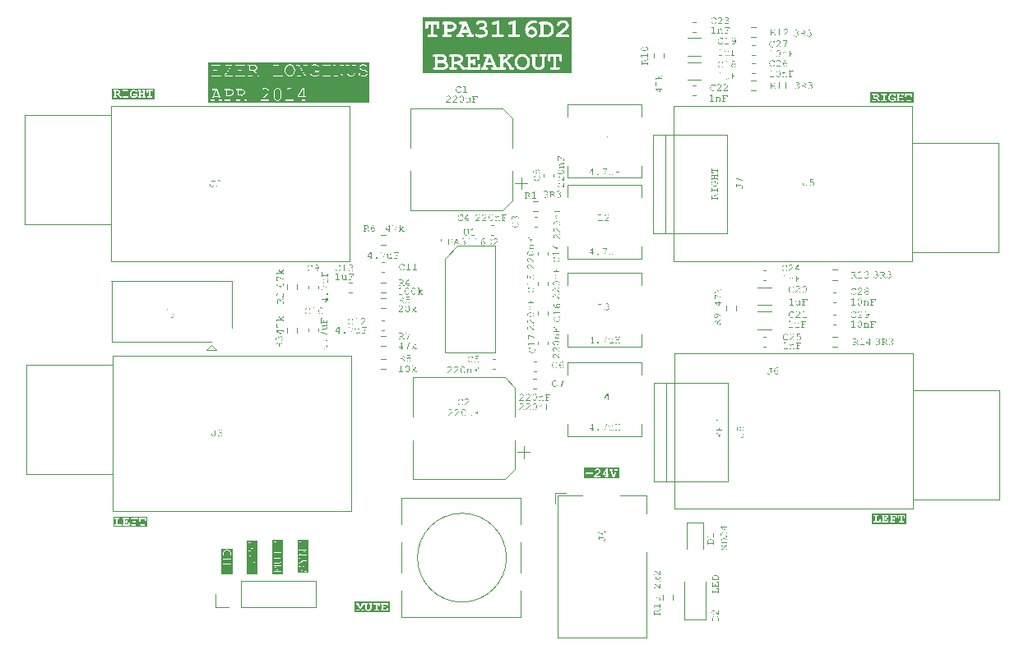
<source format=gbr>
%TF.GenerationSoftware,KiCad,Pcbnew,7.0.7*%
%TF.CreationDate,2024-04-25T11:27:23-04:00*%
%TF.ProjectId,TPA3116_breakout_v1,54504133-3131-4365-9f62-7265616b6f75,rev?*%
%TF.SameCoordinates,Original*%
%TF.FileFunction,Legend,Top*%
%TF.FilePolarity,Positive*%
%FSLAX46Y46*%
G04 Gerber Fmt 4.6, Leading zero omitted, Abs format (unit mm)*
G04 Created by KiCad (PCBNEW 7.0.7) date 2024-04-25 11:27:23*
%MOMM*%
%LPD*%
G01*
G04 APERTURE LIST*
%ADD10C,0.200000*%
%ADD11C,0.150000*%
%ADD12C,0.400000*%
%ADD13C,0.120000*%
%ADD14C,0.100000*%
G04 APERTURE END LIST*
D10*
G36*
X103449416Y-103972857D02*
G01*
X99903793Y-103972857D01*
X99903793Y-103759658D01*
X100046650Y-103759658D01*
X100046734Y-103763549D01*
X100047993Y-103774663D01*
X100050764Y-103784936D01*
X100055046Y-103794367D01*
X100060839Y-103802956D01*
X100068143Y-103810704D01*
X100077325Y-103817262D01*
X100086551Y-103821690D01*
X100097208Y-103825176D01*
X100106764Y-103827286D01*
X100117236Y-103828794D01*
X100128624Y-103829698D01*
X100140928Y-103830000D01*
X100807955Y-103830000D01*
X100807955Y-103759658D01*
X100860711Y-103759658D01*
X100860796Y-103763549D01*
X100862070Y-103774663D01*
X100864872Y-103784936D01*
X100869203Y-103794367D01*
X100875062Y-103802956D01*
X100882449Y-103810704D01*
X100889952Y-103816263D01*
X100898873Y-103820880D01*
X100909214Y-103824554D01*
X100920974Y-103827286D01*
X100931404Y-103828794D01*
X100942743Y-103829698D01*
X100954989Y-103830000D01*
X101617864Y-103830000D01*
X101617864Y-103759658D01*
X101749023Y-103759658D01*
X101749106Y-103763549D01*
X101750366Y-103774663D01*
X101753136Y-103784936D01*
X101757418Y-103794367D01*
X101763212Y-103802956D01*
X101770516Y-103810704D01*
X101779698Y-103817262D01*
X101788924Y-103821690D01*
X101799581Y-103825176D01*
X101809137Y-103827286D01*
X101819609Y-103828794D01*
X101830997Y-103829698D01*
X101843300Y-103830000D01*
X102150314Y-103830000D01*
X102159581Y-103829830D01*
X102171137Y-103829076D01*
X102181777Y-103827720D01*
X102193789Y-103825176D01*
X102204369Y-103821690D01*
X102213519Y-103817262D01*
X102222609Y-103810704D01*
X102225242Y-103808215D01*
X102232120Y-103800187D01*
X102237469Y-103791317D01*
X102241290Y-103781605D01*
X102243583Y-103771052D01*
X102244347Y-103759658D01*
X102244262Y-103755767D01*
X102242988Y-103744667D01*
X102240186Y-103734426D01*
X102235856Y-103725044D01*
X102229997Y-103716520D01*
X102222609Y-103708855D01*
X102215177Y-103703226D01*
X102206314Y-103698551D01*
X102196019Y-103694830D01*
X102184294Y-103692063D01*
X102173883Y-103690537D01*
X102162556Y-103689621D01*
X102150314Y-103689316D01*
X102005966Y-103689316D01*
X102005966Y-103501737D01*
X102129553Y-103501737D01*
X102129713Y-103513804D01*
X102130194Y-103524726D01*
X102131246Y-103536769D01*
X102132799Y-103547023D01*
X102135323Y-103556967D01*
X102139811Y-103566217D01*
X102142564Y-103569766D01*
X102150021Y-103577637D01*
X102158301Y-103584077D01*
X102167404Y-103589086D01*
X102177330Y-103592664D01*
X102188079Y-103594811D01*
X102199651Y-103595526D01*
X102203572Y-103595442D01*
X102214763Y-103594183D01*
X102225096Y-103591412D01*
X102234570Y-103587131D01*
X102243185Y-103581337D01*
X102250942Y-103574033D01*
X102256571Y-103566536D01*
X102261246Y-103557632D01*
X102264966Y-103547321D01*
X102267733Y-103535603D01*
X102269260Y-103525215D01*
X102270176Y-103513926D01*
X102270481Y-103501737D01*
X102270481Y-103361053D01*
X102270309Y-103351829D01*
X102269546Y-103340325D01*
X102268172Y-103329729D01*
X102265596Y-103317761D01*
X102262066Y-103307213D01*
X102257582Y-103298083D01*
X102250942Y-103289002D01*
X102248454Y-103286369D01*
X102240454Y-103279491D01*
X102231647Y-103274142D01*
X102222033Y-103270321D01*
X102211612Y-103268028D01*
X102200383Y-103267264D01*
X102195567Y-103267378D01*
X102184128Y-103268666D01*
X102173547Y-103271386D01*
X102163825Y-103275536D01*
X102154962Y-103281117D01*
X102146957Y-103288130D01*
X102139811Y-103296573D01*
X102139180Y-103297479D01*
X102134852Y-103307302D01*
X102132448Y-103317675D01*
X102130995Y-103328287D01*
X102130194Y-103338064D01*
X102129713Y-103348986D01*
X102129553Y-103361053D01*
X102005966Y-103361053D01*
X102005966Y-103173475D01*
X102365247Y-103173475D01*
X102365247Y-103251632D01*
X102365419Y-103260859D01*
X102366182Y-103272373D01*
X102367556Y-103282986D01*
X102370132Y-103294986D01*
X102373662Y-103305578D01*
X102378146Y-103314763D01*
X102384787Y-103323928D01*
X102387274Y-103326531D01*
X102395274Y-103333332D01*
X102404081Y-103338621D01*
X102413695Y-103342399D01*
X102424116Y-103344666D01*
X102435345Y-103345422D01*
X102439237Y-103345338D01*
X102450351Y-103344078D01*
X102460623Y-103341308D01*
X102470054Y-103337026D01*
X102478644Y-103331233D01*
X102486392Y-103323928D01*
X102492091Y-103316432D01*
X102496824Y-103307528D01*
X102500592Y-103297217D01*
X102503393Y-103285498D01*
X102504939Y-103275110D01*
X102505866Y-103263822D01*
X102506175Y-103251632D01*
X102506175Y-103033524D01*
X101843300Y-103032791D01*
X102577006Y-103032791D01*
X102577006Y-103314159D01*
X102577178Y-103323385D01*
X102577941Y-103334899D01*
X102579315Y-103345512D01*
X102581891Y-103357512D01*
X102585421Y-103368104D01*
X102589905Y-103377290D01*
X102596545Y-103386454D01*
X102599032Y-103389057D01*
X102607032Y-103395858D01*
X102615839Y-103401147D01*
X102625454Y-103404925D01*
X102635875Y-103407192D01*
X102647103Y-103407948D01*
X102650995Y-103407864D01*
X102662109Y-103406605D01*
X102672382Y-103403834D01*
X102681813Y-103399552D01*
X102690402Y-103393759D01*
X102698150Y-103386454D01*
X102703779Y-103378958D01*
X102708454Y-103370054D01*
X102712175Y-103359743D01*
X102714942Y-103348024D01*
X102716468Y-103337636D01*
X102717384Y-103326348D01*
X102717690Y-103314159D01*
X102717690Y-103173475D01*
X102870341Y-103173475D01*
X102870341Y-103689316D01*
X102776064Y-103689316D01*
X102766794Y-103689487D01*
X102755228Y-103690251D01*
X102744571Y-103691624D01*
X102732527Y-103694200D01*
X102721903Y-103697731D01*
X102712697Y-103702215D01*
X102703524Y-103708855D01*
X102700921Y-103711315D01*
X102694120Y-103719266D01*
X102688831Y-103728076D01*
X102685053Y-103737744D01*
X102682786Y-103748272D01*
X102682030Y-103759658D01*
X102682114Y-103763549D01*
X102683374Y-103774663D01*
X102686144Y-103784936D01*
X102690426Y-103794367D01*
X102696219Y-103802956D01*
X102703524Y-103810704D01*
X102711026Y-103816263D01*
X102719948Y-103820880D01*
X102730289Y-103824554D01*
X102742049Y-103827286D01*
X102752479Y-103828794D01*
X102763817Y-103829698D01*
X102776064Y-103830000D01*
X103105792Y-103830000D01*
X103115062Y-103829830D01*
X103126627Y-103829076D01*
X103137284Y-103827720D01*
X103149328Y-103825176D01*
X103159953Y-103821690D01*
X103169158Y-103817262D01*
X103178332Y-103810704D01*
X103180964Y-103808215D01*
X103187842Y-103800187D01*
X103193191Y-103791317D01*
X103197012Y-103781605D01*
X103199305Y-103771052D01*
X103200069Y-103759658D01*
X103199984Y-103755767D01*
X103198711Y-103744667D01*
X103195909Y-103734426D01*
X103191578Y-103725044D01*
X103185719Y-103716520D01*
X103178332Y-103708855D01*
X103170829Y-103703226D01*
X103161907Y-103698551D01*
X103151566Y-103694830D01*
X103139806Y-103692063D01*
X103129376Y-103690537D01*
X103118038Y-103689621D01*
X103105792Y-103689316D01*
X103011025Y-103689316D01*
X103011025Y-103173475D01*
X103165631Y-103173475D01*
X103165631Y-103314159D01*
X103165803Y-103323385D01*
X103166566Y-103334899D01*
X103167940Y-103345512D01*
X103170516Y-103357512D01*
X103174046Y-103368104D01*
X103178530Y-103377290D01*
X103185170Y-103386454D01*
X103187658Y-103389057D01*
X103195658Y-103395858D01*
X103204465Y-103401147D01*
X103214079Y-103404925D01*
X103224500Y-103407192D01*
X103235729Y-103407948D01*
X103239620Y-103407864D01*
X103250734Y-103406605D01*
X103261007Y-103403834D01*
X103270438Y-103399552D01*
X103279027Y-103393759D01*
X103286775Y-103386454D01*
X103292475Y-103378958D01*
X103297208Y-103370054D01*
X103300976Y-103359743D01*
X103303777Y-103348024D01*
X103305323Y-103337636D01*
X103306250Y-103326348D01*
X103306559Y-103314159D01*
X103306559Y-103032791D01*
X102577006Y-103032791D01*
X101843300Y-103032791D01*
X101830997Y-103033096D01*
X101819609Y-103034012D01*
X101809137Y-103035539D01*
X101799581Y-103037676D01*
X101788924Y-103041206D01*
X101779698Y-103045690D01*
X101770516Y-103052330D01*
X101767913Y-103054790D01*
X101761113Y-103062741D01*
X101755823Y-103071551D01*
X101752045Y-103081220D01*
X101749778Y-103091747D01*
X101749023Y-103103133D01*
X101749106Y-103107024D01*
X101750366Y-103118138D01*
X101753136Y-103128411D01*
X101757418Y-103137842D01*
X101763212Y-103146432D01*
X101770516Y-103154180D01*
X101779698Y-103160737D01*
X101788924Y-103165165D01*
X101799581Y-103168651D01*
X101809137Y-103170761D01*
X101819609Y-103172269D01*
X101830997Y-103173173D01*
X101843300Y-103173475D01*
X101865282Y-103173475D01*
X101865282Y-103689316D01*
X101843300Y-103689316D01*
X101834115Y-103689487D01*
X101822644Y-103690251D01*
X101812057Y-103691624D01*
X101800069Y-103694200D01*
X101789465Y-103697731D01*
X101780244Y-103702215D01*
X101771004Y-103708855D01*
X101768343Y-103711315D01*
X101761387Y-103719266D01*
X101755978Y-103728076D01*
X101752114Y-103737744D01*
X101749795Y-103748272D01*
X101749023Y-103759658D01*
X101617864Y-103759658D01*
X101617864Y-103611158D01*
X101617690Y-103601934D01*
X101616917Y-103590429D01*
X101615526Y-103579834D01*
X101612918Y-103567866D01*
X101609344Y-103557317D01*
X101604804Y-103548188D01*
X101598080Y-103539106D01*
X101595594Y-103536474D01*
X101587609Y-103529596D01*
X101578833Y-103524247D01*
X101569267Y-103520426D01*
X101558912Y-103518133D01*
X101547766Y-103517369D01*
X101543874Y-103517454D01*
X101532745Y-103518727D01*
X101522441Y-103521529D01*
X101512962Y-103525860D01*
X101504306Y-103531719D01*
X101496475Y-103539106D01*
X101490846Y-103546533D01*
X101486171Y-103555378D01*
X101482451Y-103565643D01*
X101479684Y-103577326D01*
X101478157Y-103587695D01*
X101477241Y-103598972D01*
X101476936Y-103611158D01*
X101476936Y-103689316D01*
X101117655Y-103689316D01*
X101117655Y-103486106D01*
X101241486Y-103486106D01*
X101241646Y-103498173D01*
X101242127Y-103509095D01*
X101243179Y-103521138D01*
X101244732Y-103531392D01*
X101247256Y-103541335D01*
X101251744Y-103550586D01*
X101254470Y-103554135D01*
X101261894Y-103562006D01*
X101270188Y-103568446D01*
X101279353Y-103573455D01*
X101289389Y-103577033D01*
X101300295Y-103579179D01*
X101312072Y-103579895D01*
X101316654Y-103579781D01*
X101327590Y-103578504D01*
X101337786Y-103575808D01*
X101347244Y-103571692D01*
X101355961Y-103566157D01*
X101363940Y-103559203D01*
X101371179Y-103550830D01*
X101372510Y-103548917D01*
X101376492Y-103539983D01*
X101379068Y-103529553D01*
X101380624Y-103518907D01*
X101381483Y-103509110D01*
X101381998Y-103498177D01*
X101382170Y-103486106D01*
X101382170Y-103345422D01*
X101381998Y-103336197D01*
X101381235Y-103324693D01*
X101379861Y-103314097D01*
X101377285Y-103302130D01*
X101373755Y-103291581D01*
X101369271Y-103282452D01*
X101362630Y-103273370D01*
X101360143Y-103270738D01*
X101352143Y-103263860D01*
X101343336Y-103258510D01*
X101333722Y-103254689D01*
X101323301Y-103252397D01*
X101312072Y-103251632D01*
X101307257Y-103251747D01*
X101295828Y-103253035D01*
X101285270Y-103255754D01*
X101275583Y-103259904D01*
X101266766Y-103265486D01*
X101258820Y-103272498D01*
X101251744Y-103280942D01*
X101251113Y-103281847D01*
X101246785Y-103291671D01*
X101244381Y-103302043D01*
X101242928Y-103312655D01*
X101242127Y-103322432D01*
X101241646Y-103333355D01*
X101241486Y-103345422D01*
X101117655Y-103345422D01*
X101117655Y-103173475D01*
X101446161Y-103173475D01*
X101446161Y-103251632D01*
X101446333Y-103260859D01*
X101447096Y-103272373D01*
X101448470Y-103282986D01*
X101451046Y-103294986D01*
X101454576Y-103305578D01*
X101459060Y-103314763D01*
X101465701Y-103323928D01*
X101468190Y-103326531D01*
X101476219Y-103333332D01*
X101485089Y-103338621D01*
X101494800Y-103342399D01*
X101505353Y-103344666D01*
X101516748Y-103345422D01*
X101520667Y-103345338D01*
X101531830Y-103344078D01*
X101542099Y-103341308D01*
X101551476Y-103337026D01*
X101559959Y-103331233D01*
X101567550Y-103323928D01*
X101573109Y-103316432D01*
X101577725Y-103307528D01*
X101581400Y-103297217D01*
X101584132Y-103285498D01*
X101585639Y-103275110D01*
X101586544Y-103263822D01*
X101586845Y-103251632D01*
X101586845Y-103033524D01*
X100954989Y-103032791D01*
X100945719Y-103032963D01*
X100934154Y-103033726D01*
X100923497Y-103035100D01*
X100911453Y-103037676D01*
X100900828Y-103041206D01*
X100891622Y-103045690D01*
X100882449Y-103052330D01*
X100879817Y-103054790D01*
X100872939Y-103062741D01*
X100867589Y-103071551D01*
X100863768Y-103081220D01*
X100861476Y-103091747D01*
X100860711Y-103103133D01*
X100860796Y-103107024D01*
X100862070Y-103118138D01*
X100864872Y-103128411D01*
X100869203Y-103137842D01*
X100875062Y-103146432D01*
X100882449Y-103154180D01*
X100889952Y-103159738D01*
X100898873Y-103164355D01*
X100909214Y-103168029D01*
X100920974Y-103170761D01*
X100931404Y-103172269D01*
X100942743Y-103173173D01*
X100954989Y-103173475D01*
X100976971Y-103173475D01*
X100976971Y-103689316D01*
X100954989Y-103689316D01*
X100945804Y-103689487D01*
X100934332Y-103690251D01*
X100923746Y-103691624D01*
X100911758Y-103694200D01*
X100901154Y-103697731D01*
X100891932Y-103702215D01*
X100882693Y-103708855D01*
X100880031Y-103711315D01*
X100873076Y-103719266D01*
X100867666Y-103728076D01*
X100863802Y-103737744D01*
X100861484Y-103748272D01*
X100860711Y-103759658D01*
X100807955Y-103759658D01*
X100807955Y-103548632D01*
X100807781Y-103539408D01*
X100807008Y-103527903D01*
X100805617Y-103517307D01*
X100803009Y-103505340D01*
X100799435Y-103494791D01*
X100794895Y-103485662D01*
X100788171Y-103476580D01*
X100785685Y-103473948D01*
X100777699Y-103467070D01*
X100768924Y-103461720D01*
X100759358Y-103457899D01*
X100749003Y-103455607D01*
X100737857Y-103454842D01*
X100733936Y-103454927D01*
X100722745Y-103456201D01*
X100712412Y-103459003D01*
X100702938Y-103463334D01*
X100694323Y-103469193D01*
X100686566Y-103476580D01*
X100680937Y-103484006D01*
X100676262Y-103492852D01*
X100672541Y-103503116D01*
X100669774Y-103514800D01*
X100668248Y-103525169D01*
X100667332Y-103536446D01*
X100667027Y-103548632D01*
X100667027Y-103689316D01*
X100363433Y-103689316D01*
X100363433Y-103173475D01*
X100445743Y-103173475D01*
X100455013Y-103173305D01*
X100466578Y-103172551D01*
X100477235Y-103171195D01*
X100489279Y-103168651D01*
X100499904Y-103165165D01*
X100509109Y-103160737D01*
X100518283Y-103154180D01*
X100520915Y-103151690D01*
X100527793Y-103143662D01*
X100533143Y-103134792D01*
X100536964Y-103125080D01*
X100539256Y-103114527D01*
X100540020Y-103103133D01*
X100539936Y-103099242D01*
X100538662Y-103088142D01*
X100535860Y-103077901D01*
X100531529Y-103068519D01*
X100525670Y-103059995D01*
X100518283Y-103052330D01*
X100510780Y-103046701D01*
X100501858Y-103042026D01*
X100491517Y-103038305D01*
X100479757Y-103035539D01*
X100469327Y-103034012D01*
X100457989Y-103033096D01*
X100445743Y-103032791D01*
X100140928Y-103032791D01*
X100128624Y-103033096D01*
X100117236Y-103034012D01*
X100106764Y-103035539D01*
X100097208Y-103037676D01*
X100086551Y-103041206D01*
X100077325Y-103045690D01*
X100068143Y-103052330D01*
X100065541Y-103054790D01*
X100058740Y-103062741D01*
X100053451Y-103071551D01*
X100049672Y-103081220D01*
X100047406Y-103091747D01*
X100046650Y-103103133D01*
X100046734Y-103107024D01*
X100047993Y-103118138D01*
X100050764Y-103128411D01*
X100055046Y-103137842D01*
X100060839Y-103146432D01*
X100068143Y-103154180D01*
X100077325Y-103160737D01*
X100086551Y-103165165D01*
X100097208Y-103168651D01*
X100106764Y-103170761D01*
X100117236Y-103172269D01*
X100128624Y-103173173D01*
X100140928Y-103173475D01*
X100222505Y-103173475D01*
X100222505Y-103689316D01*
X100140928Y-103689316D01*
X100128624Y-103689621D01*
X100117236Y-103690537D01*
X100106764Y-103692063D01*
X100097208Y-103694200D01*
X100086551Y-103697731D01*
X100077325Y-103702215D01*
X100068143Y-103708855D01*
X100065541Y-103711315D01*
X100058740Y-103719266D01*
X100053451Y-103728076D01*
X100049672Y-103737744D01*
X100047406Y-103748272D01*
X100046650Y-103759658D01*
X99903793Y-103759658D01*
X99903793Y-102889934D01*
X103449416Y-102889934D01*
X103449416Y-103972857D01*
G37*
G36*
X100348245Y-59073600D02*
G01*
X100362780Y-59074256D01*
X100376624Y-59075474D01*
X100389777Y-59077255D01*
X100402238Y-59079599D01*
X100414008Y-59082505D01*
X100425087Y-59085973D01*
X100435475Y-59090004D01*
X100445171Y-59094597D01*
X100454177Y-59099753D01*
X100462491Y-59105471D01*
X100465120Y-59107476D01*
X100474804Y-59115600D01*
X100483152Y-59123893D01*
X100490165Y-59132354D01*
X100495842Y-59140983D01*
X100501059Y-59152005D01*
X100504190Y-59163289D01*
X100505233Y-59174836D01*
X100505146Y-59177983D01*
X100503456Y-59189044D01*
X100500296Y-59198581D01*
X100495556Y-59208170D01*
X100489236Y-59217810D01*
X100482763Y-59225882D01*
X100474786Y-59233843D01*
X100466918Y-59240134D01*
X100457731Y-59246356D01*
X100447222Y-59252510D01*
X100438475Y-59257080D01*
X100428984Y-59261612D01*
X100418751Y-59266105D01*
X100407775Y-59270559D01*
X100396057Y-59274975D01*
X100393037Y-59276042D01*
X100380699Y-59279971D01*
X100371174Y-59282562D01*
X100361419Y-59284848D01*
X100351431Y-59286829D01*
X100341211Y-59288506D01*
X100330760Y-59289878D01*
X100320077Y-59290945D01*
X100309162Y-59291707D01*
X100298015Y-59292164D01*
X100286636Y-59292316D01*
X100176727Y-59292316D01*
X100176727Y-59073475D01*
X100338171Y-59073475D01*
X100348245Y-59073600D01*
G37*
G36*
X104189612Y-59888488D02*
G01*
X99777170Y-59888488D01*
X99777170Y-59659658D01*
X99920027Y-59659658D01*
X99920111Y-59663549D01*
X99921371Y-59674663D01*
X99924141Y-59684936D01*
X99928423Y-59694367D01*
X99934216Y-59702956D01*
X99941521Y-59710704D01*
X99949023Y-59716263D01*
X99957945Y-59720880D01*
X99968286Y-59724554D01*
X99980046Y-59727286D01*
X99990476Y-59728794D01*
X100001814Y-59729698D01*
X100014061Y-59730000D01*
X100227773Y-59730000D01*
X100237041Y-59729830D01*
X100248597Y-59729076D01*
X100259237Y-59727720D01*
X100271249Y-59725176D01*
X100281829Y-59721690D01*
X100290979Y-59717262D01*
X100300069Y-59710704D01*
X100302702Y-59708215D01*
X100309579Y-59700187D01*
X100314929Y-59691317D01*
X100318750Y-59681605D01*
X100321043Y-59671052D01*
X100321807Y-59659658D01*
X100321722Y-59655767D01*
X100320448Y-59644667D01*
X100317646Y-59634426D01*
X100313316Y-59625044D01*
X100307457Y-59616520D01*
X100300069Y-59608855D01*
X100292637Y-59603226D01*
X100283774Y-59598551D01*
X100273479Y-59594830D01*
X100261754Y-59592063D01*
X100251343Y-59590537D01*
X100240016Y-59589621D01*
X100227773Y-59589316D01*
X100176727Y-59589316D01*
X100176727Y-59433000D01*
X100316189Y-59433000D01*
X100323284Y-59436322D01*
X100337816Y-59444118D01*
X100352807Y-59453453D01*
X100368255Y-59464326D01*
X100376151Y-59470339D01*
X100384161Y-59476736D01*
X100392286Y-59483518D01*
X100400526Y-59490685D01*
X100408879Y-59498236D01*
X100417348Y-59506171D01*
X100425931Y-59514491D01*
X100434628Y-59523196D01*
X100443440Y-59532285D01*
X100452366Y-59541758D01*
X100461407Y-59551616D01*
X100470562Y-59561859D01*
X100479832Y-59572486D01*
X100489216Y-59583497D01*
X100498715Y-59594893D01*
X100508328Y-59606674D01*
X100518056Y-59618838D01*
X100527898Y-59631388D01*
X100537855Y-59644322D01*
X100547926Y-59657640D01*
X100558112Y-59671343D01*
X100568412Y-59685430D01*
X100578827Y-59699902D01*
X100589356Y-59714759D01*
X100600000Y-59730000D01*
X100680355Y-59730000D01*
X100689621Y-59729830D01*
X100701167Y-59729076D01*
X100711790Y-59727720D01*
X100723770Y-59725176D01*
X100734306Y-59721690D01*
X100743400Y-59717262D01*
X100752407Y-59710704D01*
X100755010Y-59708215D01*
X100761810Y-59700187D01*
X100767100Y-59691317D01*
X100770878Y-59681605D01*
X100773145Y-59671052D01*
X100773900Y-59659658D01*
X100855722Y-59659658D01*
X100855806Y-59663549D01*
X100857065Y-59674663D01*
X100859836Y-59684936D01*
X100864118Y-59694367D01*
X100869911Y-59702956D01*
X100877215Y-59710704D01*
X100884718Y-59716263D01*
X100893640Y-59720880D01*
X100903980Y-59724554D01*
X100915741Y-59727286D01*
X100926171Y-59728794D01*
X100937509Y-59729698D01*
X100949755Y-59730000D01*
X101374982Y-59730000D01*
X101384250Y-59729830D01*
X101395806Y-59729076D01*
X101406445Y-59727720D01*
X101418457Y-59725176D01*
X101429038Y-59721690D01*
X101438188Y-59717262D01*
X101447278Y-59710704D01*
X101449910Y-59708215D01*
X101456788Y-59700187D01*
X101462138Y-59691317D01*
X101465959Y-59681605D01*
X101468251Y-59671052D01*
X101469016Y-59659658D01*
X101468931Y-59655767D01*
X101467657Y-59644667D01*
X101464855Y-59634426D01*
X101460524Y-59625044D01*
X101454665Y-59616520D01*
X101447278Y-59608855D01*
X101439846Y-59603226D01*
X101430982Y-59598551D01*
X101420688Y-59594830D01*
X101408962Y-59592063D01*
X101398551Y-59590537D01*
X101387225Y-59589621D01*
X101374982Y-59589316D01*
X101232833Y-59589316D01*
X101232833Y-59393433D01*
X101625087Y-59393433D01*
X101625223Y-59404206D01*
X101625632Y-59414850D01*
X101626315Y-59425364D01*
X101627270Y-59435748D01*
X101628498Y-59446002D01*
X101629998Y-59456127D01*
X101631772Y-59466122D01*
X101633818Y-59475987D01*
X101636138Y-59485722D01*
X101638730Y-59495328D01*
X101641595Y-59504804D01*
X101644733Y-59514150D01*
X101648144Y-59523366D01*
X101651828Y-59532453D01*
X101655784Y-59541410D01*
X101660013Y-59550237D01*
X101664435Y-59558836D01*
X101671159Y-59571237D01*
X101677996Y-59583042D01*
X101684944Y-59594249D01*
X101692004Y-59604860D01*
X101699175Y-59614875D01*
X101706458Y-59624292D01*
X101713852Y-59633113D01*
X101721358Y-59641336D01*
X101728976Y-59648964D01*
X101736706Y-59655994D01*
X101742015Y-59660404D01*
X101750426Y-59666839D01*
X101759375Y-59673060D01*
X101768859Y-59679067D01*
X101778881Y-59684858D01*
X101789439Y-59690435D01*
X101800533Y-59695798D01*
X101812165Y-59700946D01*
X101824333Y-59705879D01*
X101837037Y-59710597D01*
X101850279Y-59715101D01*
X101861851Y-59718798D01*
X101873547Y-59722256D01*
X101885367Y-59725476D01*
X101897311Y-59728458D01*
X101909379Y-59731201D01*
X101921571Y-59733705D01*
X101933887Y-59735971D01*
X101946327Y-59737998D01*
X101958891Y-59739787D01*
X101971580Y-59741338D01*
X101984392Y-59742650D01*
X101997328Y-59743723D01*
X102010388Y-59744558D01*
X102023573Y-59745154D01*
X102036881Y-59745512D01*
X102050314Y-59745631D01*
X102059980Y-59745560D01*
X102074323Y-59745190D01*
X102088476Y-59744501D01*
X102102441Y-59743495D01*
X102116217Y-59742172D01*
X102129804Y-59740530D01*
X102143202Y-59738571D01*
X102156411Y-59736294D01*
X102169432Y-59733699D01*
X102182263Y-59730787D01*
X102194905Y-59727557D01*
X102203382Y-59725177D01*
X102216516Y-59721152D01*
X102230153Y-59716581D01*
X102239523Y-59713232D01*
X102249116Y-59709640D01*
X102258932Y-59705805D01*
X102268972Y-59701728D01*
X102279235Y-59697409D01*
X102289721Y-59692848D01*
X102300431Y-59688044D01*
X102311363Y-59682998D01*
X102322519Y-59677710D01*
X102333899Y-59672179D01*
X102345501Y-59666406D01*
X102357327Y-59660390D01*
X102357327Y-59659658D01*
X102451605Y-59659658D01*
X102451688Y-59663549D01*
X102452948Y-59674663D01*
X102455718Y-59684936D01*
X102460000Y-59694367D01*
X102465794Y-59702956D01*
X102473098Y-59710704D01*
X102480600Y-59716263D01*
X102489522Y-59720880D01*
X102499863Y-59724554D01*
X102511623Y-59727286D01*
X102522053Y-59728794D01*
X102533392Y-59729698D01*
X102545638Y-59730000D01*
X102718073Y-59730000D01*
X102727341Y-59729830D01*
X102738897Y-59729076D01*
X102749537Y-59727720D01*
X102761549Y-59725176D01*
X102772129Y-59721690D01*
X102781279Y-59717262D01*
X102790369Y-59710704D01*
X102793002Y-59708215D01*
X102799880Y-59700187D01*
X102805229Y-59691317D01*
X102809050Y-59681605D01*
X102811343Y-59671052D01*
X102812107Y-59659658D01*
X102812022Y-59655767D01*
X102810748Y-59644667D01*
X102807946Y-59634426D01*
X102803616Y-59625044D01*
X102797757Y-59616520D01*
X102790369Y-59608855D01*
X102782937Y-59603226D01*
X102774074Y-59598551D01*
X102763779Y-59594830D01*
X102752054Y-59592063D01*
X102741643Y-59590537D01*
X102730316Y-59589621D01*
X102718073Y-59589316D01*
X102696092Y-59589316D01*
X102696092Y-59386106D01*
X102996999Y-59386106D01*
X102996999Y-59589316D01*
X102975017Y-59589316D01*
X102965832Y-59589487D01*
X102954360Y-59590251D01*
X102943774Y-59591624D01*
X102931786Y-59594200D01*
X102921181Y-59597731D01*
X102911960Y-59602215D01*
X102902721Y-59608855D01*
X102900059Y-59611315D01*
X102893104Y-59619266D01*
X102887694Y-59628076D01*
X102883830Y-59637744D01*
X102881512Y-59648272D01*
X102880739Y-59659658D01*
X102880824Y-59663549D01*
X102882098Y-59674663D01*
X102884900Y-59684936D01*
X102889230Y-59694367D01*
X102895089Y-59702956D01*
X102902477Y-59710704D01*
X102909979Y-59716263D01*
X102918901Y-59720880D01*
X102929242Y-59724554D01*
X102941002Y-59727286D01*
X102951432Y-59728794D01*
X102962770Y-59729698D01*
X102975017Y-59730000D01*
X103147452Y-59730000D01*
X103156720Y-59729830D01*
X103168276Y-59729076D01*
X103178916Y-59727720D01*
X103190928Y-59725176D01*
X103201508Y-59721690D01*
X103210658Y-59717262D01*
X103219748Y-59710704D01*
X103222381Y-59708215D01*
X103229258Y-59700187D01*
X103234608Y-59691317D01*
X103238429Y-59681605D01*
X103240722Y-59671052D01*
X103241486Y-59659658D01*
X103241354Y-59655740D01*
X103239379Y-59644240D01*
X103235923Y-59634945D01*
X103230821Y-59625912D01*
X103224074Y-59617142D01*
X103215680Y-59608634D01*
X103207780Y-59602016D01*
X103201883Y-59598357D01*
X103192335Y-59594785D01*
X103182318Y-59592491D01*
X103170429Y-59590816D01*
X103159570Y-59589923D01*
X103147512Y-59589427D01*
X103137683Y-59589316D01*
X103137683Y-59073475D01*
X103146678Y-59073173D01*
X103157116Y-59071948D01*
X103166661Y-59069782D01*
X103176933Y-59065938D01*
X103185918Y-59060737D01*
X103193614Y-59054180D01*
X103195921Y-59051690D01*
X103201949Y-59043662D01*
X103206637Y-59034792D01*
X103209986Y-59025080D01*
X103211995Y-59014527D01*
X103212665Y-59003133D01*
X103212580Y-58999242D01*
X103211307Y-58988142D01*
X103208505Y-58977901D01*
X103204174Y-58968519D01*
X103198315Y-58959995D01*
X103190928Y-58952330D01*
X103183495Y-58946701D01*
X103174632Y-58942026D01*
X103164338Y-58938305D01*
X103152612Y-58935539D01*
X103142201Y-58934012D01*
X103130874Y-58933096D01*
X103118632Y-58932791D01*
X103317201Y-58932791D01*
X103317201Y-59214159D01*
X103317373Y-59223385D01*
X103318136Y-59234899D01*
X103319510Y-59245512D01*
X103322086Y-59257512D01*
X103325616Y-59268104D01*
X103330100Y-59277290D01*
X103336741Y-59286454D01*
X103339228Y-59289057D01*
X103347228Y-59295858D01*
X103356035Y-59301147D01*
X103365649Y-59304925D01*
X103376070Y-59307192D01*
X103387299Y-59307948D01*
X103391191Y-59307864D01*
X103402305Y-59306605D01*
X103412577Y-59303834D01*
X103422008Y-59299552D01*
X103430598Y-59293759D01*
X103438346Y-59286454D01*
X103443975Y-59278958D01*
X103448650Y-59270054D01*
X103452371Y-59259743D01*
X103455137Y-59248024D01*
X103456664Y-59237636D01*
X103457580Y-59226348D01*
X103457885Y-59214159D01*
X103457885Y-59073475D01*
X103610537Y-59073475D01*
X103610537Y-59589316D01*
X103516259Y-59589316D01*
X103506989Y-59589487D01*
X103495424Y-59590251D01*
X103484767Y-59591624D01*
X103472723Y-59594200D01*
X103462098Y-59597731D01*
X103452892Y-59602215D01*
X103443719Y-59608855D01*
X103441116Y-59611315D01*
X103434316Y-59619266D01*
X103429026Y-59628076D01*
X103425248Y-59637744D01*
X103422981Y-59648272D01*
X103422226Y-59659658D01*
X103422310Y-59663549D01*
X103423569Y-59674663D01*
X103426340Y-59684936D01*
X103430621Y-59694367D01*
X103436415Y-59702956D01*
X103443719Y-59710704D01*
X103451222Y-59716263D01*
X103460143Y-59720880D01*
X103470484Y-59724554D01*
X103482244Y-59727286D01*
X103492674Y-59728794D01*
X103504013Y-59729698D01*
X103516259Y-59730000D01*
X103845987Y-59730000D01*
X103855257Y-59729830D01*
X103866822Y-59729076D01*
X103877479Y-59727720D01*
X103889523Y-59725176D01*
X103900148Y-59721690D01*
X103909354Y-59717262D01*
X103918527Y-59710704D01*
X103921159Y-59708215D01*
X103928037Y-59700187D01*
X103933387Y-59691317D01*
X103937208Y-59681605D01*
X103939500Y-59671052D01*
X103940265Y-59659658D01*
X103940180Y-59655767D01*
X103938906Y-59644667D01*
X103936104Y-59634426D01*
X103931773Y-59625044D01*
X103925914Y-59616520D01*
X103918527Y-59608855D01*
X103911024Y-59603226D01*
X103902103Y-59598551D01*
X103891762Y-59594830D01*
X103880002Y-59592063D01*
X103869572Y-59590537D01*
X103858233Y-59589621D01*
X103845987Y-59589316D01*
X103751221Y-59589316D01*
X103751221Y-59073475D01*
X103905826Y-59073475D01*
X103905826Y-59214159D01*
X103905998Y-59223385D01*
X103906761Y-59234899D01*
X103908135Y-59245512D01*
X103910711Y-59257512D01*
X103914241Y-59268104D01*
X103918726Y-59277290D01*
X103925366Y-59286454D01*
X103927853Y-59289057D01*
X103935853Y-59295858D01*
X103944660Y-59301147D01*
X103954274Y-59304925D01*
X103964696Y-59307192D01*
X103975924Y-59307948D01*
X103979816Y-59307864D01*
X103990930Y-59306605D01*
X104001202Y-59303834D01*
X104010633Y-59299552D01*
X104019223Y-59293759D01*
X104026971Y-59286454D01*
X104032670Y-59278958D01*
X104037404Y-59270054D01*
X104041171Y-59259743D01*
X104043972Y-59248024D01*
X104045518Y-59237636D01*
X104046445Y-59226348D01*
X104046755Y-59214159D01*
X104046755Y-58932791D01*
X103317201Y-58932791D01*
X103118632Y-58932791D01*
X102975017Y-58932791D01*
X102965747Y-58932963D01*
X102954182Y-58933726D01*
X102943525Y-58935100D01*
X102931481Y-58937676D01*
X102920856Y-58941206D01*
X102911650Y-58945690D01*
X102902477Y-58952330D01*
X102899845Y-58954790D01*
X102892967Y-58962741D01*
X102887617Y-58971551D01*
X102883796Y-58981220D01*
X102881503Y-58991747D01*
X102880739Y-59003133D01*
X102880824Y-59007024D01*
X102882098Y-59018138D01*
X102884900Y-59028411D01*
X102889230Y-59037842D01*
X102895089Y-59046432D01*
X102902477Y-59054180D01*
X102909979Y-59059738D01*
X102918901Y-59064355D01*
X102929242Y-59068029D01*
X102941002Y-59070761D01*
X102951432Y-59072269D01*
X102962770Y-59073173D01*
X102975017Y-59073475D01*
X102996999Y-59073475D01*
X102996999Y-59245422D01*
X102696092Y-59245422D01*
X102696092Y-59073475D01*
X102718073Y-59073475D01*
X102727341Y-59073305D01*
X102738897Y-59072551D01*
X102749537Y-59071195D01*
X102761549Y-59068651D01*
X102772129Y-59065165D01*
X102781279Y-59060737D01*
X102790369Y-59054180D01*
X102793002Y-59051690D01*
X102799880Y-59043662D01*
X102805229Y-59034792D01*
X102809050Y-59025080D01*
X102811343Y-59014527D01*
X102812107Y-59003133D01*
X102812022Y-58999242D01*
X102810748Y-58988142D01*
X102807946Y-58977901D01*
X102803616Y-58968519D01*
X102797757Y-58959995D01*
X102790369Y-58952330D01*
X102782937Y-58946701D01*
X102774074Y-58942026D01*
X102763779Y-58938305D01*
X102752054Y-58935539D01*
X102741643Y-58934012D01*
X102730316Y-58933096D01*
X102718073Y-58932791D01*
X102574459Y-58932791D01*
X102565189Y-58932963D01*
X102553623Y-58933726D01*
X102542966Y-58935100D01*
X102530922Y-58937676D01*
X102520298Y-58941206D01*
X102511092Y-58945690D01*
X102501919Y-58952330D01*
X102499316Y-58954790D01*
X102492515Y-58962741D01*
X102487226Y-58971551D01*
X102483448Y-58981220D01*
X102481181Y-58991747D01*
X102480425Y-59003133D01*
X102480499Y-59007024D01*
X102481601Y-59018138D01*
X102484025Y-59028411D01*
X102487772Y-59037842D01*
X102492841Y-59046432D01*
X102499232Y-59054180D01*
X102504220Y-59058702D01*
X102512775Y-59064355D01*
X102522618Y-59068651D01*
X102533749Y-59071590D01*
X102544009Y-59073004D01*
X102555163Y-59073475D01*
X102555163Y-59589316D01*
X102548622Y-59589367D01*
X102536410Y-59589779D01*
X102525358Y-59590604D01*
X102515466Y-59591840D01*
X102504733Y-59593965D01*
X102494246Y-59597366D01*
X102485310Y-59602505D01*
X102483236Y-59604113D01*
X102475600Y-59610662D01*
X102467536Y-59619106D01*
X102461117Y-59627835D01*
X102456344Y-59636851D01*
X102452789Y-59648048D01*
X102451605Y-59659658D01*
X102357327Y-59659658D01*
X102357327Y-59479895D01*
X102366410Y-59479424D01*
X102376301Y-59477615D01*
X102386453Y-59473790D01*
X102395108Y-59468118D01*
X102402267Y-59460600D01*
X102408073Y-59451478D01*
X102412452Y-59441212D01*
X102415071Y-59431500D01*
X102416642Y-59420947D01*
X102417166Y-59409553D01*
X102417081Y-59405662D01*
X102415808Y-59394562D01*
X102413006Y-59384321D01*
X102408675Y-59374939D01*
X102402816Y-59366415D01*
X102395429Y-59358750D01*
X102387926Y-59353121D01*
X102379004Y-59348446D01*
X102368663Y-59344725D01*
X102356903Y-59341959D01*
X102346473Y-59340432D01*
X102335135Y-59339516D01*
X102322889Y-59339211D01*
X102073028Y-59339211D01*
X102060724Y-59339516D01*
X102049337Y-59340432D01*
X102038865Y-59341959D01*
X102029309Y-59344096D01*
X102018652Y-59347626D01*
X102009426Y-59352110D01*
X102000244Y-59358750D01*
X101997641Y-59361210D01*
X101990840Y-59369161D01*
X101985551Y-59377971D01*
X101981773Y-59387640D01*
X101979506Y-59398167D01*
X101978750Y-59409553D01*
X101978834Y-59413445D01*
X101980094Y-59424559D01*
X101982864Y-59434831D01*
X101987146Y-59444262D01*
X101992939Y-59452852D01*
X102000244Y-59460600D01*
X102009426Y-59467157D01*
X102018652Y-59471585D01*
X102029309Y-59475071D01*
X102038865Y-59477181D01*
X102049337Y-59478689D01*
X102060724Y-59479593D01*
X102073028Y-59479895D01*
X102216399Y-59479895D01*
X102216399Y-59576371D01*
X102206378Y-59579831D01*
X102196222Y-59583068D01*
X102185930Y-59586082D01*
X102175503Y-59588873D01*
X102164941Y-59591440D01*
X102154243Y-59593785D01*
X102143409Y-59595905D01*
X102132440Y-59597803D01*
X102121336Y-59599477D01*
X102110096Y-59600929D01*
X102098720Y-59602156D01*
X102087209Y-59603161D01*
X102075563Y-59603943D01*
X102063781Y-59604501D01*
X102051864Y-59604836D01*
X102039811Y-59604947D01*
X102022252Y-59604735D01*
X102005297Y-59604100D01*
X101988944Y-59603041D01*
X101973194Y-59601558D01*
X101958047Y-59599652D01*
X101943503Y-59597322D01*
X101929562Y-59594569D01*
X101916224Y-59591392D01*
X101903489Y-59587791D01*
X101891357Y-59583767D01*
X101879828Y-59579319D01*
X101868902Y-59574447D01*
X101858579Y-59569152D01*
X101848859Y-59563434D01*
X101839742Y-59557291D01*
X101831228Y-59550725D01*
X101823301Y-59543751D01*
X101815886Y-59536384D01*
X101808983Y-59528623D01*
X101802590Y-59520470D01*
X101796709Y-59511923D01*
X101791340Y-59502983D01*
X101786482Y-59493651D01*
X101782135Y-59483925D01*
X101778300Y-59473806D01*
X101774976Y-59463294D01*
X101772163Y-59452389D01*
X101769862Y-59441091D01*
X101768072Y-59429400D01*
X101766793Y-59417315D01*
X101766026Y-59404838D01*
X101765771Y-59391967D01*
X101765771Y-59298178D01*
X101765916Y-59289640D01*
X101766677Y-59276987D01*
X101768091Y-59264518D01*
X101770157Y-59252234D01*
X101772877Y-59240135D01*
X101776248Y-59228220D01*
X101780273Y-59216490D01*
X101784949Y-59204945D01*
X101790279Y-59193584D01*
X101796261Y-59182408D01*
X101802896Y-59171416D01*
X101809917Y-59160778D01*
X101817058Y-59150754D01*
X101824319Y-59141343D01*
X101831701Y-59132547D01*
X101839203Y-59124365D01*
X101846825Y-59116796D01*
X101854567Y-59109842D01*
X101862430Y-59103501D01*
X101873100Y-59096002D01*
X101883984Y-59089595D01*
X101895764Y-59083920D01*
X101907929Y-59078804D01*
X101920482Y-59074246D01*
X101933420Y-59070246D01*
X101946745Y-59066804D01*
X101960457Y-59063921D01*
X101974555Y-59061595D01*
X101989039Y-59059828D01*
X101998910Y-59058959D01*
X102008953Y-59058339D01*
X102019167Y-59057967D01*
X102029553Y-59057843D01*
X102036834Y-59057902D01*
X102047585Y-59058213D01*
X102058129Y-59058790D01*
X102068468Y-59059633D01*
X102078600Y-59060742D01*
X102088526Y-59062117D01*
X102098246Y-59063758D01*
X102110886Y-59066361D01*
X102123159Y-59069437D01*
X102135066Y-59072986D01*
X102143653Y-59075864D01*
X102154322Y-59079822D01*
X102164097Y-59083917D01*
X102175061Y-59089228D01*
X102184629Y-59094755D01*
X102192802Y-59100496D01*
X102200767Y-59107669D01*
X102206476Y-59115179D01*
X102211221Y-59124055D01*
X102215103Y-59133374D01*
X102218812Y-59144274D01*
X102221772Y-59154563D01*
X102224161Y-59162849D01*
X102228002Y-59173831D01*
X102232152Y-59183079D01*
X102237385Y-59191676D01*
X102244731Y-59199260D01*
X102249295Y-59202752D01*
X102257797Y-59207742D01*
X102266953Y-59211307D01*
X102276764Y-59213446D01*
X102287229Y-59214159D01*
X102291062Y-59214074D01*
X102302021Y-59212800D01*
X102312173Y-59209998D01*
X102321518Y-59205667D01*
X102330056Y-59199808D01*
X102337787Y-59192421D01*
X102344428Y-59183147D01*
X102348912Y-59173845D01*
X102352442Y-59163112D01*
X102354579Y-59153495D01*
X102356106Y-59142962D01*
X102357021Y-59131513D01*
X102357327Y-59119148D01*
X102357327Y-59027069D01*
X102357025Y-59014711D01*
X102356121Y-59003285D01*
X102354613Y-58992791D01*
X102352503Y-58983227D01*
X102349017Y-58972582D01*
X102344589Y-58963392D01*
X102338032Y-58954284D01*
X102335603Y-58951682D01*
X102327758Y-58944881D01*
X102319071Y-58939591D01*
X102309543Y-58935813D01*
X102299173Y-58933546D01*
X102287962Y-58932791D01*
X102277844Y-58934439D01*
X102267640Y-58939385D01*
X102259071Y-58946026D01*
X102252173Y-58952987D01*
X102245237Y-58961413D01*
X102238263Y-58971305D01*
X102233007Y-58979685D01*
X102227155Y-58975839D01*
X102218298Y-58970297D01*
X102209346Y-58965031D01*
X102200300Y-58960039D01*
X102191160Y-58955322D01*
X102181925Y-58950880D01*
X102172595Y-58946713D01*
X102163171Y-58942820D01*
X102153653Y-58939202D01*
X102144040Y-58935859D01*
X102134333Y-58932791D01*
X102127838Y-58930898D01*
X102118009Y-58928288D01*
X102108077Y-58925952D01*
X102098042Y-58923891D01*
X102087904Y-58922105D01*
X102077663Y-58920594D01*
X102067319Y-58919357D01*
X102056872Y-58918396D01*
X102046322Y-58917709D01*
X102035668Y-58917297D01*
X102024912Y-58917159D01*
X102012583Y-58917298D01*
X102000416Y-58917714D01*
X101988413Y-58918407D01*
X101976571Y-58919377D01*
X101964893Y-58920624D01*
X101953377Y-58922148D01*
X101942024Y-58923950D01*
X101930833Y-58926028D01*
X101919805Y-58928384D01*
X101908940Y-58931017D01*
X101898237Y-58933927D01*
X101887697Y-58937115D01*
X101877320Y-58940579D01*
X101867106Y-58944321D01*
X101857054Y-58948340D01*
X101847165Y-58952636D01*
X101837438Y-58957209D01*
X101827874Y-58962059D01*
X101818473Y-58967186D01*
X101809234Y-58972591D01*
X101800159Y-58978273D01*
X101791245Y-58984232D01*
X101782495Y-58990468D01*
X101773907Y-58996981D01*
X101765482Y-59003771D01*
X101757219Y-59010839D01*
X101749119Y-59018184D01*
X101741182Y-59025805D01*
X101733408Y-59033704D01*
X101725796Y-59041881D01*
X101718347Y-59050334D01*
X101711060Y-59059064D01*
X101700649Y-59072274D01*
X101690910Y-59085706D01*
X101681843Y-59099362D01*
X101673447Y-59113241D01*
X101665723Y-59127343D01*
X101658670Y-59141668D01*
X101652289Y-59156217D01*
X101646580Y-59170989D01*
X101641543Y-59185984D01*
X101637177Y-59201202D01*
X101633483Y-59216644D01*
X101630460Y-59232309D01*
X101628109Y-59248197D01*
X101626430Y-59264309D01*
X101625423Y-59280643D01*
X101625087Y-59297201D01*
X101625087Y-59393433D01*
X101232833Y-59393433D01*
X101232833Y-59073475D01*
X101374982Y-59073475D01*
X101384250Y-59073305D01*
X101395806Y-59072551D01*
X101406445Y-59071195D01*
X101418457Y-59068651D01*
X101429038Y-59065165D01*
X101438188Y-59060737D01*
X101447278Y-59054180D01*
X101449910Y-59051690D01*
X101456788Y-59043662D01*
X101462138Y-59034792D01*
X101465959Y-59025080D01*
X101468251Y-59014527D01*
X101469016Y-59003133D01*
X101468931Y-58999242D01*
X101467657Y-58988142D01*
X101464855Y-58977901D01*
X101460524Y-58968519D01*
X101454665Y-58959995D01*
X101447278Y-58952330D01*
X101439846Y-58946701D01*
X101430982Y-58942026D01*
X101420688Y-58938305D01*
X101408962Y-58935539D01*
X101398551Y-58934012D01*
X101387225Y-58933096D01*
X101374982Y-58932791D01*
X100949755Y-58932791D01*
X100940485Y-58932963D01*
X100928920Y-58933726D01*
X100918263Y-58935100D01*
X100906219Y-58937676D01*
X100895594Y-58941206D01*
X100886389Y-58945690D01*
X100877215Y-58952330D01*
X100874612Y-58954790D01*
X100867812Y-58962741D01*
X100862522Y-58971551D01*
X100858744Y-58981220D01*
X100856477Y-58991747D01*
X100855722Y-59003133D01*
X100855806Y-59007024D01*
X100857065Y-59018138D01*
X100859836Y-59028411D01*
X100864118Y-59037842D01*
X100869911Y-59046432D01*
X100877215Y-59054180D01*
X100884718Y-59059738D01*
X100893640Y-59064355D01*
X100903980Y-59068029D01*
X100915741Y-59070761D01*
X100926171Y-59072269D01*
X100937509Y-59073173D01*
X100949755Y-59073475D01*
X101091905Y-59073475D01*
X101091905Y-59589316D01*
X100949755Y-59589316D01*
X100940485Y-59589487D01*
X100928920Y-59590251D01*
X100918263Y-59591624D01*
X100906219Y-59594200D01*
X100895594Y-59597731D01*
X100886389Y-59602215D01*
X100877215Y-59608855D01*
X100874612Y-59611315D01*
X100867812Y-59619266D01*
X100862522Y-59628076D01*
X100858744Y-59637744D01*
X100856477Y-59648272D01*
X100855722Y-59659658D01*
X100773900Y-59659658D01*
X100772810Y-59648048D01*
X100769538Y-59636851D01*
X100765146Y-59627835D01*
X100759239Y-59619106D01*
X100751818Y-59610662D01*
X100742882Y-59602505D01*
X100738035Y-59599414D01*
X100728618Y-59595550D01*
X100718803Y-59593038D01*
X100707199Y-59591170D01*
X100696628Y-59590140D01*
X100684912Y-59589522D01*
X100672051Y-59589316D01*
X100665451Y-59580068D01*
X100659022Y-59571131D01*
X100652765Y-59562505D01*
X100646680Y-59554190D01*
X100640767Y-59546187D01*
X100632219Y-59534764D01*
X100624057Y-59524042D01*
X100616282Y-59514019D01*
X100608893Y-59504696D01*
X100601891Y-59496073D01*
X100595275Y-59488149D01*
X100587055Y-59478674D01*
X100580728Y-59471821D01*
X100571328Y-59461837D01*
X100562035Y-59452204D01*
X100552849Y-59442923D01*
X100543771Y-59433994D01*
X100534800Y-59425418D01*
X100525937Y-59417193D01*
X100517180Y-59409321D01*
X100508532Y-59401800D01*
X100499990Y-59394632D01*
X100491556Y-59387815D01*
X100496357Y-59385270D01*
X100505729Y-59380110D01*
X100514797Y-59374859D01*
X100523559Y-59369516D01*
X100532016Y-59364082D01*
X100540168Y-59358556D01*
X100551823Y-59350095D01*
X100562791Y-59341428D01*
X100573072Y-59332555D01*
X100582666Y-59323476D01*
X100591573Y-59314191D01*
X100599793Y-59304700D01*
X100607327Y-59295003D01*
X100612000Y-59288395D01*
X100618444Y-59278319D01*
X100624210Y-59268045D01*
X100629298Y-59257573D01*
X100633707Y-59246904D01*
X100637438Y-59236038D01*
X100640490Y-59224974D01*
X100642865Y-59213713D01*
X100644560Y-59202254D01*
X100645578Y-59190597D01*
X100645917Y-59178743D01*
X100645597Y-59166012D01*
X100644635Y-59153525D01*
X100643032Y-59141283D01*
X100640788Y-59129284D01*
X100637903Y-59117530D01*
X100634377Y-59106020D01*
X100630209Y-59094754D01*
X100625401Y-59083733D01*
X100619951Y-59072956D01*
X100613860Y-59062423D01*
X100607128Y-59052134D01*
X100599755Y-59042090D01*
X100591741Y-59032289D01*
X100583086Y-59022733D01*
X100573789Y-59013422D01*
X100563852Y-59004354D01*
X100553332Y-58995688D01*
X100542289Y-58987581D01*
X100530724Y-58980034D01*
X100518636Y-58973045D01*
X100506025Y-58966616D01*
X100492891Y-58960745D01*
X100479235Y-58955434D01*
X100465055Y-58950682D01*
X100450353Y-58946488D01*
X100435128Y-58942854D01*
X100419380Y-58939779D01*
X100403109Y-58937264D01*
X100386316Y-58935307D01*
X100368999Y-58933909D01*
X100351160Y-58933070D01*
X100332798Y-58932791D01*
X100014061Y-58932791D01*
X100004791Y-58932963D01*
X99993226Y-58933726D01*
X99982569Y-58935100D01*
X99970525Y-58937676D01*
X99959900Y-58941206D01*
X99950694Y-58945690D01*
X99941521Y-58952330D01*
X99938918Y-58954790D01*
X99932117Y-58962741D01*
X99926828Y-58971551D01*
X99923050Y-58981220D01*
X99920783Y-58991747D01*
X99920027Y-59003133D01*
X99920111Y-59007024D01*
X99921371Y-59018138D01*
X99924141Y-59028411D01*
X99928423Y-59037842D01*
X99934216Y-59046432D01*
X99941521Y-59054180D01*
X99949023Y-59059738D01*
X99957945Y-59064355D01*
X99968286Y-59068029D01*
X99980046Y-59070761D01*
X99990476Y-59072269D01*
X100001814Y-59073173D01*
X100014061Y-59073475D01*
X100036043Y-59073475D01*
X100036043Y-59589316D01*
X100014061Y-59589316D01*
X100004920Y-59589487D01*
X99993499Y-59590251D01*
X99982957Y-59591624D01*
X99971013Y-59594200D01*
X99960441Y-59597731D01*
X99951240Y-59602215D01*
X99942009Y-59608855D01*
X99939347Y-59611315D01*
X99932392Y-59619266D01*
X99926983Y-59628076D01*
X99923119Y-59637744D01*
X99920800Y-59648272D01*
X99920027Y-59659658D01*
X99777170Y-59659658D01*
X99777170Y-58774302D01*
X104189612Y-58774302D01*
X104189612Y-59888488D01*
G37*
G36*
X150668143Y-98486106D02*
G01*
X150464200Y-98486106D01*
X150668143Y-98156378D01*
X150668143Y-98486106D01*
G37*
G36*
X152040030Y-98972857D02*
G01*
X148413563Y-98972857D01*
X148413563Y-98830000D01*
X149415666Y-98830000D01*
X150057292Y-98830000D01*
X150057292Y-98767473D01*
X150057124Y-98758120D01*
X150056380Y-98746471D01*
X150055041Y-98735761D01*
X150052529Y-98723693D01*
X150049087Y-98713092D01*
X150044715Y-98703958D01*
X150038241Y-98694933D01*
X150035838Y-98692360D01*
X150027998Y-98685637D01*
X150019214Y-98680407D01*
X150009485Y-98676672D01*
X149998812Y-98674431D01*
X149987194Y-98673684D01*
X149978665Y-98674234D01*
X149968453Y-98676264D01*
X149957961Y-98679790D01*
X149948745Y-98684003D01*
X149939323Y-98689316D01*
X149630844Y-98689316D01*
X149643883Y-98679201D01*
X149656653Y-98669282D01*
X149669155Y-98659559D01*
X149681387Y-98650031D01*
X149693350Y-98640698D01*
X149705044Y-98631562D01*
X149711143Y-98626789D01*
X150285415Y-98626789D01*
X150668143Y-98626789D01*
X150668143Y-98689316D01*
X150613189Y-98689316D01*
X150603919Y-98689487D01*
X150592353Y-98690251D01*
X150581696Y-98691624D01*
X150569652Y-98694200D01*
X150559028Y-98697731D01*
X150549822Y-98702215D01*
X150540648Y-98708855D01*
X150538046Y-98711315D01*
X150531245Y-98719266D01*
X150525956Y-98728076D01*
X150522178Y-98737744D01*
X150519911Y-98748272D01*
X150519155Y-98759658D01*
X150519239Y-98763549D01*
X150520498Y-98774663D01*
X150523269Y-98784936D01*
X150527551Y-98794367D01*
X150533344Y-98802956D01*
X150540648Y-98810704D01*
X150548151Y-98816263D01*
X150557073Y-98820880D01*
X150567414Y-98824554D01*
X150579174Y-98827286D01*
X150589604Y-98828794D01*
X150600942Y-98829698D01*
X150613189Y-98830000D01*
X150801988Y-98830000D01*
X150811258Y-98829830D01*
X150822824Y-98829076D01*
X150833481Y-98827720D01*
X150845525Y-98825176D01*
X150856149Y-98821690D01*
X150865355Y-98817262D01*
X150874528Y-98810704D01*
X150877161Y-98808215D01*
X150884039Y-98800187D01*
X150889388Y-98791317D01*
X150893209Y-98781605D01*
X150895502Y-98771052D01*
X150896266Y-98759658D01*
X150896182Y-98755767D01*
X150894923Y-98744667D01*
X150892152Y-98734426D01*
X150887870Y-98725044D01*
X150882077Y-98716520D01*
X150874773Y-98708855D01*
X150870582Y-98705363D01*
X150860965Y-98699410D01*
X150851692Y-98695498D01*
X150841273Y-98692540D01*
X150829710Y-98690537D01*
X150819635Y-98689621D01*
X150808827Y-98689316D01*
X150808827Y-98626789D01*
X150811553Y-98626771D01*
X150822023Y-98626318D01*
X150834134Y-98624905D01*
X150845159Y-98622550D01*
X150855100Y-98619252D01*
X150865595Y-98614052D01*
X150874528Y-98607494D01*
X150877161Y-98605005D01*
X150884039Y-98596977D01*
X150889388Y-98588107D01*
X150893209Y-98578395D01*
X150895502Y-98567842D01*
X150896266Y-98556448D01*
X150896182Y-98552557D01*
X150894923Y-98541457D01*
X150892152Y-98531216D01*
X150887870Y-98521834D01*
X150882077Y-98513310D01*
X150874773Y-98505645D01*
X150870582Y-98502153D01*
X150860965Y-98496200D01*
X150851692Y-98492288D01*
X150841273Y-98489330D01*
X150829710Y-98487327D01*
X150819635Y-98486411D01*
X150808827Y-98486106D01*
X150808827Y-98103133D01*
X150988346Y-98103133D01*
X150988474Y-98107048D01*
X150990406Y-98118520D01*
X150993787Y-98127765D01*
X150998778Y-98136724D01*
X151005379Y-98145396D01*
X151013590Y-98153783D01*
X151021318Y-98160286D01*
X151023434Y-98161883D01*
X151032895Y-98166661D01*
X151043554Y-98169752D01*
X151054234Y-98171620D01*
X151063954Y-98172650D01*
X151074720Y-98173269D01*
X151086531Y-98173475D01*
X151374982Y-98830000D01*
X151510293Y-98830000D01*
X151799476Y-98173475D01*
X151802497Y-98173462D01*
X151813936Y-98173159D01*
X151824345Y-98172451D01*
X151835907Y-98170997D01*
X151845860Y-98168911D01*
X151855677Y-98165574D01*
X151864200Y-98160530D01*
X151868193Y-98157272D01*
X151875406Y-98150624D01*
X151882973Y-98142067D01*
X151888930Y-98133236D01*
X151893277Y-98124130D01*
X151896014Y-98114751D01*
X151897173Y-98103133D01*
X151897088Y-98099242D01*
X151895815Y-98088142D01*
X151893013Y-98077901D01*
X151888682Y-98068519D01*
X151882823Y-98059995D01*
X151875436Y-98052330D01*
X151867997Y-98046701D01*
X151859116Y-98042026D01*
X151848792Y-98038305D01*
X151837025Y-98035539D01*
X151826572Y-98034012D01*
X151815195Y-98033096D01*
X151802896Y-98032791D01*
X151614096Y-98032791D01*
X151604826Y-98032963D01*
X151593261Y-98033726D01*
X151582604Y-98035100D01*
X151570560Y-98037676D01*
X151559935Y-98041206D01*
X151550729Y-98045690D01*
X151541556Y-98052330D01*
X151538953Y-98054790D01*
X151532152Y-98062741D01*
X151526863Y-98071551D01*
X151523085Y-98081220D01*
X151520818Y-98091747D01*
X151520062Y-98103133D01*
X151520146Y-98107024D01*
X151521406Y-98118138D01*
X151524176Y-98128411D01*
X151528458Y-98137842D01*
X151534251Y-98146432D01*
X151541556Y-98154180D01*
X151549058Y-98159738D01*
X151557980Y-98164355D01*
X151568321Y-98168029D01*
X151580081Y-98170761D01*
X151590511Y-98172269D01*
X151601849Y-98173173D01*
X151614096Y-98173475D01*
X151646336Y-98173475D01*
X151442393Y-98633384D01*
X151239672Y-98173475D01*
X151272644Y-98173475D01*
X151281910Y-98173305D01*
X151293456Y-98172551D01*
X151304079Y-98171195D01*
X151316058Y-98168651D01*
X151326595Y-98165165D01*
X151335689Y-98160737D01*
X151344696Y-98154180D01*
X151347299Y-98151690D01*
X151354099Y-98143662D01*
X151359389Y-98134792D01*
X151363167Y-98125080D01*
X151365434Y-98114527D01*
X151366189Y-98103133D01*
X151366104Y-98099242D01*
X151364831Y-98088142D01*
X151362029Y-98077901D01*
X151357698Y-98068519D01*
X151351839Y-98059995D01*
X151344452Y-98052330D01*
X151337031Y-98046701D01*
X151328204Y-98042026D01*
X151317969Y-98038305D01*
X151306327Y-98035539D01*
X151296000Y-98034012D01*
X151284772Y-98033096D01*
X151272644Y-98032791D01*
X151082379Y-98032791D01*
X151073111Y-98032963D01*
X151061556Y-98033726D01*
X151050916Y-98035100D01*
X151038904Y-98037676D01*
X151028323Y-98041206D01*
X151019174Y-98045690D01*
X151010083Y-98052330D01*
X151007451Y-98054790D01*
X151000573Y-98062741D01*
X150995224Y-98071551D01*
X150991402Y-98081220D01*
X150989110Y-98091747D01*
X150988346Y-98103133D01*
X150808827Y-98103133D01*
X150808827Y-97970265D01*
X150622714Y-97970265D01*
X150300080Y-98486106D01*
X150285415Y-98509553D01*
X150285415Y-98626789D01*
X149711143Y-98626789D01*
X149716469Y-98622621D01*
X149727625Y-98613875D01*
X149738512Y-98605325D01*
X149749130Y-98596971D01*
X149759479Y-98588812D01*
X149769559Y-98580849D01*
X149779369Y-98573081D01*
X149788911Y-98565509D01*
X149798184Y-98558133D01*
X149807187Y-98550952D01*
X149815922Y-98543967D01*
X149824387Y-98537177D01*
X149832584Y-98530583D01*
X149840511Y-98524185D01*
X149855559Y-98511974D01*
X149869530Y-98500546D01*
X149882425Y-98489901D01*
X149894245Y-98480038D01*
X149904987Y-98470957D01*
X149914654Y-98462658D01*
X149925959Y-98452765D01*
X149936731Y-98443115D01*
X149946971Y-98433707D01*
X149956679Y-98424541D01*
X149965854Y-98415618D01*
X149974497Y-98406937D01*
X149982608Y-98398498D01*
X149990186Y-98390301D01*
X149997232Y-98382347D01*
X150003745Y-98374635D01*
X150012517Y-98363522D01*
X150020092Y-98352954D01*
X150026468Y-98342931D01*
X150031646Y-98333454D01*
X150034604Y-98327284D01*
X150038683Y-98317904D01*
X150042332Y-98308373D01*
X150045552Y-98298692D01*
X150048343Y-98288861D01*
X150050704Y-98278880D01*
X150052636Y-98268749D01*
X150054139Y-98258467D01*
X150055212Y-98248035D01*
X150055856Y-98237452D01*
X150056071Y-98226720D01*
X150055738Y-98212716D01*
X150054739Y-98198975D01*
X150053074Y-98185498D01*
X150050743Y-98172284D01*
X150047746Y-98159333D01*
X150044084Y-98146646D01*
X150039755Y-98134222D01*
X150034760Y-98122062D01*
X150029100Y-98110164D01*
X150022774Y-98098530D01*
X150015781Y-98087160D01*
X150008123Y-98076052D01*
X149999798Y-98065208D01*
X149990808Y-98054628D01*
X149981152Y-98044310D01*
X149970830Y-98034256D01*
X149959988Y-98024614D01*
X149948772Y-98015595D01*
X149937182Y-98007197D01*
X149925218Y-97999421D01*
X149912879Y-97992268D01*
X149900167Y-97985736D01*
X149887081Y-97979826D01*
X149873621Y-97974539D01*
X149859787Y-97969874D01*
X149845579Y-97965830D01*
X149830997Y-97962409D01*
X149816041Y-97959610D01*
X149800711Y-97957432D01*
X149785007Y-97955877D01*
X149768929Y-97954944D01*
X149752477Y-97954633D01*
X149741780Y-97954781D01*
X149731182Y-97955225D01*
X149720683Y-97955964D01*
X149710284Y-97956999D01*
X149699984Y-97958330D01*
X149689783Y-97959957D01*
X149679681Y-97961879D01*
X149669678Y-97964098D01*
X149659775Y-97966612D01*
X149649971Y-97969421D01*
X149640266Y-97972527D01*
X149630661Y-97975928D01*
X149621154Y-97979625D01*
X149611747Y-97983618D01*
X149602439Y-97987906D01*
X149593230Y-97992491D01*
X149584238Y-97997291D01*
X149575519Y-98002287D01*
X149567073Y-98007480D01*
X149558899Y-98012870D01*
X149547150Y-98021323D01*
X149536016Y-98030218D01*
X149525495Y-98039555D01*
X149515588Y-98049334D01*
X149506295Y-98059556D01*
X149497616Y-98070220D01*
X149489551Y-98081326D01*
X149482100Y-98092875D01*
X149477486Y-98100639D01*
X149471123Y-98111978D01*
X149465430Y-98122947D01*
X149460407Y-98133547D01*
X149456054Y-98143778D01*
X149452370Y-98153640D01*
X149449356Y-98163133D01*
X149446379Y-98175215D01*
X149444593Y-98186641D01*
X149443998Y-98197411D01*
X149444080Y-98200894D01*
X149445311Y-98211012D01*
X149448019Y-98220632D01*
X149452203Y-98229754D01*
X149457865Y-98238377D01*
X149465003Y-98246503D01*
X149467659Y-98249017D01*
X149475994Y-98255586D01*
X149484878Y-98260695D01*
X149494312Y-98264345D01*
X149504296Y-98266534D01*
X149514829Y-98267264D01*
X149516363Y-98267252D01*
X149526674Y-98266470D01*
X149537543Y-98264089D01*
X149547435Y-98260120D01*
X149556350Y-98254563D01*
X149562412Y-98249200D01*
X149568833Y-98241422D01*
X149574554Y-98232009D01*
X149578898Y-98222638D01*
X149582728Y-98212065D01*
X149584753Y-98206233D01*
X149589042Y-98195112D01*
X149593652Y-98184717D01*
X149598583Y-98175046D01*
X149603834Y-98166101D01*
X149609406Y-98157880D01*
X149616821Y-98148625D01*
X149624738Y-98140502D01*
X149631096Y-98135030D01*
X149641005Y-98127485D01*
X149651360Y-98120734D01*
X149662162Y-98114777D01*
X149673411Y-98109614D01*
X149685106Y-98105245D01*
X149697247Y-98101671D01*
X149709835Y-98098891D01*
X149722870Y-98096906D01*
X149736351Y-98095714D01*
X149750279Y-98095317D01*
X149759534Y-98095461D01*
X149772977Y-98096217D01*
X149785892Y-98097622D01*
X149798279Y-98099675D01*
X149810138Y-98102376D01*
X149821469Y-98105726D01*
X149832272Y-98109724D01*
X149842546Y-98114370D01*
X149852293Y-98119664D01*
X149861511Y-98125607D01*
X149870202Y-98132198D01*
X149875644Y-98136821D01*
X149883149Y-98143921D01*
X149889863Y-98151218D01*
X149897588Y-98161255D01*
X149903907Y-98171643D01*
X149908823Y-98182382D01*
X149912334Y-98193472D01*
X149914440Y-98204913D01*
X149915143Y-98216706D01*
X149914987Y-98221516D01*
X149913743Y-98231240D01*
X149911255Y-98241101D01*
X149907522Y-98251100D01*
X149902546Y-98261236D01*
X149896325Y-98271510D01*
X149888861Y-98281920D01*
X149882446Y-98289819D01*
X149875331Y-98297794D01*
X149864262Y-98309080D01*
X149850838Y-98321993D01*
X149843243Y-98329061D01*
X149835060Y-98336534D01*
X149826287Y-98344415D01*
X149816926Y-98352703D01*
X149806977Y-98361398D01*
X149796439Y-98370500D01*
X149785312Y-98380008D01*
X149773596Y-98389924D01*
X149761292Y-98400246D01*
X149748399Y-98410975D01*
X149734918Y-98422111D01*
X149720847Y-98433654D01*
X149706189Y-98445604D01*
X149690941Y-98457961D01*
X149675105Y-98470725D01*
X149658680Y-98483896D01*
X149641666Y-98497474D01*
X149624064Y-98511458D01*
X149605873Y-98525850D01*
X149587094Y-98540648D01*
X149567726Y-98555853D01*
X149547769Y-98571466D01*
X149527223Y-98587485D01*
X149506089Y-98603911D01*
X149484366Y-98620744D01*
X149462055Y-98637984D01*
X149439155Y-98655630D01*
X149415666Y-98673684D01*
X149415666Y-98830000D01*
X148413563Y-98830000D01*
X148413563Y-98431151D01*
X148556420Y-98431151D01*
X148556504Y-98435043D01*
X148557763Y-98446157D01*
X148560534Y-98456429D01*
X148564815Y-98465860D01*
X148570609Y-98474450D01*
X148577913Y-98482198D01*
X148585416Y-98487827D01*
X148594337Y-98492502D01*
X148604678Y-98496223D01*
X148616438Y-98498989D01*
X148626868Y-98500516D01*
X148638207Y-98501432D01*
X148650453Y-98501737D01*
X148851709Y-98501737D01*
X148851709Y-98713984D01*
X148851786Y-98719591D01*
X148852396Y-98730193D01*
X148853617Y-98739978D01*
X148856003Y-98751061D01*
X148859342Y-98760867D01*
X148864608Y-98770951D01*
X148871249Y-98779197D01*
X148873739Y-98781563D01*
X148881782Y-98787745D01*
X148890683Y-98792554D01*
X148900443Y-98795989D01*
X148911062Y-98798049D01*
X148922540Y-98798736D01*
X148926430Y-98798660D01*
X148937530Y-98797515D01*
X148947771Y-98794996D01*
X148957153Y-98791104D01*
X148965677Y-98785837D01*
X148973342Y-98779197D01*
X148976790Y-98775304D01*
X148982669Y-98766139D01*
X148986532Y-98757098D01*
X148989453Y-98746781D01*
X148991431Y-98735187D01*
X148992336Y-98724994D01*
X148992637Y-98713984D01*
X148992637Y-98501737D01*
X149193893Y-98501737D01*
X149203161Y-98501565D01*
X149214717Y-98500802D01*
X149225357Y-98499428D01*
X149237369Y-98496852D01*
X149247949Y-98493322D01*
X149257099Y-98488838D01*
X149266189Y-98482198D01*
X149268822Y-98479709D01*
X149275700Y-98471680D01*
X149281049Y-98462810D01*
X149284870Y-98453098D01*
X149287163Y-98442545D01*
X149287927Y-98431151D01*
X149287842Y-98427232D01*
X149286568Y-98416069D01*
X149283766Y-98405799D01*
X149279436Y-98396423D01*
X149273577Y-98387939D01*
X149266189Y-98380348D01*
X149258757Y-98374790D01*
X149249894Y-98370173D01*
X149239599Y-98366499D01*
X149227874Y-98363767D01*
X149217463Y-98362259D01*
X149206136Y-98361355D01*
X149193893Y-98361053D01*
X148992637Y-98361053D01*
X148993126Y-98149050D01*
X148993049Y-98143414D01*
X148992439Y-98132759D01*
X148991218Y-98122928D01*
X148988832Y-98111799D01*
X148985493Y-98101957D01*
X148980227Y-98091848D01*
X148973586Y-98083593D01*
X148971097Y-98081227D01*
X148963069Y-98075045D01*
X148954199Y-98070236D01*
X148944487Y-98066802D01*
X148933934Y-98064741D01*
X148922540Y-98064054D01*
X148918618Y-98064131D01*
X148907427Y-98065290D01*
X148897094Y-98067841D01*
X148887621Y-98071782D01*
X148879005Y-98077114D01*
X148871249Y-98083838D01*
X148867757Y-98087772D01*
X148861803Y-98096995D01*
X148857892Y-98106057D01*
X148854934Y-98116372D01*
X148852930Y-98127939D01*
X148852015Y-98138094D01*
X148851709Y-98149050D01*
X148851709Y-98361053D01*
X148650453Y-98361053D01*
X148641183Y-98361138D01*
X148629618Y-98361798D01*
X148618961Y-98363084D01*
X148606917Y-98365572D01*
X148596292Y-98369037D01*
X148587086Y-98373481D01*
X148577913Y-98380104D01*
X148575310Y-98382565D01*
X148568510Y-98390530D01*
X148563220Y-98399372D01*
X148559442Y-98409089D01*
X148557175Y-98419682D01*
X148556420Y-98431151D01*
X148413563Y-98431151D01*
X148413563Y-97811776D01*
X152040030Y-97811776D01*
X152040030Y-98972857D01*
G37*
D11*
G36*
X119988488Y-108715850D02*
G01*
X118874302Y-108715850D01*
X118874302Y-108279658D01*
X119017159Y-108279658D01*
X119017406Y-108294345D01*
X119018148Y-108308669D01*
X119019383Y-108322631D01*
X119021113Y-108336230D01*
X119023337Y-108349467D01*
X119026055Y-108362341D01*
X119029267Y-108374853D01*
X119032974Y-108387002D01*
X119037175Y-108398789D01*
X119041870Y-108410213D01*
X119047059Y-108421275D01*
X119052742Y-108431974D01*
X119058920Y-108442310D01*
X119065592Y-108452284D01*
X119072758Y-108461895D01*
X119080418Y-108471144D01*
X119088422Y-108479899D01*
X119096618Y-108488088D01*
X119105008Y-108495713D01*
X119113589Y-108502773D01*
X119122364Y-108509269D01*
X119131331Y-108515199D01*
X119140491Y-108520565D01*
X119149844Y-108525366D01*
X119159390Y-108529602D01*
X119169128Y-108533273D01*
X119179059Y-108536380D01*
X119189183Y-108538921D01*
X119199499Y-108540898D01*
X119210008Y-108542310D01*
X119220710Y-108543157D01*
X119231605Y-108543440D01*
X119237091Y-108543378D01*
X119247826Y-108542884D01*
X119258245Y-108541895D01*
X119268346Y-108540413D01*
X119278131Y-108538436D01*
X119292215Y-108534544D01*
X119305586Y-108529540D01*
X119318244Y-108523424D01*
X119330189Y-108516197D01*
X119341422Y-108507857D01*
X119351942Y-108498405D01*
X119361750Y-108487841D01*
X119367892Y-108480181D01*
X119373809Y-108471960D01*
X119379532Y-108463111D01*
X119385060Y-108453634D01*
X119390393Y-108443529D01*
X119395532Y-108432797D01*
X119400476Y-108421437D01*
X119405225Y-108409449D01*
X119409780Y-108396833D01*
X119414140Y-108383590D01*
X119418305Y-108369718D01*
X119422276Y-108355219D01*
X119426052Y-108340092D01*
X119429634Y-108324338D01*
X119433021Y-108307955D01*
X119436213Y-108290945D01*
X119439211Y-108273307D01*
X119441366Y-108260549D01*
X119443497Y-108248349D01*
X119445602Y-108236705D01*
X119447683Y-108225619D01*
X119449739Y-108215090D01*
X119451770Y-108205118D01*
X119454771Y-108191204D01*
X119457715Y-108178545D01*
X119460604Y-108167139D01*
X119463437Y-108156987D01*
X119467127Y-108145400D01*
X119470718Y-108136043D01*
X119476011Y-108124563D01*
X119481755Y-108113817D01*
X119487949Y-108103803D01*
X119494593Y-108094521D01*
X119501688Y-108085973D01*
X119509232Y-108078157D01*
X119517227Y-108071074D01*
X119525673Y-108064724D01*
X119534435Y-108059057D01*
X119543503Y-108054145D01*
X119552875Y-108049989D01*
X119562554Y-108046589D01*
X119572537Y-108043944D01*
X119582826Y-108042055D01*
X119593420Y-108040922D01*
X119604319Y-108040544D01*
X119608834Y-108040605D01*
X119622153Y-108041528D01*
X119635132Y-108043559D01*
X119647772Y-108046698D01*
X119660074Y-108050944D01*
X119672035Y-108056297D01*
X119683658Y-108062759D01*
X119694942Y-108070328D01*
X119705886Y-108079005D01*
X119716491Y-108088789D01*
X119723373Y-108095928D01*
X119730104Y-108103558D01*
X119736522Y-108111583D01*
X119742526Y-108119965D01*
X119748116Y-108128703D01*
X119753292Y-108137798D01*
X119758054Y-108147250D01*
X119762401Y-108157059D01*
X119766335Y-108167225D01*
X119769855Y-108177747D01*
X119772960Y-108188627D01*
X119775652Y-108199863D01*
X119777929Y-108211456D01*
X119779792Y-108223405D01*
X119781242Y-108235712D01*
X119782277Y-108248375D01*
X119782898Y-108261396D01*
X119783105Y-108274773D01*
X119782917Y-108288155D01*
X119782353Y-108301193D01*
X119781413Y-108313885D01*
X119780098Y-108326232D01*
X119778406Y-108338233D01*
X119776339Y-108349889D01*
X119773895Y-108361199D01*
X119771076Y-108372165D01*
X119767881Y-108382784D01*
X119764310Y-108393059D01*
X119760363Y-108402988D01*
X119756040Y-108412571D01*
X119751341Y-108421810D01*
X119746266Y-108430703D01*
X119740816Y-108439250D01*
X119734989Y-108447452D01*
X119728934Y-108455244D01*
X119719696Y-108466041D01*
X119710275Y-108475769D01*
X119700668Y-108484428D01*
X119690877Y-108492018D01*
X119680902Y-108498539D01*
X119670742Y-108503991D01*
X119660397Y-108508374D01*
X119649868Y-108511687D01*
X119639154Y-108513932D01*
X119628255Y-108515108D01*
X119622095Y-108515640D01*
X119611837Y-108518250D01*
X119603342Y-108523900D01*
X119601945Y-108525407D01*
X119597022Y-108534161D01*
X119595526Y-108544173D01*
X119595664Y-108547332D01*
X119598308Y-108557190D01*
X119604319Y-108565177D01*
X119605467Y-108566124D01*
X119614397Y-108570520D01*
X119624515Y-108572505D01*
X119634361Y-108572993D01*
X119791898Y-108572993D01*
X119802511Y-108572336D01*
X119812128Y-108570066D01*
X119821207Y-108564689D01*
X119823268Y-108562552D01*
X119828317Y-108554110D01*
X119830000Y-108544173D01*
X119829843Y-108540959D01*
X119826831Y-108531035D01*
X119819986Y-108523168D01*
X119817219Y-108521279D01*
X119807524Y-108517382D01*
X119797317Y-108515611D01*
X119786524Y-108515108D01*
X119749399Y-108515108D01*
X119761052Y-108503636D01*
X119771954Y-108491691D01*
X119782103Y-108479273D01*
X119791501Y-108466381D01*
X119800147Y-108453017D01*
X119808041Y-108439179D01*
X119815183Y-108424868D01*
X119821573Y-108410083D01*
X119827212Y-108394826D01*
X119832098Y-108379095D01*
X119836233Y-108362891D01*
X119839617Y-108346214D01*
X119842248Y-108329063D01*
X119844127Y-108311440D01*
X119845255Y-108293343D01*
X119845631Y-108274773D01*
X119845356Y-108258257D01*
X119844532Y-108242170D01*
X119843158Y-108226513D01*
X119841235Y-108211285D01*
X119838762Y-108196486D01*
X119835739Y-108182117D01*
X119832167Y-108168177D01*
X119828046Y-108154666D01*
X119823374Y-108141585D01*
X119818154Y-108128933D01*
X119812383Y-108116710D01*
X119806064Y-108104917D01*
X119799194Y-108093553D01*
X119791775Y-108082618D01*
X119783807Y-108072113D01*
X119775289Y-108062037D01*
X119766350Y-108052454D01*
X119757181Y-108043490D01*
X119747780Y-108035144D01*
X119738149Y-108027416D01*
X119728287Y-108020306D01*
X119718194Y-108013814D01*
X119707869Y-108007941D01*
X119697315Y-108002686D01*
X119686529Y-107998049D01*
X119675512Y-107994031D01*
X119664265Y-107990630D01*
X119652786Y-107987848D01*
X119641077Y-107985685D01*
X119629136Y-107984139D01*
X119616965Y-107983212D01*
X119604563Y-107982903D01*
X119596479Y-107983022D01*
X119584608Y-107983648D01*
X119573041Y-107984811D01*
X119561779Y-107986510D01*
X119550821Y-107988746D01*
X119540169Y-107991519D01*
X119529821Y-107994828D01*
X119519778Y-107998675D01*
X119510040Y-108003057D01*
X119500607Y-108007977D01*
X119491479Y-108013433D01*
X119485546Y-108017364D01*
X119476956Y-108023689D01*
X119468734Y-108030530D01*
X119460881Y-108037886D01*
X119453398Y-108045757D01*
X119446284Y-108054143D01*
X119439539Y-108063045D01*
X119433164Y-108072461D01*
X119427157Y-108082393D01*
X119421520Y-108092840D01*
X119416252Y-108103803D01*
X119413751Y-108109673D01*
X119410005Y-108119541D01*
X119406269Y-108130685D01*
X119402541Y-108143103D01*
X119398821Y-108156797D01*
X119396346Y-108166634D01*
X119393875Y-108177038D01*
X119391408Y-108188009D01*
X119388945Y-108199547D01*
X119386485Y-108211651D01*
X119384029Y-108224322D01*
X119381577Y-108237560D01*
X119379129Y-108251365D01*
X119376685Y-108265736D01*
X119374678Y-108278553D01*
X119372689Y-108290717D01*
X119370717Y-108302229D01*
X119368762Y-108313088D01*
X119366824Y-108323295D01*
X119364268Y-108335889D01*
X119361741Y-108347322D01*
X119359245Y-108357596D01*
X119356168Y-108368806D01*
X119355552Y-108370860D01*
X119352281Y-108380931D01*
X119348701Y-108390667D01*
X119344811Y-108400069D01*
X119340611Y-108409138D01*
X119336100Y-108417872D01*
X119330279Y-108427913D01*
X119328226Y-108431140D01*
X119321623Y-108440339D01*
X119314350Y-108448817D01*
X119306408Y-108456573D01*
X119297795Y-108463609D01*
X119288513Y-108469923D01*
X119285255Y-108471816D01*
X119275217Y-108476762D01*
X119264784Y-108480608D01*
X119253957Y-108483356D01*
X119242734Y-108485005D01*
X119231116Y-108485554D01*
X119223517Y-108485335D01*
X119212358Y-108484183D01*
X119201486Y-108482043D01*
X119190903Y-108478916D01*
X119180606Y-108474802D01*
X119170598Y-108469700D01*
X119160877Y-108463611D01*
X119151444Y-108456534D01*
X119142298Y-108448469D01*
X119133441Y-108439418D01*
X119124870Y-108429378D01*
X119119399Y-108422173D01*
X119111853Y-108410793D01*
X119105102Y-108398726D01*
X119099145Y-108385972D01*
X119093982Y-108372531D01*
X119090982Y-108363189D01*
X119088334Y-108353541D01*
X119086040Y-108343588D01*
X119084098Y-108333330D01*
X119082510Y-108322766D01*
X119081274Y-108311898D01*
X119080391Y-108300724D01*
X119079862Y-108289244D01*
X119079685Y-108277459D01*
X119079869Y-108266268D01*
X119080418Y-108255348D01*
X119081334Y-108244698D01*
X119082616Y-108234320D01*
X119084265Y-108224213D01*
X119086280Y-108214376D01*
X119088661Y-108204810D01*
X119092920Y-108190970D01*
X119098004Y-108177740D01*
X119103911Y-108165119D01*
X119110643Y-108153107D01*
X119118200Y-108141706D01*
X119126580Y-108130914D01*
X119132457Y-108124127D01*
X119141445Y-108114717D01*
X119150638Y-108106230D01*
X119160038Y-108098666D01*
X119169643Y-108092025D01*
X119179455Y-108086307D01*
X119189473Y-108081512D01*
X119199696Y-108077640D01*
X119210126Y-108074691D01*
X119220762Y-108072665D01*
X119231605Y-108071563D01*
X119240367Y-108070754D01*
X119250321Y-108068195D01*
X119258960Y-108063014D01*
X119260444Y-108061466D01*
X119265674Y-108052633D01*
X119267264Y-108042742D01*
X119267119Y-108039529D01*
X119264327Y-108029604D01*
X119257983Y-108021737D01*
X119256745Y-108020761D01*
X119247357Y-108016227D01*
X119236963Y-108014181D01*
X119226964Y-108013677D01*
X119073091Y-108013677D01*
X119071760Y-108013685D01*
X119060850Y-108014464D01*
X119050995Y-108016826D01*
X119042316Y-108021737D01*
X119039572Y-108024311D01*
X119034363Y-108032913D01*
X119032791Y-108042742D01*
X119033041Y-108046668D01*
X119036407Y-108056392D01*
X119043049Y-108063747D01*
X119045762Y-108065579D01*
X119055389Y-108069357D01*
X119065626Y-108071074D01*
X119076510Y-108071563D01*
X119098492Y-108071563D01*
X119088643Y-108082594D01*
X119079430Y-108093888D01*
X119070852Y-108105446D01*
X119062909Y-108117267D01*
X119055602Y-108129351D01*
X119048930Y-108141699D01*
X119042894Y-108154309D01*
X119037493Y-108167184D01*
X119032727Y-108180321D01*
X119028597Y-108193722D01*
X119025102Y-108207386D01*
X119022243Y-108221314D01*
X119020019Y-108235505D01*
X119018430Y-108249959D01*
X119017477Y-108264677D01*
X119017159Y-108279658D01*
X118874302Y-108279658D01*
X118874302Y-107753314D01*
X119032791Y-107753314D01*
X119032799Y-107754600D01*
X119033626Y-107765145D01*
X119036130Y-107774685D01*
X119041339Y-107783112D01*
X119045348Y-107786538D01*
X119054219Y-107790668D01*
X119064054Y-107791905D01*
X119068344Y-107791690D01*
X119078213Y-107789123D01*
X119086769Y-107783112D01*
X119087294Y-107782536D01*
X119092303Y-107773834D01*
X119094641Y-107764065D01*
X119095317Y-107753314D01*
X119095317Y-107718876D01*
X119470230Y-107465596D01*
X119767473Y-107465596D01*
X119767473Y-107615317D01*
X119768150Y-107626265D01*
X119770487Y-107636073D01*
X119776022Y-107645115D01*
X119779425Y-107648020D01*
X119788902Y-107652461D01*
X119798736Y-107653663D01*
X119803619Y-107653354D01*
X119813139Y-107650563D01*
X119821207Y-107644870D01*
X119821748Y-107644294D01*
X119826900Y-107635633D01*
X119829304Y-107625949D01*
X119830000Y-107615317D01*
X119830000Y-107257257D01*
X119829304Y-107246644D01*
X119826565Y-107236191D01*
X119821207Y-107227948D01*
X119817663Y-107224877D01*
X119808925Y-107220402D01*
X119798736Y-107218911D01*
X119793622Y-107219229D01*
X119783895Y-107222097D01*
X119776022Y-107227948D01*
X119775496Y-107228509D01*
X119770487Y-107237027D01*
X119768150Y-107246644D01*
X119767473Y-107257257D01*
X119767473Y-107407222D01*
X119470230Y-107407222D01*
X119095317Y-107157850D01*
X119095317Y-107123412D01*
X119095309Y-107122126D01*
X119094482Y-107111605D01*
X119091978Y-107102136D01*
X119086769Y-107093859D01*
X119082760Y-107090337D01*
X119073889Y-107086092D01*
X119064054Y-107084822D01*
X119058939Y-107085139D01*
X119049212Y-107088007D01*
X119041339Y-107093859D01*
X119040813Y-107094420D01*
X119035805Y-107102978D01*
X119033467Y-107112681D01*
X119032791Y-107123412D01*
X119032791Y-107281437D01*
X119032799Y-107282753D01*
X119033626Y-107293525D01*
X119036130Y-107303228D01*
X119041339Y-107311723D01*
X119045348Y-107315149D01*
X119054219Y-107319279D01*
X119064054Y-107320516D01*
X119068344Y-107320301D01*
X119078213Y-107317734D01*
X119086769Y-107311723D01*
X119087804Y-107310546D01*
X119092612Y-107301478D01*
X119094783Y-107291298D01*
X119095317Y-107281437D01*
X119095317Y-107225017D01*
X119412344Y-107436043D01*
X119095317Y-107651709D01*
X119095317Y-107594556D01*
X119094641Y-107583943D01*
X119092303Y-107574326D01*
X119086769Y-107565247D01*
X119082760Y-107561726D01*
X119073889Y-107557481D01*
X119064054Y-107556210D01*
X119058939Y-107556528D01*
X119049212Y-107559396D01*
X119041339Y-107565247D01*
X119040813Y-107565808D01*
X119035805Y-107574326D01*
X119033467Y-107583943D01*
X119032791Y-107594556D01*
X119032791Y-107753314D01*
X118874302Y-107753314D01*
X118874302Y-106949511D01*
X119032791Y-106949511D01*
X119032799Y-106950797D01*
X119033626Y-106961342D01*
X119036130Y-106970882D01*
X119041339Y-106979309D01*
X119045348Y-106982735D01*
X119054219Y-106986865D01*
X119064054Y-106988101D01*
X119068344Y-106987887D01*
X119078213Y-106985319D01*
X119086769Y-106979309D01*
X119087294Y-106978732D01*
X119092303Y-106970031D01*
X119094641Y-106960262D01*
X119095317Y-106949511D01*
X119095317Y-106871842D01*
X119767473Y-106871842D01*
X119767473Y-106919958D01*
X119767482Y-106921274D01*
X119768308Y-106932046D01*
X119770813Y-106941749D01*
X119776022Y-106950244D01*
X119780031Y-106953670D01*
X119788902Y-106957800D01*
X119798736Y-106959036D01*
X119803619Y-106958727D01*
X119813139Y-106955937D01*
X119821207Y-106950244D01*
X119822272Y-106949066D01*
X119827217Y-106939999D01*
X119829450Y-106929819D01*
X119830000Y-106919958D01*
X119830000Y-106707711D01*
X119829991Y-106706395D01*
X119829141Y-106695646D01*
X119826565Y-106686015D01*
X119821207Y-106677669D01*
X119817663Y-106674598D01*
X119808925Y-106670123D01*
X119798736Y-106668632D01*
X119793622Y-106668949D01*
X119783895Y-106671818D01*
X119776022Y-106677669D01*
X119774987Y-106678816D01*
X119770178Y-106687747D01*
X119768008Y-106697865D01*
X119767473Y-106707711D01*
X119767473Y-106814200D01*
X119126580Y-106814200D01*
X119830000Y-106388974D01*
X119830000Y-106314724D01*
X119095317Y-106314724D01*
X119095317Y-106266120D01*
X119095309Y-106264834D01*
X119094482Y-106254313D01*
X119091978Y-106244844D01*
X119086769Y-106236566D01*
X119082760Y-106233045D01*
X119073889Y-106228800D01*
X119064054Y-106227529D01*
X119058939Y-106227847D01*
X119049212Y-106230715D01*
X119041339Y-106236566D01*
X119040813Y-106237127D01*
X119035805Y-106245685D01*
X119033467Y-106255388D01*
X119032791Y-106266120D01*
X119032791Y-106479099D01*
X119033467Y-106490047D01*
X119035805Y-106499855D01*
X119041339Y-106508897D01*
X119044743Y-106511802D01*
X119054219Y-106516243D01*
X119064054Y-106517445D01*
X119068344Y-106517231D01*
X119078213Y-106514663D01*
X119086769Y-106508653D01*
X119087294Y-106508077D01*
X119092303Y-106499416D01*
X119094641Y-106489732D01*
X119095317Y-106479099D01*
X119095317Y-106372609D01*
X119736210Y-106372609D01*
X119032791Y-106798325D01*
X119032791Y-106949511D01*
X118874302Y-106949511D01*
X118874302Y-105749302D01*
X119017159Y-105749302D01*
X119017342Y-105760851D01*
X119017892Y-105772295D01*
X119018808Y-105783634D01*
X119020090Y-105794868D01*
X119021739Y-105805997D01*
X119023754Y-105817022D01*
X119026135Y-105827941D01*
X119028883Y-105838756D01*
X119031997Y-105849465D01*
X119035478Y-105860070D01*
X119039324Y-105870569D01*
X119043538Y-105880964D01*
X119048117Y-105891254D01*
X119053063Y-105901438D01*
X119058375Y-105911518D01*
X119064054Y-105921493D01*
X119070045Y-105931284D01*
X119076354Y-105940811D01*
X119082982Y-105950075D01*
X119089928Y-105959076D01*
X119097194Y-105967813D01*
X119104778Y-105976287D01*
X119112680Y-105984498D01*
X119120901Y-105992445D01*
X119129441Y-106000130D01*
X119138300Y-106007550D01*
X119147477Y-106014708D01*
X119156973Y-106021602D01*
X119166788Y-106028233D01*
X119176921Y-106034600D01*
X119187373Y-106040704D01*
X119198143Y-106046545D01*
X119209028Y-106052076D01*
X119219885Y-106057250D01*
X119230712Y-106062067D01*
X119241512Y-106066527D01*
X119252282Y-106070631D01*
X119263024Y-106074377D01*
X119273737Y-106077767D01*
X119284422Y-106080800D01*
X119295078Y-106083476D01*
X119305706Y-106085796D01*
X119316304Y-106087758D01*
X119326875Y-106089364D01*
X119337416Y-106090613D01*
X119347929Y-106091505D01*
X119358413Y-106092040D01*
X119368869Y-106092219D01*
X119483907Y-106092219D01*
X119487561Y-106092202D01*
X119498409Y-106091951D01*
X119509085Y-106091401D01*
X119519590Y-106090549D01*
X119529922Y-106089397D01*
X119540083Y-106087944D01*
X119550072Y-106086191D01*
X119559890Y-106084138D01*
X119569535Y-106081783D01*
X119579009Y-106079129D01*
X119591374Y-106075122D01*
X119597515Y-106072839D01*
X119606854Y-106068981D01*
X119616348Y-106064604D01*
X119625997Y-106059707D01*
X119635800Y-106054291D01*
X119645757Y-106048356D01*
X119655870Y-106041901D01*
X119666136Y-106034926D01*
X119676558Y-106027432D01*
X119687134Y-106019419D01*
X119697864Y-106010886D01*
X119704910Y-106005052D01*
X119714996Y-105996519D01*
X119724502Y-105988247D01*
X119733428Y-105980238D01*
X119741775Y-105972491D01*
X119749543Y-105965006D01*
X119756730Y-105957782D01*
X119765413Y-105948558D01*
X119773064Y-105939800D01*
X119779685Y-105931507D01*
X119781191Y-105929475D01*
X119787093Y-105921008D01*
X119792804Y-105912000D01*
X119798324Y-105902450D01*
X119803653Y-105892358D01*
X119808792Y-105881724D01*
X119813740Y-105870547D01*
X119818497Y-105858830D01*
X119821939Y-105849685D01*
X119824808Y-105841633D01*
X119828765Y-105829583D01*
X119832305Y-105817568D01*
X119835428Y-105805586D01*
X119838135Y-105793639D01*
X119840425Y-105781727D01*
X119842299Y-105769849D01*
X119843757Y-105758005D01*
X119844798Y-105746195D01*
X119845423Y-105734420D01*
X119845631Y-105722679D01*
X119845506Y-105713650D01*
X119844850Y-105700134D01*
X119843631Y-105686653D01*
X119841850Y-105673207D01*
X119839507Y-105659794D01*
X119836601Y-105646416D01*
X119833133Y-105633073D01*
X119829102Y-105619763D01*
X119824509Y-105606488D01*
X119819353Y-105593248D01*
X119813635Y-105580041D01*
X119811589Y-105575659D01*
X119805083Y-105562673D01*
X119798023Y-105549933D01*
X119790408Y-105537437D01*
X119785024Y-105529243D01*
X119779394Y-105521157D01*
X119773518Y-105513180D01*
X119767396Y-105505312D01*
X119761028Y-105497552D01*
X119754413Y-105489901D01*
X119747552Y-105482359D01*
X119740445Y-105474926D01*
X119733092Y-105467602D01*
X119725493Y-105460386D01*
X119717648Y-105453279D01*
X119715634Y-105451461D01*
X119707902Y-105444765D01*
X119698967Y-105437695D01*
X119689316Y-105431114D01*
X119679532Y-105426064D01*
X119669288Y-105423726D01*
X119668559Y-105423733D01*
X119658602Y-105425619D01*
X119649993Y-105431297D01*
X119648639Y-105432760D01*
X119643870Y-105441361D01*
X119642421Y-105451325D01*
X119644095Y-105460915D01*
X119649117Y-105469870D01*
X119656587Y-105477459D01*
X119664400Y-105484344D01*
X119671963Y-105491259D01*
X119679276Y-105498205D01*
X119686339Y-105505181D01*
X119696465Y-105515702D01*
X119706028Y-105526293D01*
X119715029Y-105536952D01*
X119723468Y-105547679D01*
X119731344Y-105558475D01*
X119738657Y-105569340D01*
X119745409Y-105580274D01*
X119751598Y-105591277D01*
X119755413Y-105598665D01*
X119760674Y-105609976D01*
X119765382Y-105621563D01*
X119769536Y-105633424D01*
X119773136Y-105645560D01*
X119776182Y-105657970D01*
X119778674Y-105670655D01*
X119780613Y-105683616D01*
X119781997Y-105696851D01*
X119782828Y-105710360D01*
X119783105Y-105724145D01*
X119782744Y-105739476D01*
X119781662Y-105754572D01*
X119779859Y-105769434D01*
X119777335Y-105784060D01*
X119774089Y-105798453D01*
X119770122Y-105812610D01*
X119765434Y-105826533D01*
X119760024Y-105840221D01*
X119753893Y-105853674D01*
X119747041Y-105866893D01*
X119739467Y-105879877D01*
X119731173Y-105892626D01*
X119722157Y-105905141D01*
X119712419Y-105917421D01*
X119701961Y-105929466D01*
X119690781Y-105941277D01*
X119679111Y-105952575D01*
X119667181Y-105963144D01*
X119654992Y-105972984D01*
X119642543Y-105982096D01*
X119629835Y-105990478D01*
X119616867Y-105998132D01*
X119603640Y-106005056D01*
X119590153Y-106011252D01*
X119576407Y-106016719D01*
X119562401Y-106021457D01*
X119548136Y-106025466D01*
X119533611Y-106028746D01*
X119518826Y-106031297D01*
X119503783Y-106033119D01*
X119488479Y-106034213D01*
X119472916Y-106034577D01*
X119374975Y-106034577D01*
X119364087Y-106034408D01*
X119353405Y-106033899D01*
X119342930Y-106033051D01*
X119332660Y-106031864D01*
X119322596Y-106030338D01*
X119312739Y-106028472D01*
X119303088Y-106026268D01*
X119293642Y-106023724D01*
X119281369Y-106019804D01*
X119269462Y-106015282D01*
X119261597Y-106011881D01*
X119249956Y-106006503D01*
X119238504Y-106000795D01*
X119227242Y-105994757D01*
X119216168Y-105988388D01*
X119205283Y-105981688D01*
X119194586Y-105974658D01*
X119184079Y-105967297D01*
X119173761Y-105959605D01*
X119163632Y-105951583D01*
X119153691Y-105943230D01*
X119146806Y-105936418D01*
X119140197Y-105929049D01*
X119133862Y-105921123D01*
X119127801Y-105912639D01*
X119122016Y-105903598D01*
X119116505Y-105894000D01*
X119111269Y-105883845D01*
X119106308Y-105873133D01*
X119103084Y-105865715D01*
X119098638Y-105854477D01*
X119094661Y-105843106D01*
X119091151Y-105831602D01*
X119088109Y-105819965D01*
X119085535Y-105808195D01*
X119083429Y-105796292D01*
X119081791Y-105784255D01*
X119080621Y-105772086D01*
X119079919Y-105759783D01*
X119079685Y-105747348D01*
X119079911Y-105734733D01*
X119080586Y-105722290D01*
X119081712Y-105710019D01*
X119083288Y-105697919D01*
X119085315Y-105685991D01*
X119087791Y-105674235D01*
X119090718Y-105662651D01*
X119094096Y-105651238D01*
X119097924Y-105639997D01*
X119102202Y-105628928D01*
X119106930Y-105618031D01*
X119112109Y-105607305D01*
X119117738Y-105596751D01*
X119123817Y-105586369D01*
X119130347Y-105576158D01*
X119137327Y-105566120D01*
X119142656Y-105558948D01*
X119150829Y-105549002D01*
X119159217Y-105540031D01*
X119167819Y-105532035D01*
X119176637Y-105525013D01*
X119185668Y-105518966D01*
X119194915Y-105513894D01*
X119204376Y-105509796D01*
X119214051Y-105506672D01*
X119223942Y-105504523D01*
X119234047Y-105503349D01*
X119241273Y-105502404D01*
X119250739Y-105499691D01*
X119259448Y-105494068D01*
X119260395Y-105493076D01*
X119265547Y-105484661D01*
X119267264Y-105474528D01*
X119267127Y-105471372D01*
X119264482Y-105461588D01*
X119258471Y-105453768D01*
X119257910Y-105453272D01*
X119249312Y-105448549D01*
X119239523Y-105446345D01*
X119228674Y-105445708D01*
X119070648Y-105445708D01*
X119060153Y-105446345D01*
X119050622Y-105448549D01*
X119041584Y-105453768D01*
X119039051Y-105456335D01*
X119034242Y-105464857D01*
X119032791Y-105474528D01*
X119032940Y-105477688D01*
X119035805Y-105487546D01*
X119042316Y-105495533D01*
X119044892Y-105497365D01*
X119053983Y-105501143D01*
X119063611Y-105502861D01*
X119073824Y-105503349D01*
X119117299Y-105503349D01*
X119105173Y-105516388D01*
X119093829Y-105529739D01*
X119083267Y-105543400D01*
X119073488Y-105557373D01*
X119064491Y-105571656D01*
X119056276Y-105586250D01*
X119048844Y-105601156D01*
X119042194Y-105616372D01*
X119036327Y-105631900D01*
X119031241Y-105647739D01*
X119026939Y-105663888D01*
X119023418Y-105680349D01*
X119020680Y-105697121D01*
X119018724Y-105714203D01*
X119017550Y-105731597D01*
X119017159Y-105749302D01*
X118874302Y-105749302D01*
X118874302Y-105280869D01*
X119988488Y-105280869D01*
X119988488Y-108715850D01*
G37*
G36*
X117388488Y-108826248D02*
G01*
X116289934Y-108826248D01*
X116289934Y-108632588D01*
X116432791Y-108632588D01*
X116432799Y-108633875D01*
X116433626Y-108644419D01*
X116436130Y-108653960D01*
X116441339Y-108662386D01*
X116445348Y-108665812D01*
X116454219Y-108669942D01*
X116464054Y-108671179D01*
X116468344Y-108670964D01*
X116478213Y-108668397D01*
X116486769Y-108662386D01*
X116487294Y-108661810D01*
X116492303Y-108653109D01*
X116494641Y-108643339D01*
X116495317Y-108632588D01*
X116495317Y-108596196D01*
X117167473Y-108596196D01*
X117167473Y-108645045D01*
X117167482Y-108646316D01*
X117168308Y-108656747D01*
X117170813Y-108666206D01*
X117176022Y-108674598D01*
X117180031Y-108678024D01*
X117188902Y-108682155D01*
X117198736Y-108683391D01*
X117203619Y-108683082D01*
X117213139Y-108680291D01*
X117221207Y-108674598D01*
X117221748Y-108674022D01*
X117226900Y-108665361D01*
X117229304Y-108655677D01*
X117230000Y-108645045D01*
X117230000Y-108432065D01*
X117229304Y-108421452D01*
X117226565Y-108410999D01*
X117221207Y-108402756D01*
X117217663Y-108399685D01*
X117208925Y-108395210D01*
X117198736Y-108393719D01*
X117193622Y-108394037D01*
X117183895Y-108396905D01*
X117176022Y-108402756D01*
X117175496Y-108403317D01*
X117170487Y-108411835D01*
X117168150Y-108421452D01*
X117167473Y-108432065D01*
X117167473Y-108538555D01*
X116495317Y-108538555D01*
X116495317Y-108527564D01*
X116995526Y-108305792D01*
X116995526Y-108239846D01*
X116495317Y-108021981D01*
X116495317Y-108009525D01*
X117167473Y-108009525D01*
X117167473Y-108116015D01*
X117167482Y-108117346D01*
X117168308Y-108128232D01*
X117170813Y-108138016D01*
X117176022Y-108146545D01*
X117180031Y-108149971D01*
X117188902Y-108154101D01*
X117198736Y-108155338D01*
X117203619Y-108155012D01*
X117213139Y-108152066D01*
X117221207Y-108146057D01*
X117221748Y-108145465D01*
X117226900Y-108136621D01*
X117229304Y-108126785D01*
X117230000Y-108116015D01*
X117230000Y-107903768D01*
X117229991Y-107902452D01*
X117229141Y-107891704D01*
X117226565Y-107882072D01*
X117221207Y-107873726D01*
X117217663Y-107870655D01*
X117208925Y-107866180D01*
X117198736Y-107864689D01*
X117193622Y-107865007D01*
X117183895Y-107867875D01*
X117176022Y-107873726D01*
X117174987Y-107874874D01*
X117170178Y-107883804D01*
X117168008Y-107893922D01*
X117167473Y-107903768D01*
X117167473Y-107951884D01*
X116495317Y-107951884D01*
X116495317Y-107916224D01*
X116495309Y-107914908D01*
X116494482Y-107904160D01*
X116491978Y-107894529D01*
X116486769Y-107886182D01*
X116482760Y-107882661D01*
X116473889Y-107878416D01*
X116464054Y-107877145D01*
X116458939Y-107877463D01*
X116449212Y-107880331D01*
X116441339Y-107886182D01*
X116440304Y-107887330D01*
X116435496Y-107896260D01*
X116433325Y-107906378D01*
X116432791Y-107916224D01*
X116432791Y-108057641D01*
X116925917Y-108272819D01*
X116432791Y-108491172D01*
X116432791Y-108632588D01*
X116289934Y-108632588D01*
X116289934Y-107764305D01*
X116432791Y-107764305D01*
X116433370Y-107774998D01*
X116435374Y-107784567D01*
X116440118Y-107793370D01*
X116444603Y-107797082D01*
X116454048Y-107801556D01*
X116464054Y-107802896D01*
X116468344Y-107802681D01*
X116478213Y-107800113D01*
X116486769Y-107794103D01*
X116487294Y-107793527D01*
X116492303Y-107784825D01*
X116494641Y-107775056D01*
X116495317Y-107764305D01*
X116495317Y-107715457D01*
X116965973Y-107715457D01*
X116975994Y-107715293D01*
X116985905Y-107714804D01*
X116995709Y-107713988D01*
X117010209Y-107712153D01*
X117024465Y-107709583D01*
X117038477Y-107706280D01*
X117052243Y-107702242D01*
X117065765Y-107697470D01*
X117079042Y-107691963D01*
X117092075Y-107685723D01*
X117104862Y-107678749D01*
X117113251Y-107673691D01*
X117121455Y-107668370D01*
X117133265Y-107660128D01*
X117144484Y-107651572D01*
X117155110Y-107642703D01*
X117165143Y-107633520D01*
X117174585Y-107624024D01*
X117183433Y-107614214D01*
X117191689Y-107604091D01*
X117199353Y-107593655D01*
X117206424Y-107582905D01*
X117212903Y-107571842D01*
X117216866Y-107564295D01*
X117222331Y-107552725D01*
X117227221Y-107540853D01*
X117231536Y-107528682D01*
X117235276Y-107516210D01*
X117238440Y-107503437D01*
X117241029Y-107490364D01*
X117243042Y-107476990D01*
X117244480Y-107463316D01*
X117245343Y-107449341D01*
X117245631Y-107435066D01*
X117245317Y-107420878D01*
X117244375Y-107406951D01*
X117242806Y-107393286D01*
X117240609Y-107379882D01*
X117237784Y-107366740D01*
X117234331Y-107353859D01*
X117230250Y-107341239D01*
X117225542Y-107328881D01*
X117220206Y-107316785D01*
X117214242Y-107304949D01*
X117207650Y-107293375D01*
X117200431Y-107282063D01*
X117192584Y-107271012D01*
X117184109Y-107260222D01*
X117175006Y-107249694D01*
X117165275Y-107239427D01*
X117155051Y-107229608D01*
X117144530Y-107220422D01*
X117133711Y-107211870D01*
X117122594Y-107203951D01*
X117111179Y-107196666D01*
X117099467Y-107190014D01*
X117087457Y-107183996D01*
X117075150Y-107178611D01*
X117062544Y-107173860D01*
X117049641Y-107169742D01*
X117036441Y-107166257D01*
X117022943Y-107163407D01*
X117009147Y-107161189D01*
X116995053Y-107159606D01*
X116980662Y-107158655D01*
X116965973Y-107158339D01*
X116495317Y-107158339D01*
X116495317Y-107109734D01*
X116495309Y-107108448D01*
X116494482Y-107097928D01*
X116491978Y-107088458D01*
X116486769Y-107080181D01*
X116482760Y-107076660D01*
X116473889Y-107072415D01*
X116464054Y-107071144D01*
X116458939Y-107071462D01*
X116449212Y-107074330D01*
X116441339Y-107080181D01*
X116440813Y-107080742D01*
X116435805Y-107089300D01*
X116433467Y-107099003D01*
X116432791Y-107109734D01*
X116432791Y-107322714D01*
X116432799Y-107323985D01*
X116433626Y-107334416D01*
X116436130Y-107343875D01*
X116441339Y-107352267D01*
X116445348Y-107355694D01*
X116454219Y-107359824D01*
X116464054Y-107361060D01*
X116468344Y-107360846D01*
X116478213Y-107358278D01*
X116486769Y-107352267D01*
X116487294Y-107351691D01*
X116492303Y-107343030D01*
X116494641Y-107333347D01*
X116495317Y-107322714D01*
X116495317Y-107216224D01*
X116961821Y-107216224D01*
X116969982Y-107216363D01*
X116982031Y-107217089D01*
X116993847Y-107218438D01*
X117005432Y-107220409D01*
X117016785Y-107223003D01*
X117027906Y-107226219D01*
X117038796Y-107230058D01*
X117049453Y-107234520D01*
X117059879Y-107239604D01*
X117070072Y-107245310D01*
X117080034Y-107251639D01*
X117086493Y-107256112D01*
X117095783Y-107262993D01*
X117104596Y-107270080D01*
X117112933Y-107277373D01*
X117120793Y-107284872D01*
X117128177Y-107292577D01*
X117135084Y-107300488D01*
X117141515Y-107308605D01*
X117147469Y-107316929D01*
X117152947Y-107325458D01*
X117157948Y-107334193D01*
X117160994Y-107340094D01*
X117165195Y-107349093D01*
X117168954Y-107358267D01*
X117172271Y-107367617D01*
X117175145Y-107377143D01*
X117177577Y-107386845D01*
X117179567Y-107396723D01*
X117181115Y-107406778D01*
X117182220Y-107417008D01*
X117182884Y-107427414D01*
X117183105Y-107437997D01*
X117182853Y-107449076D01*
X117182097Y-107459967D01*
X117180838Y-107470669D01*
X117179075Y-107481182D01*
X117176808Y-107491506D01*
X117174037Y-107501641D01*
X117170763Y-107511587D01*
X117166985Y-107521345D01*
X117162703Y-107530913D01*
X117157917Y-107540292D01*
X117152628Y-107549483D01*
X117146835Y-107558485D01*
X117140538Y-107567298D01*
X117133737Y-107575921D01*
X117126433Y-107584356D01*
X117118625Y-107592602D01*
X117110456Y-107600499D01*
X117102070Y-107607887D01*
X117093466Y-107614765D01*
X117084644Y-107621133D01*
X117075606Y-107626992D01*
X117066349Y-107632342D01*
X117056875Y-107637182D01*
X117047184Y-107641512D01*
X117037275Y-107645333D01*
X117027148Y-107648645D01*
X117016804Y-107651447D01*
X117006243Y-107653739D01*
X116995463Y-107655523D01*
X116984467Y-107656796D01*
X116973253Y-107657561D01*
X116961821Y-107657815D01*
X116495317Y-107657815D01*
X116495317Y-107551325D01*
X116494641Y-107540712D01*
X116492303Y-107531095D01*
X116486769Y-107522016D01*
X116482760Y-107518495D01*
X116473889Y-107514250D01*
X116464054Y-107512979D01*
X116458939Y-107513297D01*
X116449212Y-107516165D01*
X116441339Y-107522016D01*
X116440813Y-107522577D01*
X116435805Y-107531095D01*
X116433467Y-107540712D01*
X116432791Y-107551325D01*
X116432791Y-107764305D01*
X116289934Y-107764305D01*
X116289934Y-106274912D01*
X116432791Y-106274912D01*
X116432791Y-106921423D01*
X116682896Y-106921423D01*
X116689017Y-106921297D01*
X116699886Y-106920290D01*
X116709923Y-106917952D01*
X116719043Y-106913363D01*
X116721562Y-106911222D01*
X116727733Y-106902707D01*
X116729790Y-106892602D01*
X116729528Y-106888682D01*
X116726002Y-106879039D01*
X116719043Y-106871842D01*
X116713641Y-106868701D01*
X116703489Y-106865553D01*
X116693307Y-106864167D01*
X116682896Y-106863782D01*
X116495317Y-106863782D01*
X116495317Y-106627355D01*
X117167473Y-106627355D01*
X117167473Y-106777076D01*
X117167482Y-106778362D01*
X117168308Y-106788906D01*
X117170813Y-106798447D01*
X117176022Y-106806873D01*
X117180031Y-106810299D01*
X117188902Y-106814429D01*
X117198736Y-106815666D01*
X117203619Y-106815357D01*
X117213139Y-106812566D01*
X117221207Y-106806873D01*
X117221748Y-106806297D01*
X117226900Y-106797596D01*
X117229304Y-106787826D01*
X117230000Y-106777076D01*
X117230000Y-106419260D01*
X117229991Y-106417974D01*
X117229141Y-106407453D01*
X117226565Y-106397984D01*
X117221207Y-106389706D01*
X117217663Y-106386635D01*
X117208925Y-106382161D01*
X117198736Y-106380669D01*
X117193622Y-106380987D01*
X117183895Y-106383855D01*
X117176022Y-106389706D01*
X117175496Y-106390268D01*
X117170487Y-106398826D01*
X117168150Y-106408529D01*
X117167473Y-106419260D01*
X117167473Y-106568981D01*
X116495317Y-106568981D01*
X116495317Y-106332554D01*
X116682896Y-106332554D01*
X116689017Y-106332431D01*
X116699886Y-106331454D01*
X116709923Y-106329188D01*
X116719043Y-106324738D01*
X116722139Y-106322100D01*
X116728017Y-106313444D01*
X116729790Y-106303733D01*
X116729528Y-106299813D01*
X116726002Y-106290169D01*
X116719043Y-106282972D01*
X116713641Y-106279832D01*
X116703489Y-106276683D01*
X116693307Y-106275298D01*
X116682896Y-106274912D01*
X116432791Y-106274912D01*
X116289934Y-106274912D01*
X116289934Y-106080495D01*
X116432791Y-106080495D01*
X116432799Y-106081766D01*
X116433626Y-106092197D01*
X116436130Y-106101656D01*
X116441339Y-106110048D01*
X116445348Y-106113474D01*
X116454219Y-106117605D01*
X116464054Y-106118841D01*
X116468344Y-106118626D01*
X116478213Y-106116059D01*
X116486769Y-106110048D01*
X116487294Y-106109472D01*
X116492303Y-106100811D01*
X116494641Y-106091127D01*
X116495317Y-106080495D01*
X116495317Y-106002826D01*
X117167473Y-106002826D01*
X117167473Y-106080495D01*
X117167482Y-106081766D01*
X117168308Y-106092197D01*
X117170813Y-106101656D01*
X117176022Y-106110048D01*
X117180031Y-106113474D01*
X117188902Y-106117605D01*
X117198736Y-106118841D01*
X117203619Y-106118532D01*
X117213139Y-106115741D01*
X117221207Y-106110048D01*
X117221748Y-106109472D01*
X117226900Y-106100811D01*
X117229304Y-106091127D01*
X117230000Y-106080495D01*
X117230000Y-105443754D01*
X116995526Y-105443754D01*
X116990498Y-105443951D01*
X116980378Y-105446029D01*
X116971591Y-105451814D01*
X116970281Y-105453324D01*
X116965666Y-105462229D01*
X116964263Y-105472575D01*
X116964328Y-105474959D01*
X116966331Y-105484950D01*
X116971591Y-105493579D01*
X116975743Y-105496999D01*
X116985095Y-105500472D01*
X116995526Y-105501395D01*
X117167473Y-105501395D01*
X117167473Y-105945184D01*
X116839211Y-105945184D01*
X116839211Y-105738311D01*
X116917369Y-105738311D01*
X116923354Y-105738027D01*
X116933314Y-105735760D01*
X116941549Y-105730251D01*
X116943209Y-105728098D01*
X116947463Y-105718667D01*
X116948632Y-105708757D01*
X116948569Y-105706460D01*
X116946633Y-105696763D01*
X116941549Y-105688241D01*
X116937290Y-105684608D01*
X116927829Y-105680918D01*
X116917369Y-105679937D01*
X116698527Y-105679937D01*
X116692551Y-105680229D01*
X116682659Y-105682564D01*
X116674591Y-105688241D01*
X116673282Y-105689791D01*
X116668666Y-105698700D01*
X116667264Y-105708757D01*
X116667328Y-105711187D01*
X116669332Y-105721392D01*
X116674591Y-105730251D01*
X116678743Y-105733777D01*
X116688095Y-105737358D01*
X116698527Y-105738311D01*
X116776685Y-105738311D01*
X116776685Y-105945184D01*
X116495317Y-105945184D01*
X116495317Y-105531681D01*
X116636001Y-105531681D01*
X116641986Y-105531407D01*
X116651946Y-105529208D01*
X116660181Y-105523866D01*
X116661841Y-105521774D01*
X116666095Y-105512572D01*
X116667264Y-105502861D01*
X116667202Y-105500479D01*
X116665265Y-105490554D01*
X116660181Y-105482100D01*
X116655922Y-105478574D01*
X116646462Y-105474992D01*
X116636001Y-105474040D01*
X116432791Y-105474040D01*
X116432791Y-106080495D01*
X116289934Y-106080495D01*
X116289934Y-105300897D01*
X117388488Y-105300897D01*
X117388488Y-108826248D01*
G37*
G36*
X114788488Y-108854929D02*
G01*
X113674302Y-108854929D01*
X113674302Y-108358408D01*
X113817159Y-108358408D01*
X113817342Y-108370352D01*
X113817888Y-108382184D01*
X113818799Y-108393906D01*
X113820075Y-108405517D01*
X113821715Y-108417017D01*
X113823720Y-108428407D01*
X113826088Y-108439686D01*
X113828822Y-108450854D01*
X113831920Y-108461912D01*
X113835382Y-108472859D01*
X113839209Y-108483695D01*
X113843400Y-108494421D01*
X113847956Y-108505036D01*
X113852876Y-108515541D01*
X113858161Y-108525934D01*
X113863810Y-108536217D01*
X113869773Y-108546309D01*
X113876060Y-108556131D01*
X113882672Y-108565681D01*
X113889608Y-108574960D01*
X113896868Y-108583969D01*
X113904453Y-108592706D01*
X113912362Y-108601172D01*
X113920596Y-108609368D01*
X113929154Y-108617292D01*
X113938037Y-108624946D01*
X113947243Y-108632329D01*
X113956775Y-108639440D01*
X113966630Y-108646281D01*
X113976810Y-108652851D01*
X113987315Y-108659150D01*
X113998143Y-108665177D01*
X114009125Y-108670856D01*
X114020148Y-108676168D01*
X114031213Y-108681114D01*
X114042321Y-108685694D01*
X114053470Y-108689907D01*
X114064661Y-108693754D01*
X114075895Y-108697234D01*
X114087170Y-108700348D01*
X114098487Y-108703096D01*
X114109846Y-108705478D01*
X114121247Y-108707493D01*
X114132691Y-108709141D01*
X114144176Y-108710423D01*
X114155703Y-108711339D01*
X114167272Y-108711889D01*
X114178883Y-108712072D01*
X114282686Y-108712072D01*
X114294071Y-108711966D01*
X114305206Y-108711648D01*
X114316091Y-108711119D01*
X114326726Y-108710378D01*
X114337111Y-108709425D01*
X114347246Y-108708260D01*
X114357132Y-108706883D01*
X114371491Y-108704421D01*
X114385287Y-108701482D01*
X114398521Y-108698067D01*
X114411193Y-108694175D01*
X114423303Y-108689806D01*
X114434849Y-108684961D01*
X114442286Y-108681487D01*
X114453275Y-108675958D01*
X114464067Y-108670047D01*
X114474662Y-108663754D01*
X114485059Y-108657078D01*
X114495258Y-108650021D01*
X114505260Y-108642581D01*
X114515065Y-108634759D01*
X114524672Y-108626556D01*
X114534081Y-108617970D01*
X114543293Y-108609002D01*
X114549255Y-108602812D01*
X114557887Y-108593212D01*
X114566145Y-108583234D01*
X114574030Y-108572878D01*
X114581541Y-108562145D01*
X114588679Y-108551034D01*
X114595443Y-108539545D01*
X114601834Y-108527678D01*
X114607851Y-108515434D01*
X114613494Y-108502811D01*
X114618764Y-108489811D01*
X114622018Y-108480931D01*
X114626504Y-108467281D01*
X114630519Y-108453236D01*
X114632932Y-108443653D01*
X114635136Y-108433895D01*
X114637130Y-108423961D01*
X114638914Y-108413852D01*
X114640489Y-108403567D01*
X114641853Y-108393106D01*
X114643007Y-108382470D01*
X114643952Y-108371659D01*
X114644687Y-108360671D01*
X114645211Y-108349509D01*
X114645526Y-108338171D01*
X114645631Y-108326657D01*
X114645555Y-108318504D01*
X114645154Y-108306272D01*
X114644410Y-108294035D01*
X114643322Y-108281794D01*
X114641891Y-108269549D01*
X114640116Y-108257299D01*
X114637998Y-108245045D01*
X114635537Y-108232787D01*
X114632732Y-108220525D01*
X114629584Y-108208258D01*
X114626092Y-108195987D01*
X114623545Y-108187773D01*
X114619450Y-108175449D01*
X114615024Y-108163121D01*
X114610268Y-108150788D01*
X114605181Y-108138452D01*
X114599764Y-108126110D01*
X114594016Y-108113765D01*
X114587937Y-108101415D01*
X114581528Y-108089061D01*
X114574788Y-108076703D01*
X114567718Y-108064340D01*
X114333000Y-108064340D01*
X114332941Y-108054252D01*
X114332712Y-108043925D01*
X114332139Y-108033175D01*
X114330558Y-108023063D01*
X114327178Y-108017360D01*
X114319811Y-108010851D01*
X114311704Y-108006819D01*
X114301737Y-108005233D01*
X114296622Y-108005551D01*
X114286895Y-108008419D01*
X114279023Y-108014270D01*
X114278497Y-108014831D01*
X114273488Y-108023349D01*
X114271150Y-108032966D01*
X114270474Y-108043579D01*
X114270474Y-108321284D01*
X114270483Y-108322555D01*
X114271333Y-108332985D01*
X114273909Y-108342445D01*
X114279267Y-108350837D01*
X114282069Y-108353370D01*
X114291312Y-108358179D01*
X114301737Y-108359630D01*
X114306027Y-108359415D01*
X114315897Y-108356848D01*
X114324452Y-108350837D01*
X114324978Y-108350261D01*
X114329987Y-108341600D01*
X114332324Y-108331916D01*
X114333000Y-108321284D01*
X114333000Y-108122714D01*
X114534989Y-108122714D01*
X114538255Y-108130135D01*
X114542921Y-108141044D01*
X114547308Y-108151687D01*
X114551416Y-108162064D01*
X114555245Y-108172175D01*
X114558795Y-108182020D01*
X114562066Y-108191598D01*
X114565993Y-108203955D01*
X114569423Y-108215839D01*
X114572358Y-108227250D01*
X114574877Y-108238485D01*
X114577060Y-108249965D01*
X114578907Y-108261688D01*
X114580418Y-108273656D01*
X114581594Y-108285868D01*
X114582433Y-108298325D01*
X114582937Y-108311025D01*
X114583105Y-108323970D01*
X114582787Y-108343035D01*
X114581834Y-108361580D01*
X114580246Y-108379603D01*
X114578022Y-108397106D01*
X114575162Y-108414087D01*
X114571667Y-108430548D01*
X114567537Y-108446488D01*
X114562772Y-108461906D01*
X114557371Y-108476804D01*
X114551334Y-108491181D01*
X114544662Y-108505037D01*
X114537355Y-108518372D01*
X114529412Y-108531186D01*
X114520834Y-108543480D01*
X114511621Y-108555252D01*
X114501772Y-108566503D01*
X114491353Y-108577151D01*
X114480489Y-108587111D01*
X114469180Y-108596385D01*
X114457427Y-108604972D01*
X114445229Y-108612871D01*
X114432586Y-108620084D01*
X114419499Y-108626610D01*
X114405968Y-108632449D01*
X114391992Y-108637601D01*
X114377571Y-108642066D01*
X114362705Y-108645844D01*
X114347395Y-108648935D01*
X114331641Y-108651340D01*
X114315441Y-108653057D01*
X114298798Y-108654087D01*
X114281709Y-108654431D01*
X114180348Y-108654431D01*
X114170644Y-108654286D01*
X114156330Y-108653524D01*
X114142308Y-108652110D01*
X114128578Y-108650044D01*
X114115139Y-108647325D01*
X114101993Y-108643953D01*
X114089139Y-108639929D01*
X114076577Y-108635252D01*
X114064306Y-108629923D01*
X114052328Y-108623940D01*
X114040642Y-108617306D01*
X114034824Y-108613817D01*
X114023543Y-108606789D01*
X114012735Y-108599695D01*
X114002400Y-108592534D01*
X113992539Y-108585306D01*
X113983151Y-108578011D01*
X113974236Y-108570649D01*
X113965794Y-108563221D01*
X113957826Y-108555725D01*
X113950331Y-108548163D01*
X113943309Y-108540535D01*
X113936760Y-108532839D01*
X113927824Y-108521171D01*
X113919953Y-108509352D01*
X113913147Y-108497383D01*
X113911088Y-108493353D01*
X113905304Y-108481083D01*
X113900109Y-108468543D01*
X113895501Y-108455733D01*
X113891482Y-108442651D01*
X113888051Y-108429300D01*
X113885208Y-108415678D01*
X113882953Y-108401785D01*
X113881287Y-108387622D01*
X113880208Y-108373189D01*
X113879816Y-108363416D01*
X113879685Y-108353524D01*
X113879820Y-108343010D01*
X113880224Y-108332595D01*
X113880896Y-108322280D01*
X113881838Y-108312063D01*
X113883049Y-108301946D01*
X113884528Y-108291929D01*
X113886277Y-108282010D01*
X113888295Y-108272191D01*
X113890582Y-108262471D01*
X113893138Y-108252850D01*
X113895963Y-108243328D01*
X113899057Y-108233906D01*
X113902420Y-108224582D01*
X113906052Y-108215358D01*
X113909953Y-108206234D01*
X113914124Y-108197208D01*
X113918506Y-108188497D01*
X113925369Y-108176420D01*
X113932579Y-108165533D01*
X113940138Y-108155835D01*
X113948044Y-108147326D01*
X113956298Y-108140007D01*
X113964900Y-108133877D01*
X113973849Y-108128936D01*
X113983146Y-108125184D01*
X113992791Y-108122622D01*
X114002784Y-108121249D01*
X114010367Y-108120589D01*
X114020112Y-108118183D01*
X114028674Y-108112700D01*
X114029124Y-108112208D01*
X114034391Y-108103293D01*
X114036001Y-108093161D01*
X114035928Y-108090864D01*
X114033657Y-108081167D01*
X114027697Y-108072644D01*
X114018736Y-108067268D01*
X114009099Y-108064997D01*
X113998387Y-108064340D01*
X113870404Y-108064340D01*
X113861092Y-108064859D01*
X113850582Y-108067268D01*
X113841584Y-108072644D01*
X113839523Y-108074728D01*
X113834474Y-108083103D01*
X113832791Y-108093161D01*
X113833913Y-108101121D01*
X113838653Y-108110258D01*
X113843175Y-108115215D01*
X113852086Y-108120272D01*
X113854445Y-108120844D01*
X113864415Y-108121941D01*
X113874856Y-108122425D01*
X113886076Y-108122654D01*
X113897027Y-108122714D01*
X113887355Y-108134912D01*
X113878308Y-108147447D01*
X113869884Y-108160321D01*
X113862085Y-108173532D01*
X113854909Y-108187081D01*
X113848358Y-108200967D01*
X113842430Y-108215191D01*
X113837126Y-108229754D01*
X113832446Y-108244653D01*
X113828391Y-108259891D01*
X113824959Y-108275466D01*
X113822151Y-108291379D01*
X113819967Y-108307630D01*
X113818407Y-108324218D01*
X113817471Y-108341144D01*
X113817159Y-108358408D01*
X113674302Y-108358408D01*
X113674302Y-107910223D01*
X113832791Y-107910223D01*
X113832821Y-107913120D01*
X113833542Y-107923121D01*
X113836210Y-107932937D01*
X113839556Y-107938131D01*
X113847201Y-107944417D01*
X113854274Y-107947422D01*
X113864054Y-107948813D01*
X113871728Y-107947972D01*
X113880907Y-107944417D01*
X113885761Y-107940967D01*
X113892142Y-107932937D01*
X113893221Y-107930055D01*
X113894942Y-107920070D01*
X113895317Y-107910223D01*
X113895317Y-107865771D01*
X114630000Y-107575122D01*
X114630000Y-107494766D01*
X113895317Y-107209002D01*
X113895317Y-107165038D01*
X113895289Y-107162055D01*
X113894619Y-107151843D01*
X113892142Y-107142079D01*
X113888638Y-107137043D01*
X113880907Y-107130844D01*
X113873834Y-107127505D01*
X113864054Y-107125959D01*
X113856380Y-107126801D01*
X113847201Y-107130355D01*
X113842376Y-107133695D01*
X113836210Y-107141835D01*
X113834878Y-107145283D01*
X113833195Y-107154913D01*
X113832791Y-107165038D01*
X113832791Y-107379239D01*
X113832821Y-107382265D01*
X113833542Y-107392609D01*
X113836210Y-107402442D01*
X113839556Y-107407360D01*
X113847201Y-107413677D01*
X113854274Y-107417016D01*
X113864054Y-107418562D01*
X113871728Y-107417720D01*
X113880907Y-107414166D01*
X113885761Y-107410715D01*
X113892142Y-107402686D01*
X113893379Y-107399227D01*
X113894942Y-107389503D01*
X113895317Y-107379239D01*
X113895317Y-107269330D01*
X114567473Y-107533845D01*
X114567473Y-107537997D01*
X113895317Y-107805931D01*
X113895317Y-107695289D01*
X113895289Y-107692438D01*
X113894619Y-107682620D01*
X113892142Y-107673063D01*
X113888638Y-107668027D01*
X113880907Y-107661828D01*
X113873834Y-107658489D01*
X113864054Y-107656943D01*
X113856380Y-107657784D01*
X113847201Y-107661339D01*
X113842376Y-107664622D01*
X113836210Y-107672330D01*
X113835048Y-107675147D01*
X113833195Y-107685193D01*
X113832791Y-107695289D01*
X113832791Y-107910223D01*
X113674302Y-107910223D01*
X113674302Y-106689497D01*
X113817159Y-106689497D01*
X113817342Y-106701046D01*
X113817892Y-106712490D01*
X113818808Y-106723829D01*
X113820090Y-106735064D01*
X113821739Y-106746193D01*
X113823754Y-106757217D01*
X113826135Y-106768137D01*
X113828883Y-106778951D01*
X113831997Y-106789660D01*
X113835478Y-106800265D01*
X113839324Y-106810765D01*
X113843538Y-106821159D01*
X113848117Y-106831449D01*
X113853063Y-106841634D01*
X113858375Y-106851713D01*
X113864054Y-106861688D01*
X113870045Y-106871479D01*
X113876354Y-106881006D01*
X113882982Y-106890270D01*
X113889928Y-106899271D01*
X113897194Y-106908009D01*
X113904778Y-106916483D01*
X113912680Y-106924693D01*
X113920901Y-106932641D01*
X113929441Y-106940325D01*
X113938300Y-106947746D01*
X113947477Y-106954903D01*
X113956973Y-106961797D01*
X113966788Y-106968428D01*
X113976921Y-106974796D01*
X113987373Y-106980900D01*
X113998143Y-106986741D01*
X114009028Y-106992271D01*
X114019885Y-106997445D01*
X114030712Y-107002262D01*
X114041512Y-107006723D01*
X114052282Y-107010826D01*
X114063024Y-107014573D01*
X114073737Y-107017963D01*
X114084422Y-107020996D01*
X114095078Y-107023672D01*
X114105706Y-107025991D01*
X114116304Y-107027954D01*
X114126875Y-107029559D01*
X114137416Y-107030808D01*
X114147929Y-107031700D01*
X114158413Y-107032236D01*
X114168869Y-107032414D01*
X114283907Y-107032414D01*
X114287561Y-107032397D01*
X114298409Y-107032147D01*
X114309085Y-107031596D01*
X114319590Y-107030744D01*
X114329922Y-107029592D01*
X114340083Y-107028140D01*
X114350072Y-107026387D01*
X114359890Y-107024333D01*
X114369535Y-107021979D01*
X114379009Y-107019324D01*
X114391374Y-107015317D01*
X114397515Y-107013034D01*
X114406854Y-107009176D01*
X114416348Y-107004799D01*
X114425997Y-106999903D01*
X114435800Y-106994487D01*
X114445757Y-106988551D01*
X114455870Y-106982096D01*
X114466136Y-106975122D01*
X114476558Y-106967628D01*
X114487134Y-106959614D01*
X114497864Y-106951081D01*
X114504910Y-106945247D01*
X114514996Y-106936714D01*
X114524502Y-106928443D01*
X114533428Y-106920434D01*
X114541775Y-106912686D01*
X114549543Y-106905201D01*
X114556730Y-106897977D01*
X114565413Y-106888753D01*
X114573064Y-106879995D01*
X114579685Y-106871702D01*
X114581191Y-106869670D01*
X114587093Y-106861204D01*
X114592804Y-106852195D01*
X114598324Y-106842645D01*
X114603653Y-106832553D01*
X114608792Y-106821919D01*
X114613740Y-106810743D01*
X114618497Y-106799025D01*
X114621939Y-106789881D01*
X114624808Y-106781828D01*
X114628765Y-106769779D01*
X114632305Y-106757763D01*
X114635428Y-106745782D01*
X114638135Y-106733835D01*
X114640425Y-106721922D01*
X114642299Y-106710044D01*
X114643757Y-106698200D01*
X114644798Y-106686391D01*
X114645423Y-106674615D01*
X114645631Y-106662875D01*
X114645506Y-106653845D01*
X114644850Y-106640330D01*
X114643631Y-106626849D01*
X114641850Y-106613402D01*
X114639507Y-106599990D01*
X114636601Y-106586612D01*
X114633133Y-106573268D01*
X114629102Y-106559959D01*
X114624509Y-106546684D01*
X114619353Y-106533443D01*
X114613635Y-106520237D01*
X114611589Y-106515854D01*
X114605083Y-106502869D01*
X114598023Y-106490128D01*
X114590408Y-106477633D01*
X114585024Y-106469438D01*
X114579394Y-106461352D01*
X114573518Y-106453375D01*
X114567396Y-106445507D01*
X114561028Y-106437748D01*
X114554413Y-106430097D01*
X114547552Y-106422555D01*
X114540445Y-106415122D01*
X114533092Y-106407797D01*
X114525493Y-106400582D01*
X114517648Y-106393475D01*
X114515634Y-106391657D01*
X114507902Y-106384961D01*
X114498967Y-106377890D01*
X114489316Y-106371310D01*
X114479532Y-106366259D01*
X114469288Y-106363921D01*
X114468559Y-106363929D01*
X114458602Y-106365814D01*
X114449993Y-106371493D01*
X114448639Y-106372955D01*
X114443870Y-106381556D01*
X114442421Y-106391521D01*
X114444095Y-106401110D01*
X114449117Y-106410065D01*
X114456587Y-106417655D01*
X114464400Y-106424539D01*
X114471963Y-106431454D01*
X114479276Y-106438400D01*
X114486339Y-106445376D01*
X114496465Y-106455898D01*
X114506028Y-106466488D01*
X114515029Y-106477147D01*
X114523468Y-106487875D01*
X114531344Y-106498671D01*
X114538657Y-106509536D01*
X114545409Y-106520470D01*
X114551598Y-106531472D01*
X114555413Y-106538860D01*
X114560674Y-106550172D01*
X114565382Y-106561758D01*
X114569536Y-106573619D01*
X114573136Y-106585755D01*
X114576182Y-106598165D01*
X114578674Y-106610851D01*
X114580613Y-106623811D01*
X114581997Y-106637046D01*
X114582828Y-106650556D01*
X114583105Y-106664340D01*
X114582744Y-106679671D01*
X114581662Y-106694767D01*
X114579859Y-106709629D01*
X114577335Y-106724256D01*
X114574089Y-106738648D01*
X114570122Y-106752806D01*
X114565434Y-106766728D01*
X114560024Y-106780416D01*
X114553893Y-106793870D01*
X114547041Y-106807089D01*
X114539467Y-106820073D01*
X114531173Y-106832822D01*
X114522157Y-106845336D01*
X114512419Y-106857616D01*
X114501961Y-106869661D01*
X114490781Y-106881472D01*
X114479111Y-106892770D01*
X114467181Y-106903339D01*
X114454992Y-106913180D01*
X114442543Y-106922291D01*
X114429835Y-106930674D01*
X114416867Y-106938327D01*
X114403640Y-106945252D01*
X114390153Y-106951448D01*
X114376407Y-106956914D01*
X114362401Y-106961652D01*
X114348136Y-106965661D01*
X114333611Y-106968941D01*
X114318826Y-106971493D01*
X114303783Y-106973315D01*
X114288479Y-106974408D01*
X114272916Y-106974773D01*
X114174975Y-106974773D01*
X114164087Y-106974603D01*
X114153405Y-106974094D01*
X114142930Y-106973246D01*
X114132660Y-106972059D01*
X114122596Y-106970533D01*
X114112739Y-106968668D01*
X114103088Y-106966463D01*
X114093642Y-106963919D01*
X114081369Y-106960000D01*
X114069462Y-106955478D01*
X114061597Y-106952076D01*
X114049956Y-106946699D01*
X114038504Y-106940991D01*
X114027242Y-106934952D01*
X114016168Y-106928583D01*
X114005283Y-106921883D01*
X113994586Y-106914853D01*
X113984079Y-106907492D01*
X113973761Y-106899801D01*
X113963632Y-106891779D01*
X113953691Y-106883426D01*
X113946806Y-106876614D01*
X113940197Y-106869245D01*
X113933862Y-106861318D01*
X113927801Y-106852834D01*
X113922016Y-106843794D01*
X113916505Y-106834196D01*
X113911269Y-106824041D01*
X113906308Y-106813328D01*
X113903084Y-106805910D01*
X113898638Y-106794672D01*
X113894661Y-106783302D01*
X113891151Y-106771798D01*
X113888109Y-106760161D01*
X113885535Y-106748390D01*
X113883429Y-106736487D01*
X113881791Y-106724451D01*
X113880621Y-106712281D01*
X113879919Y-106699979D01*
X113879685Y-106687543D01*
X113879911Y-106674928D01*
X113880586Y-106662485D01*
X113881712Y-106650214D01*
X113883288Y-106638114D01*
X113885315Y-106626187D01*
X113887791Y-106614431D01*
X113890718Y-106602846D01*
X113894096Y-106591434D01*
X113897924Y-106580193D01*
X113902202Y-106569123D01*
X113906930Y-106558226D01*
X113912109Y-106547500D01*
X113917738Y-106536946D01*
X113923817Y-106526564D01*
X113930347Y-106516354D01*
X113937327Y-106506315D01*
X113942656Y-106499143D01*
X113950829Y-106489198D01*
X113959217Y-106480227D01*
X113967819Y-106472230D01*
X113976637Y-106465209D01*
X113985668Y-106459162D01*
X113994915Y-106454089D01*
X114004376Y-106449991D01*
X114014051Y-106446868D01*
X114023942Y-106444719D01*
X114034047Y-106443545D01*
X114041273Y-106442600D01*
X114050739Y-106439887D01*
X114059448Y-106434263D01*
X114060395Y-106433271D01*
X114065547Y-106424856D01*
X114067264Y-106414724D01*
X114067127Y-106411568D01*
X114064482Y-106401784D01*
X114058471Y-106393963D01*
X114057910Y-106393467D01*
X114049312Y-106388745D01*
X114039523Y-106386541D01*
X114028674Y-106385903D01*
X113870648Y-106385903D01*
X113860153Y-106386541D01*
X113850622Y-106388745D01*
X113841584Y-106393963D01*
X113839051Y-106396531D01*
X113834242Y-106405053D01*
X113832791Y-106414724D01*
X113832940Y-106417884D01*
X113835805Y-106427741D01*
X113842316Y-106435729D01*
X113844892Y-106437561D01*
X113853983Y-106441339D01*
X113863611Y-106443056D01*
X113873824Y-106443545D01*
X113917299Y-106443545D01*
X113905173Y-106456584D01*
X113893829Y-106469934D01*
X113883267Y-106483596D01*
X113873488Y-106497568D01*
X113864491Y-106511851D01*
X113856276Y-106526446D01*
X113848844Y-106541351D01*
X113842194Y-106556568D01*
X113836327Y-106572095D01*
X113831241Y-106587934D01*
X113826939Y-106604084D01*
X113823418Y-106620544D01*
X113820680Y-106637316D01*
X113818724Y-106654399D01*
X113817550Y-106671792D01*
X113817159Y-106689497D01*
X113674302Y-106689497D01*
X113674302Y-105849302D01*
X113817159Y-105849302D01*
X113817342Y-105860851D01*
X113817892Y-105872295D01*
X113818808Y-105883634D01*
X113820090Y-105894868D01*
X113821739Y-105905997D01*
X113823754Y-105917022D01*
X113826135Y-105927941D01*
X113828883Y-105938756D01*
X113831997Y-105949465D01*
X113835478Y-105960070D01*
X113839324Y-105970569D01*
X113843538Y-105980964D01*
X113848117Y-105991254D01*
X113853063Y-106001438D01*
X113858375Y-106011518D01*
X113864054Y-106021493D01*
X113870045Y-106031284D01*
X113876354Y-106040811D01*
X113882982Y-106050075D01*
X113889928Y-106059076D01*
X113897194Y-106067813D01*
X113904778Y-106076287D01*
X113912680Y-106084498D01*
X113920901Y-106092445D01*
X113929441Y-106100130D01*
X113938300Y-106107550D01*
X113947477Y-106114708D01*
X113956973Y-106121602D01*
X113966788Y-106128233D01*
X113976921Y-106134600D01*
X113987373Y-106140704D01*
X113998143Y-106146545D01*
X114009028Y-106152076D01*
X114019885Y-106157250D01*
X114030712Y-106162067D01*
X114041512Y-106166527D01*
X114052282Y-106170631D01*
X114063024Y-106174377D01*
X114073737Y-106177767D01*
X114084422Y-106180800D01*
X114095078Y-106183476D01*
X114105706Y-106185796D01*
X114116304Y-106187758D01*
X114126875Y-106189364D01*
X114137416Y-106190613D01*
X114147929Y-106191505D01*
X114158413Y-106192040D01*
X114168869Y-106192219D01*
X114283907Y-106192219D01*
X114287561Y-106192202D01*
X114298409Y-106191951D01*
X114309085Y-106191401D01*
X114319590Y-106190549D01*
X114329922Y-106189397D01*
X114340083Y-106187944D01*
X114350072Y-106186191D01*
X114359890Y-106184138D01*
X114369535Y-106181783D01*
X114379009Y-106179129D01*
X114391374Y-106175122D01*
X114397515Y-106172839D01*
X114406854Y-106168981D01*
X114416348Y-106164604D01*
X114425997Y-106159707D01*
X114435800Y-106154291D01*
X114445757Y-106148356D01*
X114455870Y-106141901D01*
X114466136Y-106134926D01*
X114476558Y-106127432D01*
X114487134Y-106119419D01*
X114497864Y-106110886D01*
X114504910Y-106105052D01*
X114514996Y-106096519D01*
X114524502Y-106088247D01*
X114533428Y-106080238D01*
X114541775Y-106072491D01*
X114549543Y-106065006D01*
X114556730Y-106057782D01*
X114565413Y-106048558D01*
X114573064Y-106039800D01*
X114579685Y-106031507D01*
X114581191Y-106029475D01*
X114587093Y-106021008D01*
X114592804Y-106012000D01*
X114598324Y-106002450D01*
X114603653Y-105992358D01*
X114608792Y-105981724D01*
X114613740Y-105970547D01*
X114618497Y-105958830D01*
X114621939Y-105949685D01*
X114624808Y-105941633D01*
X114628765Y-105929583D01*
X114632305Y-105917568D01*
X114635428Y-105905586D01*
X114638135Y-105893639D01*
X114640425Y-105881727D01*
X114642299Y-105869849D01*
X114643757Y-105858005D01*
X114644798Y-105846195D01*
X114645423Y-105834420D01*
X114645631Y-105822679D01*
X114645506Y-105813650D01*
X114644850Y-105800134D01*
X114643631Y-105786653D01*
X114641850Y-105773207D01*
X114639507Y-105759794D01*
X114636601Y-105746416D01*
X114633133Y-105733073D01*
X114629102Y-105719763D01*
X114624509Y-105706488D01*
X114619353Y-105693248D01*
X114613635Y-105680041D01*
X114611589Y-105675659D01*
X114605083Y-105662673D01*
X114598023Y-105649933D01*
X114590408Y-105637437D01*
X114585024Y-105629243D01*
X114579394Y-105621157D01*
X114573518Y-105613180D01*
X114567396Y-105605312D01*
X114561028Y-105597552D01*
X114554413Y-105589901D01*
X114547552Y-105582359D01*
X114540445Y-105574926D01*
X114533092Y-105567602D01*
X114525493Y-105560386D01*
X114517648Y-105553279D01*
X114515634Y-105551461D01*
X114507902Y-105544765D01*
X114498967Y-105537695D01*
X114489316Y-105531114D01*
X114479532Y-105526064D01*
X114469288Y-105523726D01*
X114468559Y-105523733D01*
X114458602Y-105525619D01*
X114449993Y-105531297D01*
X114448639Y-105532760D01*
X114443870Y-105541361D01*
X114442421Y-105551325D01*
X114444095Y-105560915D01*
X114449117Y-105569870D01*
X114456587Y-105577459D01*
X114464400Y-105584344D01*
X114471963Y-105591259D01*
X114479276Y-105598205D01*
X114486339Y-105605181D01*
X114496465Y-105615702D01*
X114506028Y-105626293D01*
X114515029Y-105636952D01*
X114523468Y-105647679D01*
X114531344Y-105658475D01*
X114538657Y-105669340D01*
X114545409Y-105680274D01*
X114551598Y-105691277D01*
X114555413Y-105698665D01*
X114560674Y-105709976D01*
X114565382Y-105721563D01*
X114569536Y-105733424D01*
X114573136Y-105745560D01*
X114576182Y-105757970D01*
X114578674Y-105770655D01*
X114580613Y-105783616D01*
X114581997Y-105796851D01*
X114582828Y-105810360D01*
X114583105Y-105824145D01*
X114582744Y-105839476D01*
X114581662Y-105854572D01*
X114579859Y-105869434D01*
X114577335Y-105884060D01*
X114574089Y-105898453D01*
X114570122Y-105912610D01*
X114565434Y-105926533D01*
X114560024Y-105940221D01*
X114553893Y-105953674D01*
X114547041Y-105966893D01*
X114539467Y-105979877D01*
X114531173Y-105992626D01*
X114522157Y-106005141D01*
X114512419Y-106017421D01*
X114501961Y-106029466D01*
X114490781Y-106041277D01*
X114479111Y-106052575D01*
X114467181Y-106063144D01*
X114454992Y-106072984D01*
X114442543Y-106082096D01*
X114429835Y-106090478D01*
X114416867Y-106098132D01*
X114403640Y-106105056D01*
X114390153Y-106111252D01*
X114376407Y-106116719D01*
X114362401Y-106121457D01*
X114348136Y-106125466D01*
X114333611Y-106128746D01*
X114318826Y-106131297D01*
X114303783Y-106133119D01*
X114288479Y-106134213D01*
X114272916Y-106134577D01*
X114174975Y-106134577D01*
X114164087Y-106134408D01*
X114153405Y-106133899D01*
X114142930Y-106133051D01*
X114132660Y-106131864D01*
X114122596Y-106130338D01*
X114112739Y-106128472D01*
X114103088Y-106126268D01*
X114093642Y-106123724D01*
X114081369Y-106119804D01*
X114069462Y-106115282D01*
X114061597Y-106111881D01*
X114049956Y-106106503D01*
X114038504Y-106100795D01*
X114027242Y-106094757D01*
X114016168Y-106088388D01*
X114005283Y-106081688D01*
X113994586Y-106074658D01*
X113984079Y-106067297D01*
X113973761Y-106059605D01*
X113963632Y-106051583D01*
X113953691Y-106043230D01*
X113946806Y-106036418D01*
X113940197Y-106029049D01*
X113933862Y-106021123D01*
X113927801Y-106012639D01*
X113922016Y-106003598D01*
X113916505Y-105994000D01*
X113911269Y-105983845D01*
X113906308Y-105973133D01*
X113903084Y-105965715D01*
X113898638Y-105954477D01*
X113894661Y-105943106D01*
X113891151Y-105931602D01*
X113888109Y-105919965D01*
X113885535Y-105908195D01*
X113883429Y-105896292D01*
X113881791Y-105884255D01*
X113880621Y-105872086D01*
X113879919Y-105859783D01*
X113879685Y-105847348D01*
X113879911Y-105834733D01*
X113880586Y-105822290D01*
X113881712Y-105810019D01*
X113883288Y-105797919D01*
X113885315Y-105785991D01*
X113887791Y-105774235D01*
X113890718Y-105762651D01*
X113894096Y-105751238D01*
X113897924Y-105739997D01*
X113902202Y-105728928D01*
X113906930Y-105718031D01*
X113912109Y-105707305D01*
X113917738Y-105696751D01*
X113923817Y-105686369D01*
X113930347Y-105676158D01*
X113937327Y-105666120D01*
X113942656Y-105658948D01*
X113950829Y-105649002D01*
X113959217Y-105640031D01*
X113967819Y-105632035D01*
X113976637Y-105625013D01*
X113985668Y-105618966D01*
X113994915Y-105613894D01*
X114004376Y-105609796D01*
X114014051Y-105606672D01*
X114023942Y-105604523D01*
X114034047Y-105603349D01*
X114041273Y-105602404D01*
X114050739Y-105599691D01*
X114059448Y-105594068D01*
X114060395Y-105593076D01*
X114065547Y-105584661D01*
X114067264Y-105574528D01*
X114067127Y-105571372D01*
X114064482Y-105561588D01*
X114058471Y-105553768D01*
X114057910Y-105553272D01*
X114049312Y-105548549D01*
X114039523Y-105546345D01*
X114028674Y-105545708D01*
X113870648Y-105545708D01*
X113860153Y-105546345D01*
X113850622Y-105548549D01*
X113841584Y-105553768D01*
X113839051Y-105556335D01*
X113834242Y-105564857D01*
X113832791Y-105574528D01*
X113832940Y-105577688D01*
X113835805Y-105587546D01*
X113842316Y-105595533D01*
X113844892Y-105597365D01*
X113853983Y-105601143D01*
X113863611Y-105602861D01*
X113873824Y-105603349D01*
X113917299Y-105603349D01*
X113905173Y-105616388D01*
X113893829Y-105629739D01*
X113883267Y-105643400D01*
X113873488Y-105657373D01*
X113864491Y-105671656D01*
X113856276Y-105686250D01*
X113848844Y-105701156D01*
X113842194Y-105716372D01*
X113836327Y-105731900D01*
X113831241Y-105747739D01*
X113826939Y-105763888D01*
X113823418Y-105780349D01*
X113820680Y-105797121D01*
X113818724Y-105814203D01*
X113817550Y-105831597D01*
X113817159Y-105849302D01*
X113674302Y-105849302D01*
X113674302Y-105380869D01*
X114788488Y-105380869D01*
X114788488Y-108854929D01*
G37*
G36*
X111690325Y-106392867D02*
G01*
X111702176Y-106393523D01*
X111714056Y-106394742D01*
X111725967Y-106396523D01*
X111737907Y-106398866D01*
X111749878Y-106401772D01*
X111761878Y-106405240D01*
X111773909Y-106409271D01*
X111785969Y-106413864D01*
X111798060Y-106419020D01*
X111810181Y-106424738D01*
X111822156Y-106431014D01*
X111833809Y-106437844D01*
X111845139Y-106445228D01*
X111856148Y-106453165D01*
X111866835Y-106461657D01*
X111877200Y-106470702D01*
X111887243Y-106480301D01*
X111896963Y-106490454D01*
X111906362Y-106501161D01*
X111915439Y-106512422D01*
X111921311Y-106520237D01*
X111926901Y-106528211D01*
X111934610Y-106540308D01*
X111941507Y-106552568D01*
X111947593Y-106564992D01*
X111952867Y-106577578D01*
X111957330Y-106590328D01*
X111960982Y-106603241D01*
X111963822Y-106616317D01*
X111965850Y-106629556D01*
X111967068Y-106642959D01*
X111967473Y-106656524D01*
X111967473Y-106866085D01*
X111295317Y-106866085D01*
X111295317Y-106656524D01*
X111295412Y-106649593D01*
X111295913Y-106639307D01*
X111296844Y-106629154D01*
X111298203Y-106619134D01*
X111299992Y-106609247D01*
X111302210Y-106599493D01*
X111304858Y-106589873D01*
X111307935Y-106580385D01*
X111311441Y-106571031D01*
X111315376Y-106561809D01*
X111319741Y-106552721D01*
X111321273Y-106549737D01*
X111325928Y-106541058D01*
X111332274Y-106530129D01*
X111338781Y-106519931D01*
X111345448Y-106510467D01*
X111352275Y-106501735D01*
X111359263Y-106493736D01*
X111366411Y-106486470D01*
X111373719Y-106479937D01*
X111380459Y-106474368D01*
X111390660Y-106466311D01*
X111400967Y-106458611D01*
X111411382Y-106451267D01*
X111421904Y-106444280D01*
X111432534Y-106437649D01*
X111443271Y-106431374D01*
X111454115Y-106425456D01*
X111465067Y-106419894D01*
X111476126Y-106414688D01*
X111487292Y-106409839D01*
X111497668Y-106405832D01*
X111508404Y-106402359D01*
X111519498Y-106399421D01*
X111530950Y-106397016D01*
X111542762Y-106395146D01*
X111554932Y-106393811D01*
X111567461Y-106393009D01*
X111580348Y-106392742D01*
X111682442Y-106392742D01*
X111690325Y-106392867D01*
G37*
G36*
X112188488Y-108854929D02*
G01*
X111074302Y-108854929D01*
X111074302Y-108358408D01*
X111217159Y-108358408D01*
X111217342Y-108370352D01*
X111217888Y-108382184D01*
X111218799Y-108393906D01*
X111220075Y-108405517D01*
X111221715Y-108417017D01*
X111223720Y-108428407D01*
X111226088Y-108439686D01*
X111228822Y-108450854D01*
X111231920Y-108461912D01*
X111235382Y-108472859D01*
X111239209Y-108483695D01*
X111243400Y-108494421D01*
X111247956Y-108505036D01*
X111252876Y-108515541D01*
X111258161Y-108525934D01*
X111263810Y-108536217D01*
X111269773Y-108546309D01*
X111276060Y-108556131D01*
X111282672Y-108565681D01*
X111289608Y-108574960D01*
X111296868Y-108583969D01*
X111304453Y-108592706D01*
X111312362Y-108601172D01*
X111320596Y-108609368D01*
X111329154Y-108617292D01*
X111338037Y-108624946D01*
X111347243Y-108632329D01*
X111356775Y-108639440D01*
X111366630Y-108646281D01*
X111376810Y-108652851D01*
X111387315Y-108659150D01*
X111398143Y-108665177D01*
X111409125Y-108670856D01*
X111420148Y-108676168D01*
X111431213Y-108681114D01*
X111442321Y-108685694D01*
X111453470Y-108689907D01*
X111464661Y-108693754D01*
X111475895Y-108697234D01*
X111487170Y-108700348D01*
X111498487Y-108703096D01*
X111509846Y-108705478D01*
X111521247Y-108707493D01*
X111532691Y-108709141D01*
X111544176Y-108710423D01*
X111555703Y-108711339D01*
X111567272Y-108711889D01*
X111578883Y-108712072D01*
X111682686Y-108712072D01*
X111694071Y-108711966D01*
X111705206Y-108711648D01*
X111716091Y-108711119D01*
X111726726Y-108710378D01*
X111737111Y-108709425D01*
X111747246Y-108708260D01*
X111757132Y-108706883D01*
X111771491Y-108704421D01*
X111785287Y-108701482D01*
X111798521Y-108698067D01*
X111811193Y-108694175D01*
X111823303Y-108689806D01*
X111834849Y-108684961D01*
X111842286Y-108681487D01*
X111853275Y-108675958D01*
X111864067Y-108670047D01*
X111874662Y-108663754D01*
X111885059Y-108657078D01*
X111895258Y-108650021D01*
X111905260Y-108642581D01*
X111915065Y-108634759D01*
X111924672Y-108626556D01*
X111934081Y-108617970D01*
X111943293Y-108609002D01*
X111949255Y-108602812D01*
X111957887Y-108593212D01*
X111966145Y-108583234D01*
X111974030Y-108572878D01*
X111981541Y-108562145D01*
X111988679Y-108551034D01*
X111995443Y-108539545D01*
X112001834Y-108527678D01*
X112007851Y-108515434D01*
X112013494Y-108502811D01*
X112018764Y-108489811D01*
X112022018Y-108480931D01*
X112026504Y-108467281D01*
X112030519Y-108453236D01*
X112032932Y-108443653D01*
X112035136Y-108433895D01*
X112037130Y-108423961D01*
X112038914Y-108413852D01*
X112040489Y-108403567D01*
X112041853Y-108393106D01*
X112043007Y-108382470D01*
X112043952Y-108371659D01*
X112044687Y-108360671D01*
X112045211Y-108349509D01*
X112045526Y-108338171D01*
X112045631Y-108326657D01*
X112045555Y-108318504D01*
X112045154Y-108306272D01*
X112044410Y-108294035D01*
X112043322Y-108281794D01*
X112041891Y-108269549D01*
X112040116Y-108257299D01*
X112037998Y-108245045D01*
X112035537Y-108232787D01*
X112032732Y-108220525D01*
X112029584Y-108208258D01*
X112026092Y-108195987D01*
X112023545Y-108187773D01*
X112019450Y-108175449D01*
X112015024Y-108163121D01*
X112010268Y-108150788D01*
X112005181Y-108138452D01*
X111999764Y-108126110D01*
X111994016Y-108113765D01*
X111987937Y-108101415D01*
X111981528Y-108089061D01*
X111974788Y-108076703D01*
X111967718Y-108064340D01*
X111733000Y-108064340D01*
X111732941Y-108054252D01*
X111732712Y-108043925D01*
X111732139Y-108033175D01*
X111730558Y-108023063D01*
X111727178Y-108017360D01*
X111719811Y-108010851D01*
X111711704Y-108006819D01*
X111701737Y-108005233D01*
X111696622Y-108005551D01*
X111686895Y-108008419D01*
X111679023Y-108014270D01*
X111678497Y-108014831D01*
X111673488Y-108023349D01*
X111671150Y-108032966D01*
X111670474Y-108043579D01*
X111670474Y-108321284D01*
X111670483Y-108322555D01*
X111671333Y-108332985D01*
X111673909Y-108342445D01*
X111679267Y-108350837D01*
X111682069Y-108353370D01*
X111691312Y-108358179D01*
X111701737Y-108359630D01*
X111706027Y-108359415D01*
X111715897Y-108356848D01*
X111724452Y-108350837D01*
X111724978Y-108350261D01*
X111729987Y-108341600D01*
X111732324Y-108331916D01*
X111733000Y-108321284D01*
X111733000Y-108122714D01*
X111934989Y-108122714D01*
X111938255Y-108130135D01*
X111942921Y-108141044D01*
X111947308Y-108151687D01*
X111951416Y-108162064D01*
X111955245Y-108172175D01*
X111958795Y-108182020D01*
X111962066Y-108191598D01*
X111965993Y-108203955D01*
X111969423Y-108215839D01*
X111972358Y-108227250D01*
X111974877Y-108238485D01*
X111977060Y-108249965D01*
X111978907Y-108261688D01*
X111980418Y-108273656D01*
X111981594Y-108285868D01*
X111982433Y-108298325D01*
X111982937Y-108311025D01*
X111983105Y-108323970D01*
X111982787Y-108343035D01*
X111981834Y-108361580D01*
X111980246Y-108379603D01*
X111978022Y-108397106D01*
X111975162Y-108414087D01*
X111971667Y-108430548D01*
X111967537Y-108446488D01*
X111962772Y-108461906D01*
X111957371Y-108476804D01*
X111951334Y-108491181D01*
X111944662Y-108505037D01*
X111937355Y-108518372D01*
X111929412Y-108531186D01*
X111920834Y-108543480D01*
X111911621Y-108555252D01*
X111901772Y-108566503D01*
X111891353Y-108577151D01*
X111880489Y-108587111D01*
X111869180Y-108596385D01*
X111857427Y-108604972D01*
X111845229Y-108612871D01*
X111832586Y-108620084D01*
X111819499Y-108626610D01*
X111805968Y-108632449D01*
X111791992Y-108637601D01*
X111777571Y-108642066D01*
X111762705Y-108645844D01*
X111747395Y-108648935D01*
X111731641Y-108651340D01*
X111715441Y-108653057D01*
X111698798Y-108654087D01*
X111681709Y-108654431D01*
X111580348Y-108654431D01*
X111570644Y-108654286D01*
X111556330Y-108653524D01*
X111542308Y-108652110D01*
X111528578Y-108650044D01*
X111515139Y-108647325D01*
X111501993Y-108643953D01*
X111489139Y-108639929D01*
X111476577Y-108635252D01*
X111464306Y-108629923D01*
X111452328Y-108623940D01*
X111440642Y-108617306D01*
X111434824Y-108613817D01*
X111423543Y-108606789D01*
X111412735Y-108599695D01*
X111402400Y-108592534D01*
X111392539Y-108585306D01*
X111383151Y-108578011D01*
X111374236Y-108570649D01*
X111365794Y-108563221D01*
X111357826Y-108555725D01*
X111350331Y-108548163D01*
X111343309Y-108540535D01*
X111336760Y-108532839D01*
X111327824Y-108521171D01*
X111319953Y-108509352D01*
X111313147Y-108497383D01*
X111311088Y-108493353D01*
X111305304Y-108481083D01*
X111300109Y-108468543D01*
X111295501Y-108455733D01*
X111291482Y-108442651D01*
X111288051Y-108429300D01*
X111285208Y-108415678D01*
X111282953Y-108401785D01*
X111281287Y-108387622D01*
X111280208Y-108373189D01*
X111279816Y-108363416D01*
X111279685Y-108353524D01*
X111279820Y-108343010D01*
X111280224Y-108332595D01*
X111280896Y-108322280D01*
X111281838Y-108312063D01*
X111283049Y-108301946D01*
X111284528Y-108291929D01*
X111286277Y-108282010D01*
X111288295Y-108272191D01*
X111290582Y-108262471D01*
X111293138Y-108252850D01*
X111295963Y-108243328D01*
X111299057Y-108233906D01*
X111302420Y-108224582D01*
X111306052Y-108215358D01*
X111309953Y-108206234D01*
X111314124Y-108197208D01*
X111318506Y-108188497D01*
X111325369Y-108176420D01*
X111332579Y-108165533D01*
X111340138Y-108155835D01*
X111348044Y-108147326D01*
X111356298Y-108140007D01*
X111364900Y-108133877D01*
X111373849Y-108128936D01*
X111383146Y-108125184D01*
X111392791Y-108122622D01*
X111402784Y-108121249D01*
X111410367Y-108120589D01*
X111420112Y-108118183D01*
X111428674Y-108112700D01*
X111429124Y-108112208D01*
X111434391Y-108103293D01*
X111436001Y-108093161D01*
X111435928Y-108090864D01*
X111433657Y-108081167D01*
X111427697Y-108072644D01*
X111418736Y-108067268D01*
X111409099Y-108064997D01*
X111398387Y-108064340D01*
X111270404Y-108064340D01*
X111261092Y-108064859D01*
X111250582Y-108067268D01*
X111241584Y-108072644D01*
X111239523Y-108074728D01*
X111234474Y-108083103D01*
X111232791Y-108093161D01*
X111233913Y-108101121D01*
X111238653Y-108110258D01*
X111243175Y-108115215D01*
X111252086Y-108120272D01*
X111254445Y-108120844D01*
X111264415Y-108121941D01*
X111274856Y-108122425D01*
X111286076Y-108122654D01*
X111297027Y-108122714D01*
X111287355Y-108134912D01*
X111278308Y-108147447D01*
X111269884Y-108160321D01*
X111262085Y-108173532D01*
X111254909Y-108187081D01*
X111248358Y-108200967D01*
X111242430Y-108215191D01*
X111237126Y-108229754D01*
X111232446Y-108244653D01*
X111228391Y-108259891D01*
X111224959Y-108275466D01*
X111222151Y-108291379D01*
X111219967Y-108307630D01*
X111218407Y-108324218D01*
X111217471Y-108341144D01*
X111217159Y-108358408D01*
X111074302Y-108358408D01*
X111074302Y-107889706D01*
X111232791Y-107889706D01*
X111232799Y-107890992D01*
X111233626Y-107901537D01*
X111236130Y-107911078D01*
X111241339Y-107919504D01*
X111245348Y-107922930D01*
X111254219Y-107927060D01*
X111264054Y-107928297D01*
X111268344Y-107928082D01*
X111278213Y-107925515D01*
X111286769Y-107919504D01*
X111287294Y-107918928D01*
X111292303Y-107910227D01*
X111294641Y-107900457D01*
X111295317Y-107889706D01*
X111295317Y-107812037D01*
X111967473Y-107812037D01*
X111967473Y-107860153D01*
X111967482Y-107861469D01*
X111968308Y-107872241D01*
X111970813Y-107881944D01*
X111976022Y-107890439D01*
X111980031Y-107893865D01*
X111988902Y-107897995D01*
X111998736Y-107899232D01*
X112003619Y-107898923D01*
X112013139Y-107896132D01*
X112021207Y-107890439D01*
X112022272Y-107889262D01*
X112027217Y-107880194D01*
X112029450Y-107870014D01*
X112030000Y-107860153D01*
X112030000Y-107647906D01*
X112029991Y-107646590D01*
X112029141Y-107635842D01*
X112026565Y-107626210D01*
X112021207Y-107617864D01*
X112017663Y-107614793D01*
X112008925Y-107610319D01*
X111998736Y-107608827D01*
X111993622Y-107609145D01*
X111983895Y-107612013D01*
X111976022Y-107617864D01*
X111974987Y-107619012D01*
X111970178Y-107627942D01*
X111968008Y-107638060D01*
X111967473Y-107647906D01*
X111967473Y-107754396D01*
X111326580Y-107754396D01*
X112030000Y-107329169D01*
X112030000Y-107254919D01*
X111295317Y-107254919D01*
X111295317Y-107206315D01*
X111295309Y-107205029D01*
X111294482Y-107194508D01*
X111291978Y-107185039D01*
X111286769Y-107176762D01*
X111282760Y-107173240D01*
X111273889Y-107168995D01*
X111264054Y-107167725D01*
X111258939Y-107168042D01*
X111249212Y-107170910D01*
X111241339Y-107176762D01*
X111240813Y-107177323D01*
X111235805Y-107185881D01*
X111233467Y-107195584D01*
X111232791Y-107206315D01*
X111232791Y-107419295D01*
X111233467Y-107430243D01*
X111235805Y-107440051D01*
X111241339Y-107449092D01*
X111244743Y-107451997D01*
X111254219Y-107456439D01*
X111264054Y-107457641D01*
X111268344Y-107457426D01*
X111278213Y-107454859D01*
X111286769Y-107448848D01*
X111287294Y-107448272D01*
X111292303Y-107439611D01*
X111294641Y-107429927D01*
X111295317Y-107419295D01*
X111295317Y-107312805D01*
X111936210Y-107312805D01*
X111232791Y-107738520D01*
X111232791Y-107889706D01*
X111074302Y-107889706D01*
X111074302Y-106972575D01*
X111232791Y-106972575D01*
X111232799Y-106973861D01*
X111233626Y-106984405D01*
X111236130Y-106993946D01*
X111241339Y-107002372D01*
X111245348Y-107005798D01*
X111254219Y-107009928D01*
X111264054Y-107011165D01*
X111268344Y-107010950D01*
X111278213Y-107008383D01*
X111286769Y-107002372D01*
X111287294Y-107001796D01*
X111292303Y-106993095D01*
X111294641Y-106983325D01*
X111295317Y-106972575D01*
X111295317Y-106923726D01*
X111967473Y-106923726D01*
X111967473Y-106972575D01*
X111967482Y-106973861D01*
X111968308Y-106984405D01*
X111970813Y-106993946D01*
X111976022Y-107002372D01*
X111980031Y-107005798D01*
X111988902Y-107009928D01*
X111998736Y-107011165D01*
X112003619Y-107010856D01*
X112013139Y-107008065D01*
X112021207Y-107002372D01*
X112021748Y-107001796D01*
X112026900Y-106993095D01*
X112029304Y-106983325D01*
X112030000Y-106972575D01*
X112030000Y-106662142D01*
X112029824Y-106651052D01*
X112029297Y-106640129D01*
X112028420Y-106629375D01*
X112027191Y-106618789D01*
X112025611Y-106608370D01*
X112023680Y-106598120D01*
X112021398Y-106588037D01*
X112018764Y-106578122D01*
X112015780Y-106568376D01*
X112012445Y-106558797D01*
X112008758Y-106549386D01*
X112004720Y-106540143D01*
X112000332Y-106531067D01*
X111995592Y-106522160D01*
X111990501Y-106513421D01*
X111985059Y-106504849D01*
X111977314Y-106493635D01*
X111969404Y-106482829D01*
X111961331Y-106472432D01*
X111953094Y-106462443D01*
X111944692Y-106452862D01*
X111936126Y-106443690D01*
X111927397Y-106434925D01*
X111918503Y-106426570D01*
X111909445Y-106418622D01*
X111900223Y-106411083D01*
X111890836Y-106403952D01*
X111881286Y-106397230D01*
X111871572Y-106390916D01*
X111861693Y-106385010D01*
X111851651Y-106379513D01*
X111841444Y-106374424D01*
X111831104Y-106369662D01*
X111820722Y-106365207D01*
X111810297Y-106361060D01*
X111799831Y-106357220D01*
X111789323Y-106353687D01*
X111778773Y-106350461D01*
X111768181Y-106347543D01*
X111757547Y-106344931D01*
X111746871Y-106342627D01*
X111736152Y-106340630D01*
X111725392Y-106338941D01*
X111714590Y-106337558D01*
X111703746Y-106336483D01*
X111692860Y-106335715D01*
X111681932Y-106335254D01*
X111670963Y-106335101D01*
X111591828Y-106335101D01*
X111582957Y-106335179D01*
X111569929Y-106335590D01*
X111557237Y-106336352D01*
X111544879Y-106337467D01*
X111532857Y-106338934D01*
X111521169Y-106340753D01*
X111509816Y-106342924D01*
X111498798Y-106345447D01*
X111488114Y-106348322D01*
X111477766Y-106351549D01*
X111467752Y-106355129D01*
X111458775Y-106358742D01*
X111445415Y-106364544D01*
X111432185Y-106370806D01*
X111423436Y-106375236D01*
X111414744Y-106379870D01*
X111406110Y-106384708D01*
X111397533Y-106389750D01*
X111389013Y-106394996D01*
X111380550Y-106400447D01*
X111372145Y-106406102D01*
X111363797Y-106411961D01*
X111355506Y-106418024D01*
X111347272Y-106424291D01*
X111339096Y-106430763D01*
X111330976Y-106437438D01*
X111328588Y-106439436D01*
X111319202Y-106447988D01*
X111312338Y-106454993D01*
X111305624Y-106462505D01*
X111299060Y-106470524D01*
X111292646Y-106479049D01*
X111286383Y-106488081D01*
X111280270Y-106497619D01*
X111274307Y-106507664D01*
X111268495Y-106518216D01*
X111262833Y-106529274D01*
X111259195Y-106536834D01*
X111254178Y-106548360D01*
X111249689Y-106560109D01*
X111245729Y-106572082D01*
X111242296Y-106584278D01*
X111239392Y-106596697D01*
X111237015Y-106609340D01*
X111235167Y-106622205D01*
X111233847Y-106635294D01*
X111233055Y-106648606D01*
X111232791Y-106662142D01*
X111232791Y-106866085D01*
X111232791Y-106972575D01*
X111074302Y-106972575D01*
X111074302Y-106192244D01*
X112188488Y-106192244D01*
X112188488Y-108854929D01*
G37*
D12*
G36*
X142050032Y-55516294D02*
G01*
X142074258Y-55518114D01*
X142098148Y-55521148D01*
X142121702Y-55525396D01*
X142144921Y-55530857D01*
X142167803Y-55537531D01*
X142190350Y-55545420D01*
X142212561Y-55554521D01*
X142234436Y-55564837D01*
X142255975Y-55576366D01*
X142277178Y-55589109D01*
X142298046Y-55603065D01*
X142318577Y-55618235D01*
X142338773Y-55634618D01*
X142358633Y-55652215D01*
X142378157Y-55671025D01*
X142396968Y-55690761D01*
X142414565Y-55711135D01*
X142430948Y-55732145D01*
X142446118Y-55753793D01*
X142460074Y-55776078D01*
X142472817Y-55799001D01*
X142484346Y-55822561D01*
X142494661Y-55846758D01*
X142503763Y-55871593D01*
X142511651Y-55897064D01*
X142518326Y-55923174D01*
X142523787Y-55949920D01*
X142528035Y-55977304D01*
X142531069Y-56005325D01*
X142532889Y-56033984D01*
X142533496Y-56063279D01*
X142532889Y-56092632D01*
X142531069Y-56121340D01*
X142528035Y-56149404D01*
X142523787Y-56176822D01*
X142518326Y-56203595D01*
X142511651Y-56229723D01*
X142503763Y-56255207D01*
X142494661Y-56280045D01*
X142484346Y-56304238D01*
X142472817Y-56327787D01*
X142460074Y-56350690D01*
X142446118Y-56372949D01*
X142430948Y-56394562D01*
X142414565Y-56415531D01*
X142396968Y-56435855D01*
X142378157Y-56455533D01*
X142358633Y-56474226D01*
X142338773Y-56491712D01*
X142318577Y-56507992D01*
X142298046Y-56523066D01*
X142277178Y-56536935D01*
X142255975Y-56549597D01*
X142234436Y-56561054D01*
X142212561Y-56571304D01*
X142190350Y-56580349D01*
X142167803Y-56588188D01*
X142144921Y-56594820D01*
X142121702Y-56600247D01*
X142098148Y-56604468D01*
X142074258Y-56607483D01*
X142050032Y-56609292D01*
X142025471Y-56609895D01*
X142001025Y-56609288D01*
X141976905Y-56607468D01*
X141953108Y-56604434D01*
X141929636Y-56600186D01*
X141906488Y-56594725D01*
X141883665Y-56588050D01*
X141861166Y-56580162D01*
X141838991Y-56571060D01*
X141817141Y-56560745D01*
X141795615Y-56549216D01*
X141774414Y-56536473D01*
X141753537Y-56522517D01*
X141732984Y-56507347D01*
X141712756Y-56490964D01*
X141692852Y-56473367D01*
X141673273Y-56454556D01*
X141654521Y-56434824D01*
X141636980Y-56414462D01*
X141620648Y-56393471D01*
X141605526Y-56371850D01*
X141591613Y-56349599D01*
X141578911Y-56326718D01*
X141567418Y-56303208D01*
X141557135Y-56279068D01*
X141548062Y-56254298D01*
X141540198Y-56228899D01*
X141533545Y-56202870D01*
X141528101Y-56176211D01*
X141523866Y-56148923D01*
X141520842Y-56121005D01*
X141519027Y-56092457D01*
X141518423Y-56063279D01*
X141519027Y-56034159D01*
X141520842Y-56005661D01*
X141523866Y-55977785D01*
X141528101Y-55950531D01*
X141533545Y-55923899D01*
X141540198Y-55897889D01*
X141548062Y-55872501D01*
X141557135Y-55847735D01*
X141567418Y-55823591D01*
X141578911Y-55800070D01*
X141591613Y-55777170D01*
X141605526Y-55754892D01*
X141620648Y-55733237D01*
X141636980Y-55712203D01*
X141654521Y-55691792D01*
X141673273Y-55672002D01*
X141692852Y-55653073D01*
X141712756Y-55635366D01*
X141732984Y-55618879D01*
X141753537Y-55603614D01*
X141774414Y-55589570D01*
X141795615Y-55576748D01*
X141817141Y-55565146D01*
X141838991Y-55554766D01*
X141861166Y-55545607D01*
X141883665Y-55537669D01*
X141906488Y-55530952D01*
X141929636Y-55525457D01*
X141953108Y-55521182D01*
X141976905Y-55518129D01*
X142001025Y-55516297D01*
X142025471Y-55515687D01*
X142050032Y-55516294D01*
G37*
G36*
X133713949Y-56172291D02*
G01*
X133737957Y-56172929D01*
X133761244Y-56174203D01*
X133783810Y-56176115D01*
X133805655Y-56178665D01*
X133826778Y-56181851D01*
X133847180Y-56185675D01*
X133866860Y-56190136D01*
X133885820Y-56195235D01*
X133912906Y-56204078D01*
X133938370Y-56214355D01*
X133962211Y-56226065D01*
X133984429Y-56239210D01*
X134005024Y-56253789D01*
X134023968Y-56269106D01*
X134041048Y-56284466D01*
X134056265Y-56299869D01*
X134069619Y-56315315D01*
X134084525Y-56335976D01*
X134096119Y-56356714D01*
X134104400Y-56377528D01*
X134109369Y-56398419D01*
X134111025Y-56419385D01*
X134110186Y-56436582D01*
X134106775Y-56456639D01*
X134099219Y-56478598D01*
X134087884Y-56498255D01*
X134072772Y-56515612D01*
X134057292Y-56528318D01*
X134048162Y-56534410D01*
X134027508Y-56545417D01*
X134003664Y-56554851D01*
X133983687Y-56560894D01*
X133961915Y-56566053D01*
X133938349Y-56570328D01*
X133912988Y-56573718D01*
X133885833Y-56576224D01*
X133856883Y-56577846D01*
X133836586Y-56578435D01*
X133815492Y-56578632D01*
X133329448Y-56578632D01*
X133329448Y-56172212D01*
X133701674Y-56172212D01*
X133713949Y-56172291D01*
G37*
G36*
X133715030Y-55547133D02*
G01*
X133741913Y-55548095D01*
X133767345Y-55549881D01*
X133791326Y-55552491D01*
X133813856Y-55555926D01*
X133834935Y-55560185D01*
X133854563Y-55565268D01*
X133878476Y-55573328D01*
X133899809Y-55582854D01*
X133918562Y-55593845D01*
X133922890Y-55596761D01*
X133938827Y-55608740D01*
X133955656Y-55624423D01*
X133969052Y-55640892D01*
X133979012Y-55658149D01*
X133986431Y-55679896D01*
X133988904Y-55702777D01*
X133987744Y-55720004D01*
X133983031Y-55740528D01*
X133974692Y-55759932D01*
X133962728Y-55778214D01*
X133947139Y-55795375D01*
X133932057Y-55808297D01*
X133914654Y-55820502D01*
X133900696Y-55829020D01*
X133878936Y-55840766D01*
X133856189Y-55851277D01*
X133832454Y-55860550D01*
X133807731Y-55868587D01*
X133782021Y-55875388D01*
X133755324Y-55880952D01*
X133727639Y-55885280D01*
X133698967Y-55888371D01*
X133679303Y-55889745D01*
X133659201Y-55890569D01*
X133638660Y-55890844D01*
X133329448Y-55890844D01*
X133329448Y-55546950D01*
X133696301Y-55546950D01*
X133715030Y-55547133D01*
G37*
G36*
X135355319Y-55547200D02*
G01*
X135384389Y-55548512D01*
X135412077Y-55550949D01*
X135438382Y-55554511D01*
X135463305Y-55559198D01*
X135486845Y-55565010D01*
X135509003Y-55571947D01*
X135529778Y-55580008D01*
X135549171Y-55589194D01*
X135567182Y-55599506D01*
X135583810Y-55610942D01*
X135589069Y-55614952D01*
X135608437Y-55631201D01*
X135625133Y-55647787D01*
X135639158Y-55664708D01*
X135650512Y-55681966D01*
X135660947Y-55704010D01*
X135667208Y-55726578D01*
X135669295Y-55749672D01*
X135669119Y-55755966D01*
X135665740Y-55778089D01*
X135659420Y-55797163D01*
X135649941Y-55816340D01*
X135637301Y-55835620D01*
X135624354Y-55851765D01*
X135608400Y-55867686D01*
X135592665Y-55880268D01*
X135574290Y-55892713D01*
X135553273Y-55905021D01*
X135535778Y-55914161D01*
X135516797Y-55923225D01*
X135496331Y-55932211D01*
X135474379Y-55941119D01*
X135450942Y-55949951D01*
X135444901Y-55952084D01*
X135420225Y-55959942D01*
X135401177Y-55965124D01*
X135381665Y-55969697D01*
X135361690Y-55973659D01*
X135341251Y-55977012D01*
X135320348Y-55979756D01*
X135298982Y-55981890D01*
X135277151Y-55983414D01*
X135254858Y-55984328D01*
X135232100Y-55984633D01*
X135012282Y-55984633D01*
X135012282Y-55546950D01*
X135335171Y-55546950D01*
X135355319Y-55547200D01*
G37*
G36*
X138891346Y-56109685D02*
G01*
X138436566Y-56109685D01*
X138664689Y-55625596D01*
X138891346Y-56109685D01*
G37*
G36*
X142990546Y-52687246D02*
G01*
X143010296Y-52688541D01*
X143029678Y-52691390D01*
X143054946Y-52697607D01*
X143073466Y-52704083D01*
X143091616Y-52712113D01*
X143109398Y-52721697D01*
X143126810Y-52732835D01*
X143143853Y-52745528D01*
X143160527Y-52759774D01*
X143176832Y-52775575D01*
X143187243Y-52786803D01*
X143201600Y-52804302D01*
X143214445Y-52822592D01*
X143225780Y-52841672D01*
X143235603Y-52861541D01*
X143243915Y-52882201D01*
X143250715Y-52903650D01*
X143256005Y-52925890D01*
X143259783Y-52948919D01*
X143262050Y-52972738D01*
X143262805Y-52997348D01*
X143262511Y-53011750D01*
X143260969Y-53032639D01*
X143258104Y-53052669D01*
X143252227Y-53078039D01*
X143243999Y-53101884D01*
X143233420Y-53124201D01*
X143220490Y-53144993D01*
X143205210Y-53164257D01*
X143187579Y-53181995D01*
X143167894Y-53197909D01*
X143146210Y-53211701D01*
X143128634Y-53220653D01*
X143109934Y-53228411D01*
X143090109Y-53234975D01*
X143069159Y-53240346D01*
X143047084Y-53244524D01*
X143023884Y-53247508D01*
X142999560Y-53249298D01*
X142974110Y-53249895D01*
X142957017Y-53249675D01*
X142932308Y-53248523D01*
X142908714Y-53246384D01*
X142886237Y-53243257D01*
X142864877Y-53239142D01*
X142844632Y-53234041D01*
X142825504Y-53227951D01*
X142801736Y-53218296D01*
X142779953Y-53206885D01*
X142760154Y-53193719D01*
X142750931Y-53186256D01*
X142733209Y-53169052D01*
X142720548Y-53154156D01*
X142708428Y-53137551D01*
X142696848Y-53119237D01*
X142685810Y-53099214D01*
X142675313Y-53077483D01*
X142665357Y-53054043D01*
X142655942Y-53028894D01*
X142647067Y-53002036D01*
X142641452Y-52983182D01*
X142649460Y-52965959D01*
X142661967Y-52941026D01*
X142675065Y-52917175D01*
X142688757Y-52894406D01*
X142703041Y-52872719D01*
X142717917Y-52852114D01*
X142733386Y-52832591D01*
X142749447Y-52814149D01*
X142766101Y-52796790D01*
X142783348Y-52780513D01*
X142801186Y-52765317D01*
X142819310Y-52751349D01*
X142837227Y-52738756D01*
X142854939Y-52727536D01*
X142872444Y-52717690D01*
X142895464Y-52706699D01*
X142918118Y-52698150D01*
X142940405Y-52692044D01*
X142962326Y-52688381D01*
X142983880Y-52687159D01*
X142990546Y-52687246D01*
G37*
G36*
X134644403Y-52187208D02*
G01*
X134673268Y-52188560D01*
X134700811Y-52191072D01*
X134727032Y-52194742D01*
X134751931Y-52199572D01*
X134775507Y-52205562D01*
X134797760Y-52212710D01*
X134818692Y-52221018D01*
X134838301Y-52230484D01*
X134856588Y-52241110D01*
X134873552Y-52252896D01*
X134878932Y-52257008D01*
X134894046Y-52269603D01*
X134911807Y-52286998D01*
X134926835Y-52305080D01*
X134939131Y-52323848D01*
X134948695Y-52343304D01*
X134955526Y-52363446D01*
X134959625Y-52384275D01*
X134960991Y-52405792D01*
X134960886Y-52412205D01*
X134958355Y-52437286D01*
X134952452Y-52461450D01*
X134943174Y-52484699D01*
X134930523Y-52507032D01*
X134918821Y-52523181D01*
X134905221Y-52538814D01*
X134889724Y-52553932D01*
X134872328Y-52568536D01*
X134853036Y-52582623D01*
X134839244Y-52591496D01*
X134817439Y-52603732D01*
X134794295Y-52614680D01*
X134769812Y-52624340D01*
X134743989Y-52632712D01*
X134716826Y-52639796D01*
X134688324Y-52645592D01*
X134668579Y-52648741D01*
X134648238Y-52651317D01*
X134627302Y-52653320D01*
X134605770Y-52654751D01*
X134583643Y-52655610D01*
X134560921Y-52655896D01*
X134300070Y-52655896D01*
X134300070Y-52186950D01*
X134624424Y-52186950D01*
X134644403Y-52187208D01*
G37*
G36*
X136370761Y-52749685D02*
G01*
X135915981Y-52749685D01*
X136144103Y-52265596D01*
X136370761Y-52749685D01*
G37*
G36*
X144511850Y-52187164D02*
G01*
X144538937Y-52188286D01*
X144565139Y-52190369D01*
X144590457Y-52193415D01*
X144614890Y-52197422D01*
X144638439Y-52202391D01*
X144661103Y-52208321D01*
X144682883Y-52215213D01*
X144703779Y-52223067D01*
X144723790Y-52231883D01*
X144742917Y-52241660D01*
X144749126Y-52245169D01*
X144767517Y-52256773D01*
X144785556Y-52269991D01*
X144803243Y-52284823D01*
X144820578Y-52301269D01*
X144837561Y-52319330D01*
X144854192Y-52339004D01*
X144870471Y-52360294D01*
X144886398Y-52383197D01*
X144901973Y-52407715D01*
X144912160Y-52424957D01*
X144922191Y-52442916D01*
X144928343Y-52454762D01*
X144936827Y-52472989D01*
X144944417Y-52491765D01*
X144951115Y-52511091D01*
X144956920Y-52530966D01*
X144961831Y-52551391D01*
X144965850Y-52572365D01*
X144968975Y-52593889D01*
X144971208Y-52615963D01*
X144972547Y-52638586D01*
X144972994Y-52661758D01*
X144972994Y-52786322D01*
X144972772Y-52804306D01*
X144971610Y-52830488D01*
X144969452Y-52855717D01*
X144966298Y-52879993D01*
X144962148Y-52903316D01*
X144957002Y-52925686D01*
X144950859Y-52947102D01*
X144943721Y-52967566D01*
X144935586Y-52987076D01*
X144926456Y-53005633D01*
X144916329Y-53023237D01*
X144909094Y-53034530D01*
X144897439Y-53050996D01*
X144884822Y-53066896D01*
X144871244Y-53082229D01*
X144856704Y-53096995D01*
X144841202Y-53111194D01*
X144824738Y-53124827D01*
X144807313Y-53137893D01*
X144788926Y-53150393D01*
X144769578Y-53162325D01*
X144749267Y-53173691D01*
X144726614Y-53184224D01*
X144707941Y-53191202D01*
X144687825Y-53197390D01*
X144666267Y-53202788D01*
X144643266Y-53207397D01*
X144618823Y-53211215D01*
X144592937Y-53214243D01*
X144565608Y-53216481D01*
X144536837Y-53217930D01*
X144516855Y-53218456D01*
X144496232Y-53218632D01*
X144196790Y-53218632D01*
X144196790Y-52186950D01*
X144493301Y-52186950D01*
X144511850Y-52187164D01*
G37*
G36*
X147101276Y-57176977D02*
G01*
X131765368Y-57176977D01*
X131765368Y-56719316D01*
X132815561Y-56719316D01*
X132815729Y-56727099D01*
X132818248Y-56749327D01*
X132823789Y-56769872D01*
X132832353Y-56788734D01*
X132843939Y-56805913D01*
X132858548Y-56821409D01*
X132873553Y-56832526D01*
X132891397Y-56841760D01*
X132912079Y-56849108D01*
X132935599Y-56854573D01*
X132956459Y-56857588D01*
X132979135Y-56859397D01*
X133003628Y-56860000D01*
X133830635Y-56860000D01*
X133849546Y-56859858D01*
X133877162Y-56859117D01*
X133903877Y-56857740D01*
X133929690Y-56855728D01*
X133954601Y-56853081D01*
X133978611Y-56849798D01*
X134001719Y-56845879D01*
X134023926Y-56841325D01*
X134045231Y-56836136D01*
X134065634Y-56830312D01*
X134085136Y-56823852D01*
X134091456Y-56821571D01*
X134110049Y-56814479D01*
X134133984Y-56804434D01*
X134156943Y-56793718D01*
X134178925Y-56782330D01*
X134199930Y-56770271D01*
X134219958Y-56757540D01*
X134239009Y-56744137D01*
X134257083Y-56730062D01*
X134263494Y-56724823D01*
X134269559Y-56719316D01*
X134498883Y-56719316D01*
X134499051Y-56727099D01*
X134501570Y-56749327D01*
X134507111Y-56769872D01*
X134515675Y-56788734D01*
X134527261Y-56805913D01*
X134541870Y-56821409D01*
X134556875Y-56832526D01*
X134574719Y-56841760D01*
X134595401Y-56849108D01*
X134618921Y-56854573D01*
X134639781Y-56857588D01*
X134662457Y-56859397D01*
X134686950Y-56860000D01*
X135114375Y-56860000D01*
X135132911Y-56859660D01*
X135156022Y-56858153D01*
X135177302Y-56855440D01*
X135201326Y-56850352D01*
X135222487Y-56843380D01*
X135240786Y-56834524D01*
X135258967Y-56821409D01*
X135264231Y-56816431D01*
X135277987Y-56800374D01*
X135288686Y-56782634D01*
X135296328Y-56763211D01*
X135300914Y-56742105D01*
X135302442Y-56719316D01*
X135302272Y-56711534D01*
X135299725Y-56689335D01*
X135294121Y-56668853D01*
X135285460Y-56650088D01*
X135273742Y-56633041D01*
X135258967Y-56617711D01*
X135244102Y-56606453D01*
X135226376Y-56597103D01*
X135205787Y-56589661D01*
X135182336Y-56584127D01*
X135161514Y-56581074D01*
X135138860Y-56579242D01*
X135114375Y-56578632D01*
X135012282Y-56578632D01*
X135012282Y-56266001D01*
X135291207Y-56266001D01*
X135305396Y-56272644D01*
X135334461Y-56288237D01*
X135364442Y-56306907D01*
X135395338Y-56328652D01*
X135411130Y-56340678D01*
X135427151Y-56353473D01*
X135443401Y-56367037D01*
X135459879Y-56381370D01*
X135476587Y-56396472D01*
X135493524Y-56412343D01*
X135510690Y-56428983D01*
X135528084Y-56446392D01*
X135545708Y-56464570D01*
X135563561Y-56483517D01*
X135581642Y-56503233D01*
X135599953Y-56523718D01*
X135618492Y-56544972D01*
X135637261Y-56566995D01*
X135656258Y-56589787D01*
X135675485Y-56613348D01*
X135694940Y-56637677D01*
X135714625Y-56662776D01*
X135734538Y-56688644D01*
X135754681Y-56715281D01*
X135775052Y-56742687D01*
X135795652Y-56770861D01*
X135816482Y-56799805D01*
X135837540Y-56829518D01*
X135858827Y-56860000D01*
X136019539Y-56860000D01*
X136038071Y-56859660D01*
X136061163Y-56858153D01*
X136082408Y-56855440D01*
X136106367Y-56850352D01*
X136127441Y-56843380D01*
X136145628Y-56834524D01*
X136163642Y-56821409D01*
X136168848Y-56816431D01*
X136182449Y-56800374D01*
X136193028Y-56782634D01*
X136193671Y-56780978D01*
X136197233Y-56788734D01*
X136208951Y-56805913D01*
X136223726Y-56821409D01*
X136238731Y-56832526D01*
X136256575Y-56841760D01*
X136277257Y-56849108D01*
X136300777Y-56854573D01*
X136321637Y-56857588D01*
X136344313Y-56859397D01*
X136368806Y-56860000D01*
X137694557Y-56860000D01*
X137694557Y-56719316D01*
X137756594Y-56719316D01*
X137756764Y-56727099D01*
X137759311Y-56749327D01*
X137764916Y-56769872D01*
X137773577Y-56788734D01*
X137785295Y-56805913D01*
X137800069Y-56821409D01*
X137814934Y-56832526D01*
X137832661Y-56841760D01*
X137853250Y-56849108D01*
X137876701Y-56854573D01*
X137897522Y-56857588D01*
X137920176Y-56859397D01*
X137944661Y-56860000D01*
X138323726Y-56860000D01*
X138342266Y-56859660D01*
X138365397Y-56858153D01*
X138386711Y-56855440D01*
X138410799Y-56850352D01*
X138432048Y-56843380D01*
X138450460Y-56834524D01*
X138468806Y-56821409D01*
X138474071Y-56816431D01*
X138487827Y-56800374D01*
X138498526Y-56782634D01*
X138506168Y-56763211D01*
X138510753Y-56742105D01*
X138512282Y-56719316D01*
X138512112Y-56711534D01*
X138509564Y-56689335D01*
X138503960Y-56668853D01*
X138495299Y-56650088D01*
X138483581Y-56633041D01*
X138468806Y-56617711D01*
X138453801Y-56606453D01*
X138435958Y-56597103D01*
X138415276Y-56589661D01*
X138391755Y-56584127D01*
X138370896Y-56581074D01*
X138348219Y-56579242D01*
X138323726Y-56578632D01*
X138255338Y-56578632D01*
X138323726Y-56391053D01*
X139008095Y-56391053D01*
X139075506Y-56578632D01*
X139006629Y-56578632D01*
X138988089Y-56578975D01*
X138964959Y-56580502D01*
X138943645Y-56583249D01*
X138919557Y-56588401D01*
X138898307Y-56595462D01*
X138879896Y-56604430D01*
X138861549Y-56617711D01*
X138856343Y-56622630D01*
X138842742Y-56638532D01*
X138832163Y-56656152D01*
X138824607Y-56675489D01*
X138820073Y-56696544D01*
X138818562Y-56719316D01*
X138818730Y-56727099D01*
X138821249Y-56749327D01*
X138826790Y-56769872D01*
X138835354Y-56788734D01*
X138846940Y-56805913D01*
X138861549Y-56821409D01*
X138876554Y-56832526D01*
X138894398Y-56841760D01*
X138915080Y-56849108D01*
X138938600Y-56854573D01*
X138959460Y-56857588D01*
X138982136Y-56859397D01*
X139006629Y-56860000D01*
X139385694Y-56860000D01*
X139404225Y-56859660D01*
X139427318Y-56858153D01*
X139448563Y-56855440D01*
X139472522Y-56850352D01*
X139493595Y-56843380D01*
X139511782Y-56834524D01*
X139529797Y-56821409D01*
X139535003Y-56816431D01*
X139548604Y-56800374D01*
X139554780Y-56790016D01*
X139565503Y-56805913D01*
X139580111Y-56821409D01*
X139595117Y-56832526D01*
X139612960Y-56841760D01*
X139633642Y-56849108D01*
X139657162Y-56854573D01*
X139678022Y-56857588D01*
X139700699Y-56859397D01*
X139725192Y-56860000D01*
X140152617Y-56860000D01*
X140171152Y-56859660D01*
X140194264Y-56858153D01*
X140215543Y-56855440D01*
X140239567Y-56850352D01*
X140260728Y-56843380D01*
X140279027Y-56834524D01*
X140297208Y-56821409D01*
X140302473Y-56816431D01*
X140316229Y-56800374D01*
X140326928Y-56782634D01*
X140334570Y-56763211D01*
X140339155Y-56742105D01*
X140340684Y-56719316D01*
X140340514Y-56711534D01*
X140337966Y-56689335D01*
X140332362Y-56668853D01*
X140323701Y-56650088D01*
X140311983Y-56633041D01*
X140297208Y-56617711D01*
X140282344Y-56606453D01*
X140264617Y-56597103D01*
X140244028Y-56589661D01*
X140220577Y-56584127D01*
X140199755Y-56581074D01*
X140177102Y-56579242D01*
X140152617Y-56578632D01*
X140051012Y-56578632D01*
X140051012Y-56219595D01*
X140223935Y-56088192D01*
X140237069Y-56093863D01*
X140256333Y-56102799D01*
X140275074Y-56112250D01*
X140293290Y-56122216D01*
X140310983Y-56132698D01*
X140328152Y-56143694D01*
X140344797Y-56155206D01*
X140360919Y-56167233D01*
X140376517Y-56179776D01*
X140391591Y-56192833D01*
X140406141Y-56206406D01*
X140410912Y-56211102D01*
X140425329Y-56226220D01*
X140439901Y-56242884D01*
X140454627Y-56261093D01*
X140469507Y-56280848D01*
X140484543Y-56302149D01*
X140499732Y-56324995D01*
X140515077Y-56349387D01*
X140525392Y-56366507D01*
X140535776Y-56384314D01*
X140546229Y-56402807D01*
X140556751Y-56421988D01*
X140567341Y-56441856D01*
X140580343Y-56466845D01*
X140593215Y-56491987D01*
X140605958Y-56517281D01*
X140618571Y-56542728D01*
X140631054Y-56568328D01*
X140643407Y-56594080D01*
X140655631Y-56619985D01*
X140667725Y-56646043D01*
X140679689Y-56672253D01*
X140691523Y-56698616D01*
X140703228Y-56725132D01*
X140714803Y-56751800D01*
X140726248Y-56778621D01*
X140737563Y-56805594D01*
X140748748Y-56832721D01*
X140759804Y-56860000D01*
X141015282Y-56860000D01*
X141033814Y-56859660D01*
X141056906Y-56858153D01*
X141078151Y-56855440D01*
X141102111Y-56850352D01*
X141123184Y-56843380D01*
X141141371Y-56834524D01*
X141159386Y-56821409D01*
X141164591Y-56816431D01*
X141178192Y-56800374D01*
X141188771Y-56782634D01*
X141196327Y-56763211D01*
X141200861Y-56742105D01*
X141202372Y-56719316D01*
X141202202Y-56711534D01*
X141199655Y-56689335D01*
X141194051Y-56668853D01*
X141185390Y-56650088D01*
X141173672Y-56633041D01*
X141158897Y-56617711D01*
X141144056Y-56606453D01*
X141126401Y-56597103D01*
X141105932Y-56589661D01*
X141082648Y-56584127D01*
X141061994Y-56581074D01*
X141039539Y-56579242D01*
X141015282Y-56578632D01*
X140940055Y-56578632D01*
X140927916Y-56547867D01*
X140915555Y-56517731D01*
X140902973Y-56488226D01*
X140890169Y-56459350D01*
X140877144Y-56431103D01*
X140863898Y-56403487D01*
X140850430Y-56376500D01*
X140836741Y-56350143D01*
X140822830Y-56324415D01*
X140808699Y-56299317D01*
X140794346Y-56274849D01*
X140779771Y-56251010D01*
X140764975Y-56227802D01*
X140749958Y-56205223D01*
X140734720Y-56183273D01*
X140719260Y-56161953D01*
X140703682Y-56141225D01*
X140687966Y-56121173D01*
X140672113Y-56101795D01*
X140656123Y-56083094D01*
X140639996Y-56065067D01*
X140638320Y-56063279D01*
X141236566Y-56063279D01*
X141236840Y-56087380D01*
X141237662Y-56111199D01*
X141239031Y-56134736D01*
X141240947Y-56157992D01*
X141243412Y-56180967D01*
X141246424Y-56203660D01*
X141249983Y-56226071D01*
X141254091Y-56248202D01*
X141258746Y-56270050D01*
X141263948Y-56291618D01*
X141269698Y-56312904D01*
X141275996Y-56333908D01*
X141282842Y-56354631D01*
X141290235Y-56375073D01*
X141298176Y-56395233D01*
X141306664Y-56415111D01*
X141315700Y-56434708D01*
X141325284Y-56454024D01*
X141335415Y-56473058D01*
X141346094Y-56491811D01*
X141357321Y-56510282D01*
X141369095Y-56528472D01*
X141381417Y-56546381D01*
X141394286Y-56564008D01*
X141407703Y-56581353D01*
X141421668Y-56598417D01*
X141436180Y-56615200D01*
X141451240Y-56631701D01*
X141466848Y-56647921D01*
X141483004Y-56663859D01*
X141499706Y-56679516D01*
X141516957Y-56694891D01*
X141545505Y-56718671D01*
X141574484Y-56740916D01*
X141603894Y-56761627D01*
X141633736Y-56780804D01*
X141664008Y-56798446D01*
X141694712Y-56814555D01*
X141725848Y-56829129D01*
X141757414Y-56842170D01*
X141789412Y-56853676D01*
X141821841Y-56863648D01*
X141854701Y-56872086D01*
X141887993Y-56878989D01*
X141921715Y-56884359D01*
X141955869Y-56888194D01*
X141990454Y-56890496D01*
X142025471Y-56891263D01*
X142064319Y-56890341D01*
X142102583Y-56887576D01*
X142140263Y-56882968D01*
X142177359Y-56876516D01*
X142213872Y-56868222D01*
X142249800Y-56858084D01*
X142285145Y-56846102D01*
X142319905Y-56832278D01*
X142354082Y-56816610D01*
X142387675Y-56799099D01*
X142420684Y-56779745D01*
X142453109Y-56758547D01*
X142469103Y-56747257D01*
X142484951Y-56735506D01*
X142500652Y-56723295D01*
X142516208Y-56710622D01*
X142531618Y-56697489D01*
X142546881Y-56683895D01*
X142561999Y-56669840D01*
X142576971Y-56655324D01*
X142591637Y-56640431D01*
X142605837Y-56625305D01*
X142619572Y-56609946D01*
X142632842Y-56594355D01*
X142645645Y-56578531D01*
X142657983Y-56562474D01*
X142669856Y-56546184D01*
X142681263Y-56529661D01*
X142692204Y-56512906D01*
X142702680Y-56495917D01*
X142712690Y-56478696D01*
X142722234Y-56461243D01*
X142731313Y-56443556D01*
X142739927Y-56425636D01*
X142748075Y-56407484D01*
X142755757Y-56389099D01*
X142762973Y-56370481D01*
X142769724Y-56351631D01*
X142776010Y-56332548D01*
X142781830Y-56313231D01*
X142787184Y-56293682D01*
X142792073Y-56273901D01*
X142796496Y-56253886D01*
X142800453Y-56233639D01*
X142803945Y-56213159D01*
X142806971Y-56192446D01*
X142809532Y-56171500D01*
X142811627Y-56150321D01*
X142813257Y-56128910D01*
X142814421Y-56107266D01*
X142815119Y-56085389D01*
X142815352Y-56063279D01*
X142815119Y-56041110D01*
X142814421Y-56019176D01*
X142813257Y-55997478D01*
X142811627Y-55976016D01*
X142809532Y-55954789D01*
X142806971Y-55933798D01*
X142803945Y-55913043D01*
X142800453Y-55892523D01*
X142796496Y-55872239D01*
X142792073Y-55852191D01*
X142787184Y-55832378D01*
X142781830Y-55812801D01*
X142776010Y-55793459D01*
X142769724Y-55774353D01*
X142762973Y-55755483D01*
X142755757Y-55736849D01*
X142748075Y-55718450D01*
X142739927Y-55700287D01*
X142731313Y-55682359D01*
X142722234Y-55664667D01*
X142712690Y-55647211D01*
X142702680Y-55629991D01*
X142692204Y-55613006D01*
X142681263Y-55596256D01*
X142669856Y-55579743D01*
X142657983Y-55563465D01*
X142645645Y-55547423D01*
X142632842Y-55531616D01*
X142619572Y-55516045D01*
X142605837Y-55500710D01*
X142591637Y-55485610D01*
X142576971Y-55470746D01*
X142561999Y-55456200D01*
X142546881Y-55442116D01*
X142531618Y-55428494D01*
X142516208Y-55415334D01*
X142505100Y-55406266D01*
X142891067Y-55406266D01*
X142891233Y-55414049D01*
X142893723Y-55436277D01*
X142899202Y-55456822D01*
X142907668Y-55475684D01*
X142919123Y-55492864D01*
X142933566Y-55508360D01*
X142941946Y-55515256D01*
X142961180Y-55527014D01*
X142979727Y-55534740D01*
X143000564Y-55540581D01*
X143023691Y-55544538D01*
X143043841Y-55546347D01*
X143065457Y-55546950D01*
X143065457Y-56300195D01*
X143065655Y-56319066D01*
X143066697Y-56346472D01*
X143068632Y-56372796D01*
X143071460Y-56398038D01*
X143075181Y-56422198D01*
X143079795Y-56445276D01*
X143085301Y-56467272D01*
X143091701Y-56488187D01*
X143098994Y-56508019D01*
X143107180Y-56526769D01*
X143116259Y-56544438D01*
X143122768Y-56555829D01*
X143133125Y-56572817D01*
X143144195Y-56589684D01*
X143155977Y-56606431D01*
X143168472Y-56623057D01*
X143181680Y-56639564D01*
X143195600Y-56655950D01*
X143210233Y-56672216D01*
X143225579Y-56688362D01*
X143241637Y-56704387D01*
X143258409Y-56720293D01*
X143269919Y-56730637D01*
X143287527Y-56745559D01*
X143305547Y-56759768D01*
X143323980Y-56773265D01*
X143342825Y-56786049D01*
X143362082Y-56798121D01*
X143381751Y-56809479D01*
X143401833Y-56820125D01*
X143422326Y-56830059D01*
X143443232Y-56839279D01*
X143464550Y-56847787D01*
X143478960Y-56853052D01*
X143500804Y-56860312D01*
X143522924Y-56866808D01*
X143545318Y-56872539D01*
X143567986Y-56877507D01*
X143590930Y-56881710D01*
X143614148Y-56885149D01*
X143637641Y-56887824D01*
X143661409Y-56889734D01*
X143685452Y-56890880D01*
X143709769Y-56891263D01*
X143742444Y-56890589D01*
X143774524Y-56888568D01*
X143806009Y-56885200D01*
X143836898Y-56880485D01*
X143867192Y-56874423D01*
X143896890Y-56867014D01*
X143925993Y-56858257D01*
X143954501Y-56848154D01*
X143982413Y-56836703D01*
X144009730Y-56823905D01*
X144036452Y-56809760D01*
X144062578Y-56794268D01*
X144088109Y-56777428D01*
X144113045Y-56759242D01*
X144137385Y-56739708D01*
X144161130Y-56718827D01*
X144183845Y-56696985D01*
X144205094Y-56674566D01*
X144224878Y-56651571D01*
X144243196Y-56627999D01*
X144260049Y-56603852D01*
X144275436Y-56579128D01*
X144289358Y-56553828D01*
X144301814Y-56527951D01*
X144312805Y-56501499D01*
X144322330Y-56474470D01*
X144330390Y-56446865D01*
X144336985Y-56418683D01*
X144342114Y-56389926D01*
X144345778Y-56360592D01*
X144347976Y-56330681D01*
X144348709Y-56300195D01*
X144348709Y-55546950D01*
X144359700Y-55546799D01*
X144380582Y-55545593D01*
X144400000Y-55543181D01*
X144422210Y-55538471D01*
X144442132Y-55531876D01*
X144463014Y-55521474D01*
X144480600Y-55508360D01*
X144485746Y-55503381D01*
X144499193Y-55487324D01*
X144509651Y-55469584D01*
X144517122Y-55450161D01*
X144521604Y-55429055D01*
X144523098Y-55406266D01*
X144522928Y-55398485D01*
X144520381Y-55376285D01*
X144514777Y-55355803D01*
X144506116Y-55337038D01*
X144494398Y-55319991D01*
X144479623Y-55304661D01*
X144464758Y-55293403D01*
X144447032Y-55284053D01*
X144426443Y-55276611D01*
X144402992Y-55271078D01*
X144382170Y-55268025D01*
X144359516Y-55266193D01*
X144335031Y-55265582D01*
X144654012Y-55265582D01*
X144654012Y-55828318D01*
X144654356Y-55846770D01*
X144655882Y-55869798D01*
X144658630Y-55891024D01*
X144663782Y-55915024D01*
X144670842Y-55936209D01*
X144679810Y-55954580D01*
X144693091Y-55972909D01*
X144698066Y-55978115D01*
X144714065Y-55991716D01*
X144731680Y-56002295D01*
X144750908Y-56009851D01*
X144771751Y-56014385D01*
X144794208Y-56015896D01*
X144801991Y-56015728D01*
X144824219Y-56013210D01*
X144844764Y-56007668D01*
X144863626Y-55999105D01*
X144880805Y-55987518D01*
X144896301Y-55972909D01*
X144907559Y-55957916D01*
X144916909Y-55940108D01*
X144924351Y-55919486D01*
X144929885Y-55896049D01*
X144932938Y-55875273D01*
X144934769Y-55852696D01*
X144935380Y-55828318D01*
X144935380Y-55546950D01*
X145240684Y-55546950D01*
X145240684Y-56578632D01*
X145052128Y-56578632D01*
X145033588Y-56578975D01*
X145010457Y-56580502D01*
X144989143Y-56583249D01*
X144965055Y-56588401D01*
X144943806Y-56595462D01*
X144925395Y-56604430D01*
X144907048Y-56617711D01*
X144901842Y-56622630D01*
X144888241Y-56638532D01*
X144877662Y-56656152D01*
X144870106Y-56675489D01*
X144865572Y-56696544D01*
X144864061Y-56719316D01*
X144864229Y-56727099D01*
X144866748Y-56749327D01*
X144872289Y-56769872D01*
X144880853Y-56788734D01*
X144892439Y-56805913D01*
X144907048Y-56821409D01*
X144922053Y-56832526D01*
X144939897Y-56841760D01*
X144960578Y-56849108D01*
X144984099Y-56854573D01*
X145004959Y-56857588D01*
X145027635Y-56859397D01*
X145052128Y-56860000D01*
X145711584Y-56860000D01*
X145730124Y-56859660D01*
X145753254Y-56858153D01*
X145774568Y-56855440D01*
X145798656Y-56850352D01*
X145819906Y-56843380D01*
X145838317Y-56834524D01*
X145856664Y-56821409D01*
X145861929Y-56816431D01*
X145875684Y-56800374D01*
X145886383Y-56782634D01*
X145894026Y-56763211D01*
X145898611Y-56742105D01*
X145900139Y-56719316D01*
X145899969Y-56711534D01*
X145897422Y-56689335D01*
X145891818Y-56668853D01*
X145883157Y-56650088D01*
X145871439Y-56633041D01*
X145856664Y-56617711D01*
X145841659Y-56606453D01*
X145823815Y-56597103D01*
X145803133Y-56589661D01*
X145779613Y-56584127D01*
X145758753Y-56581074D01*
X145736077Y-56579242D01*
X145711584Y-56578632D01*
X145522051Y-56578632D01*
X145522051Y-55546950D01*
X145831263Y-55546950D01*
X145831263Y-55828318D01*
X145831606Y-55846770D01*
X145833133Y-55869798D01*
X145835880Y-55891024D01*
X145841032Y-55915024D01*
X145848093Y-55936209D01*
X145857061Y-55954580D01*
X145870342Y-55972909D01*
X145875316Y-55978115D01*
X145891316Y-55991716D01*
X145908930Y-56002295D01*
X145928158Y-56009851D01*
X145949001Y-56014385D01*
X145971458Y-56015896D01*
X145979241Y-56015728D01*
X146001469Y-56013210D01*
X146022014Y-56007668D01*
X146040877Y-55999105D01*
X146058056Y-55987518D01*
X146073552Y-55972909D01*
X146084950Y-55957916D01*
X146094417Y-55940108D01*
X146101952Y-55919486D01*
X146107555Y-55896049D01*
X146110646Y-55875273D01*
X146112501Y-55852696D01*
X146113119Y-55828318D01*
X146113119Y-55265582D01*
X144654012Y-55265582D01*
X144335031Y-55265582D01*
X143965247Y-55265582D01*
X143946707Y-55265926D01*
X143923577Y-55267452D01*
X143902263Y-55270200D01*
X143878175Y-55275352D01*
X143856925Y-55282412D01*
X143838514Y-55291380D01*
X143820167Y-55304661D01*
X143814962Y-55309580D01*
X143801360Y-55325483D01*
X143790782Y-55343103D01*
X143783225Y-55362440D01*
X143778692Y-55383494D01*
X143777180Y-55406266D01*
X143777348Y-55414049D01*
X143779867Y-55436277D01*
X143785408Y-55456822D01*
X143793972Y-55475684D01*
X143805558Y-55492864D01*
X143820167Y-55508360D01*
X143835172Y-55519477D01*
X143853016Y-55528710D01*
X143873698Y-55536059D01*
X143897218Y-55541523D01*
X143918078Y-55544538D01*
X143940754Y-55546347D01*
X143965247Y-55546950D01*
X144066852Y-55546950D01*
X144066852Y-56312407D01*
X144066719Y-56321721D01*
X144065216Y-56344220D01*
X144062044Y-56365599D01*
X144057202Y-56385856D01*
X144050690Y-56404992D01*
X144042509Y-56423008D01*
X144032658Y-56439902D01*
X144018370Y-56460044D01*
X144003105Y-56478950D01*
X143986863Y-56496620D01*
X143969644Y-56513053D01*
X143951448Y-56528249D01*
X143932275Y-56542209D01*
X143912125Y-56554933D01*
X143890998Y-56566420D01*
X143869191Y-56576609D01*
X143847003Y-56585440D01*
X143824434Y-56592912D01*
X143801483Y-56599026D01*
X143778150Y-56603781D01*
X143754435Y-56607178D01*
X143730339Y-56609216D01*
X143705861Y-56609895D01*
X143687469Y-56609544D01*
X143660517Y-56607700D01*
X143634329Y-56604277D01*
X143608905Y-56599274D01*
X143584246Y-56592691D01*
X143560350Y-56584528D01*
X143537219Y-56574785D01*
X143514853Y-56563462D01*
X143493250Y-56550559D01*
X143472412Y-56536076D01*
X143452337Y-56520013D01*
X143439620Y-56508612D01*
X143422081Y-56491117D01*
X143406389Y-56473149D01*
X143392543Y-56454710D01*
X143380543Y-56435797D01*
X143370390Y-56416413D01*
X143362082Y-56396556D01*
X143355621Y-56376227D01*
X143351005Y-56355426D01*
X143348236Y-56334153D01*
X143347313Y-56312407D01*
X143347313Y-55546950D01*
X143448918Y-55546950D01*
X143467454Y-55546611D01*
X143490565Y-55545103D01*
X143511845Y-55542390D01*
X143535868Y-55537302D01*
X143557030Y-55530330D01*
X143575329Y-55521474D01*
X143593510Y-55508360D01*
X143598774Y-55503381D01*
X143612530Y-55487324D01*
X143623229Y-55469584D01*
X143630871Y-55450161D01*
X143635457Y-55429055D01*
X143636985Y-55406266D01*
X143636815Y-55398485D01*
X143634268Y-55376285D01*
X143628664Y-55355803D01*
X143620002Y-55337038D01*
X143608285Y-55319991D01*
X143593510Y-55304661D01*
X143578645Y-55293403D01*
X143560919Y-55284053D01*
X143540330Y-55276611D01*
X143516879Y-55271078D01*
X143496057Y-55268025D01*
X143473403Y-55266193D01*
X143448918Y-55265582D01*
X143079134Y-55265582D01*
X143054313Y-55266193D01*
X143031385Y-55268025D01*
X143010349Y-55271078D01*
X142991207Y-55275352D01*
X142969941Y-55282412D01*
X142951632Y-55291380D01*
X142933566Y-55304661D01*
X142928419Y-55309580D01*
X142914973Y-55325483D01*
X142904514Y-55343103D01*
X142897044Y-55362440D01*
X142892561Y-55383494D01*
X142891067Y-55406266D01*
X142505100Y-55406266D01*
X142500652Y-55402635D01*
X142484951Y-55390398D01*
X142469103Y-55378623D01*
X142453109Y-55367309D01*
X142420684Y-55346068D01*
X142387675Y-55326673D01*
X142354082Y-55309126D01*
X142319905Y-55293426D01*
X142285145Y-55279573D01*
X142249800Y-55267567D01*
X142213872Y-55257408D01*
X142177359Y-55249096D01*
X142140263Y-55242631D01*
X142102583Y-55238013D01*
X142064319Y-55235243D01*
X142025471Y-55234319D01*
X141990454Y-55235086D01*
X141955869Y-55237387D01*
X141921715Y-55241223D01*
X141887993Y-55246592D01*
X141854701Y-55253496D01*
X141821841Y-55261934D01*
X141789412Y-55271906D01*
X141757414Y-55283412D01*
X141725848Y-55296452D01*
X141694712Y-55311027D01*
X141664008Y-55327135D01*
X141633736Y-55344778D01*
X141603894Y-55363955D01*
X141574484Y-55384666D01*
X141545505Y-55406911D01*
X141516957Y-55430690D01*
X141499706Y-55446126D01*
X141483004Y-55461841D01*
X141466848Y-55477835D01*
X141451240Y-55494110D01*
X141436180Y-55510663D01*
X141421668Y-55527496D01*
X141407703Y-55544609D01*
X141394286Y-55562001D01*
X141381417Y-55579673D01*
X141369095Y-55597625D01*
X141357321Y-55615856D01*
X141346094Y-55634366D01*
X141335415Y-55653156D01*
X141325284Y-55672226D01*
X141315700Y-55691575D01*
X141306664Y-55711203D01*
X141298176Y-55731111D01*
X141290235Y-55751299D01*
X141282842Y-55771766D01*
X141275996Y-55792513D01*
X141269698Y-55813540D01*
X141263948Y-55834845D01*
X141258746Y-55856431D01*
X141254091Y-55878296D01*
X141249983Y-55900440D01*
X141246424Y-55922865D01*
X141243412Y-55945568D01*
X141240947Y-55968551D01*
X141239031Y-55991814D01*
X141237662Y-56015356D01*
X141236840Y-56039178D01*
X141236566Y-56063279D01*
X140638320Y-56063279D01*
X140623730Y-56047716D01*
X140607328Y-56031041D01*
X140590788Y-56015041D01*
X140574111Y-55999717D01*
X140557296Y-55985068D01*
X140540344Y-55971095D01*
X140523255Y-55957797D01*
X140506028Y-55945175D01*
X140488664Y-55933228D01*
X140471163Y-55921956D01*
X140453524Y-55911360D01*
X140959106Y-55546950D01*
X140975901Y-55546611D01*
X140996970Y-55545103D01*
X141016529Y-55542390D01*
X141038852Y-55537302D01*
X141058813Y-55530330D01*
X141076414Y-55521474D01*
X141094417Y-55508360D01*
X141099682Y-55503381D01*
X141113437Y-55487324D01*
X141124136Y-55469584D01*
X141131778Y-55450161D01*
X141136364Y-55429055D01*
X141137892Y-55406266D01*
X141137722Y-55398485D01*
X141135175Y-55376285D01*
X141129571Y-55355803D01*
X141120910Y-55337038D01*
X141109192Y-55319991D01*
X141094417Y-55304661D01*
X141079412Y-55293403D01*
X141061568Y-55284053D01*
X141040886Y-55276611D01*
X141017366Y-55271078D01*
X140996506Y-55268025D01*
X140973830Y-55266193D01*
X140949337Y-55265582D01*
X140662107Y-55265582D01*
X140637614Y-55266315D01*
X140614938Y-55268513D01*
X140594078Y-55272177D01*
X140570558Y-55278817D01*
X140549876Y-55287747D01*
X140532032Y-55298967D01*
X140517027Y-55312477D01*
X140511821Y-55318342D01*
X140498220Y-55336718D01*
X140487641Y-55356261D01*
X140480085Y-55376972D01*
X140475551Y-55398851D01*
X140474040Y-55421898D01*
X140474186Y-55433434D01*
X140475354Y-55454832D01*
X140478192Y-55476974D01*
X140482620Y-55496078D01*
X140490649Y-55516175D01*
X140496507Y-55525041D01*
X140512230Y-55538265D01*
X140530949Y-55545027D01*
X140551221Y-55546950D01*
X140051012Y-55890844D01*
X140051012Y-55546950D01*
X140152617Y-55546950D01*
X140171152Y-55546611D01*
X140194264Y-55545103D01*
X140215543Y-55542390D01*
X140239567Y-55537302D01*
X140260728Y-55530330D01*
X140279027Y-55521474D01*
X140297208Y-55508360D01*
X140302473Y-55503381D01*
X140316229Y-55487324D01*
X140326928Y-55469584D01*
X140334570Y-55450161D01*
X140339155Y-55429055D01*
X140340684Y-55406266D01*
X140340514Y-55398485D01*
X140337966Y-55376285D01*
X140332362Y-55355803D01*
X140323701Y-55337038D01*
X140311983Y-55319991D01*
X140297208Y-55304661D01*
X140282344Y-55293403D01*
X140264617Y-55284053D01*
X140244028Y-55276611D01*
X140220577Y-55271078D01*
X140199755Y-55268025D01*
X140177102Y-55266193D01*
X140152617Y-55265582D01*
X139725192Y-55265582D01*
X139706652Y-55265926D01*
X139683521Y-55267452D01*
X139662207Y-55270200D01*
X139638119Y-55275352D01*
X139616869Y-55282412D01*
X139598458Y-55291380D01*
X139580111Y-55304661D01*
X139574906Y-55309580D01*
X139561305Y-55325483D01*
X139550726Y-55343103D01*
X139543170Y-55362440D01*
X139538636Y-55383494D01*
X139537125Y-55406266D01*
X139537292Y-55414049D01*
X139539811Y-55436277D01*
X139545352Y-55456822D01*
X139553916Y-55475684D01*
X139565503Y-55492864D01*
X139580111Y-55508360D01*
X139595117Y-55519477D01*
X139612960Y-55528710D01*
X139633642Y-55536059D01*
X139657162Y-55541523D01*
X139678022Y-55544538D01*
X139700699Y-55546347D01*
X139725192Y-55546950D01*
X139769155Y-55546950D01*
X139769155Y-56578632D01*
X139725192Y-56578632D01*
X139706909Y-56578975D01*
X139684069Y-56580502D01*
X139662984Y-56583249D01*
X139639096Y-56588401D01*
X139617951Y-56595462D01*
X139599550Y-56604430D01*
X139581088Y-56617711D01*
X139575765Y-56622630D01*
X139561854Y-56638532D01*
X139553237Y-56652565D01*
X139552846Y-56651824D01*
X139540231Y-56634284D01*
X139524538Y-56617268D01*
X139509769Y-56604033D01*
X139505537Y-56600957D01*
X139486577Y-56591754D01*
X139465190Y-56585801D01*
X139443747Y-56582204D01*
X139424223Y-56580219D01*
X139402593Y-56579029D01*
X139378855Y-56578632D01*
X138818562Y-55265582D01*
X138209909Y-55265582D01*
X138191369Y-55265926D01*
X138168238Y-55267452D01*
X138146924Y-55270200D01*
X138122836Y-55275352D01*
X138101587Y-55282412D01*
X138083176Y-55291380D01*
X138064829Y-55304661D01*
X138059564Y-55309580D01*
X138045808Y-55325483D01*
X138035109Y-55343103D01*
X138027467Y-55362440D01*
X138022882Y-55383494D01*
X138021353Y-55406266D01*
X138021523Y-55414049D01*
X138024071Y-55436277D01*
X138029675Y-55456822D01*
X138038336Y-55475684D01*
X138050054Y-55492864D01*
X138064829Y-55508360D01*
X138079834Y-55519477D01*
X138097677Y-55528710D01*
X138118359Y-55536059D01*
X138141880Y-55541523D01*
X138162740Y-55544538D01*
X138185416Y-55546347D01*
X138209909Y-55546950D01*
X138394068Y-55546950D01*
X138152668Y-56109685D01*
X137951500Y-56578632D01*
X137926297Y-56579242D01*
X137902957Y-56581074D01*
X137881479Y-56584127D01*
X137861863Y-56588401D01*
X137839962Y-56595462D01*
X137820971Y-56604430D01*
X137802023Y-56617711D01*
X137796522Y-56622630D01*
X137782148Y-56638532D01*
X137770968Y-56656152D01*
X137762983Y-56675489D01*
X137758191Y-56696544D01*
X137756594Y-56719316D01*
X137694557Y-56719316D01*
X137694557Y-56422316D01*
X137694209Y-56403868D01*
X137692663Y-56380859D01*
X137689881Y-56359668D01*
X137684665Y-56335732D01*
X137677516Y-56314635D01*
X137668436Y-56296377D01*
X137654989Y-56278213D01*
X137650017Y-56272948D01*
X137634045Y-56259193D01*
X137616494Y-56248494D01*
X137597363Y-56240852D01*
X137576652Y-56236266D01*
X137554361Y-56234738D01*
X137546576Y-56234908D01*
X137524319Y-56237455D01*
X137503711Y-56243059D01*
X137484752Y-56251720D01*
X137467441Y-56263438D01*
X137451779Y-56278213D01*
X137440521Y-56293066D01*
X137431171Y-56310756D01*
X137423729Y-56331286D01*
X137418196Y-56354653D01*
X137415143Y-56375391D01*
X137413311Y-56397945D01*
X137412700Y-56422316D01*
X137412700Y-56578632D01*
X136694138Y-56578632D01*
X136694138Y-56172212D01*
X136941800Y-56172212D01*
X136942121Y-56196346D01*
X136943082Y-56218190D01*
X136945186Y-56242276D01*
X136948292Y-56262784D01*
X136953341Y-56282670D01*
X136962316Y-56301172D01*
X136967768Y-56308270D01*
X136982616Y-56324012D01*
X136999205Y-56336892D01*
X137017535Y-56346910D01*
X137037606Y-56354066D01*
X137059419Y-56358359D01*
X137082972Y-56359790D01*
X137092135Y-56359563D01*
X137114007Y-56357009D01*
X137134401Y-56351616D01*
X137153315Y-56343384D01*
X137170751Y-56332315D01*
X137186708Y-56318407D01*
X137201186Y-56301660D01*
X137203848Y-56297835D01*
X137211812Y-56279966D01*
X137216964Y-56259106D01*
X137220077Y-56237814D01*
X137221794Y-56218221D01*
X137222824Y-56196354D01*
X137223168Y-56172212D01*
X137223168Y-55890844D01*
X137222824Y-55872395D01*
X137221298Y-55849387D01*
X137218550Y-55828195D01*
X137213398Y-55804260D01*
X137206338Y-55783163D01*
X137197370Y-55764904D01*
X137184089Y-55746741D01*
X137179114Y-55741476D01*
X137163115Y-55727720D01*
X137145501Y-55717021D01*
X137126272Y-55709379D01*
X137105429Y-55704794D01*
X137082972Y-55703265D01*
X137073342Y-55703494D01*
X137050485Y-55706070D01*
X137029369Y-55711509D01*
X137009994Y-55719809D01*
X136992360Y-55730972D01*
X136976468Y-55744997D01*
X136962316Y-55761884D01*
X136961054Y-55763695D01*
X136952399Y-55783342D01*
X136947590Y-55804087D01*
X136944685Y-55825310D01*
X136943082Y-55844865D01*
X136942121Y-55866710D01*
X136941800Y-55890844D01*
X136694138Y-55890844D01*
X136694138Y-55546950D01*
X137351151Y-55546950D01*
X137351151Y-55703265D01*
X137351495Y-55721718D01*
X137353021Y-55744746D01*
X137355769Y-55765972D01*
X137360921Y-55789972D01*
X137367981Y-55811157D01*
X137376949Y-55829527D01*
X137390230Y-55847857D01*
X137395208Y-55853063D01*
X137411265Y-55866664D01*
X137429005Y-55877243D01*
X137448428Y-55884799D01*
X137469534Y-55889333D01*
X137492323Y-55890844D01*
X137500162Y-55890676D01*
X137522487Y-55888157D01*
X137543027Y-55882616D01*
X137561780Y-55874052D01*
X137578747Y-55862466D01*
X137593928Y-55847857D01*
X137605046Y-55832864D01*
X137614279Y-55815056D01*
X137621628Y-55794434D01*
X137627092Y-55770997D01*
X137630107Y-55750221D01*
X137631916Y-55727644D01*
X137632519Y-55703265D01*
X137632519Y-55267048D01*
X136368806Y-55265582D01*
X136350266Y-55265926D01*
X136327136Y-55267452D01*
X136305822Y-55270200D01*
X136281734Y-55275352D01*
X136260484Y-55282412D01*
X136242073Y-55291380D01*
X136223726Y-55304661D01*
X136218462Y-55309580D01*
X136204706Y-55325483D01*
X136194007Y-55343103D01*
X136186365Y-55362440D01*
X136181779Y-55383494D01*
X136180251Y-55406266D01*
X136180421Y-55414049D01*
X136182968Y-55436277D01*
X136188572Y-55456822D01*
X136197233Y-55475684D01*
X136208951Y-55492864D01*
X136223726Y-55508360D01*
X136238731Y-55519477D01*
X136256575Y-55528710D01*
X136277257Y-55536059D01*
X136300777Y-55541523D01*
X136321637Y-55544538D01*
X136344313Y-55546347D01*
X136368806Y-55546950D01*
X136412770Y-55546950D01*
X136412770Y-56578632D01*
X136368806Y-56578632D01*
X136350437Y-56578975D01*
X136327493Y-56580502D01*
X136306320Y-56583249D01*
X136282344Y-56588401D01*
X136261135Y-56595462D01*
X136242693Y-56604430D01*
X136224215Y-56617711D01*
X136218891Y-56622630D01*
X136204980Y-56638532D01*
X136194161Y-56656152D01*
X136191994Y-56661572D01*
X136189120Y-56655671D01*
X136177307Y-56638212D01*
X136162464Y-56621325D01*
X136144591Y-56605010D01*
X136134898Y-56598828D01*
X136116065Y-56591100D01*
X136096435Y-56586076D01*
X136073227Y-56582341D01*
X136052084Y-56580280D01*
X136028652Y-56579044D01*
X136002931Y-56578632D01*
X135989730Y-56560136D01*
X135976873Y-56542262D01*
X135964359Y-56525011D01*
X135952189Y-56508381D01*
X135940362Y-56492374D01*
X135923266Y-56469529D01*
X135906943Y-56448084D01*
X135891393Y-56428038D01*
X135876615Y-56409392D01*
X135862610Y-56392146D01*
X135849378Y-56376299D01*
X135832938Y-56357348D01*
X135820285Y-56343643D01*
X135801484Y-56323674D01*
X135782898Y-56304408D01*
X135764527Y-56285847D01*
X135746371Y-56267989D01*
X135728429Y-56250836D01*
X135710702Y-56234387D01*
X135693189Y-56218642D01*
X135675891Y-56203601D01*
X135658808Y-56189264D01*
X135641940Y-56175631D01*
X135651541Y-56170540D01*
X135670287Y-56160221D01*
X135688422Y-56149718D01*
X135705947Y-56139033D01*
X135722860Y-56128164D01*
X135739164Y-56117112D01*
X135762473Y-56100191D01*
X135784410Y-56082857D01*
X135804972Y-56065111D01*
X135824160Y-56046953D01*
X135841975Y-56028383D01*
X135858415Y-56009401D01*
X135873482Y-55990006D01*
X135882828Y-55976791D01*
X135895717Y-55956638D01*
X135907248Y-55936090D01*
X135917424Y-55915147D01*
X135926242Y-55893809D01*
X135933704Y-55872076D01*
X135939809Y-55849948D01*
X135944557Y-55827426D01*
X135947949Y-55804508D01*
X135949984Y-55781195D01*
X135950663Y-55757487D01*
X135950021Y-55732025D01*
X135948098Y-55707051D01*
X135944892Y-55682566D01*
X135940404Y-55658569D01*
X135934634Y-55635061D01*
X135927582Y-55612041D01*
X135919247Y-55589509D01*
X135909630Y-55567466D01*
X135898730Y-55545912D01*
X135886549Y-55524846D01*
X135873085Y-55504269D01*
X135858339Y-55484180D01*
X135842310Y-55464579D01*
X135825000Y-55445467D01*
X135806407Y-55426844D01*
X135786531Y-55408709D01*
X135765492Y-55391377D01*
X135743407Y-55375163D01*
X135720277Y-55360068D01*
X135696100Y-55346091D01*
X135670879Y-55333232D01*
X135644611Y-55321491D01*
X135617298Y-55310868D01*
X135588939Y-55301364D01*
X135559534Y-55292977D01*
X135529084Y-55285709D01*
X135497588Y-55279559D01*
X135465047Y-55274528D01*
X135431460Y-55270614D01*
X135396827Y-55267819D01*
X135361148Y-55266141D01*
X135324424Y-55265582D01*
X134686950Y-55265582D01*
X134668410Y-55265926D01*
X134645280Y-55267452D01*
X134623966Y-55270200D01*
X134599878Y-55275352D01*
X134578628Y-55282412D01*
X134560217Y-55291380D01*
X134541870Y-55304661D01*
X134536664Y-55309580D01*
X134523063Y-55325483D01*
X134512484Y-55343103D01*
X134504928Y-55362440D01*
X134500394Y-55383494D01*
X134498883Y-55406266D01*
X134499051Y-55414049D01*
X134501570Y-55436277D01*
X134507111Y-55456822D01*
X134515675Y-55475684D01*
X134527261Y-55492864D01*
X134541870Y-55508360D01*
X134556875Y-55519477D01*
X134574719Y-55528710D01*
X134595401Y-55536059D01*
X134618921Y-55541523D01*
X134639781Y-55544538D01*
X134662457Y-55546347D01*
X134686950Y-55546950D01*
X134730914Y-55546950D01*
X134730914Y-56578632D01*
X134686950Y-56578632D01*
X134668668Y-56578975D01*
X134645827Y-56580502D01*
X134624742Y-56583249D01*
X134600855Y-56588401D01*
X134579710Y-56595462D01*
X134561308Y-56604430D01*
X134542847Y-56617711D01*
X134537523Y-56622630D01*
X134523613Y-56638532D01*
X134512794Y-56656152D01*
X134505066Y-56675489D01*
X134500429Y-56696544D01*
X134498883Y-56719316D01*
X134269559Y-56719316D01*
X134278988Y-56710755D01*
X134293719Y-56695303D01*
X134307687Y-56678469D01*
X134320891Y-56660251D01*
X134333332Y-56640649D01*
X134345010Y-56619665D01*
X134350807Y-56608128D01*
X134361279Y-56584711D01*
X134370255Y-56560836D01*
X134377735Y-56536504D01*
X134383719Y-56511713D01*
X134388207Y-56486464D01*
X134391199Y-56460758D01*
X134392461Y-56441177D01*
X134392882Y-56421339D01*
X134392620Y-56404717D01*
X134391248Y-56380193D01*
X134388699Y-56356157D01*
X134384974Y-56332611D01*
X134380072Y-56309554D01*
X134373994Y-56286987D01*
X134366740Y-56264909D01*
X134358309Y-56243321D01*
X134348702Y-56222222D01*
X134337919Y-56201613D01*
X134325959Y-56181493D01*
X134317394Y-56168348D01*
X134303565Y-56149023D01*
X134288559Y-56130171D01*
X134272378Y-56111792D01*
X134255020Y-56093884D01*
X134236486Y-56076449D01*
X134216775Y-56059486D01*
X134195888Y-56042995D01*
X134173825Y-56026977D01*
X134150585Y-56011431D01*
X134126169Y-55996357D01*
X134143785Y-55980428D01*
X134160240Y-55964147D01*
X134175536Y-55947516D01*
X134189672Y-55930533D01*
X134202647Y-55913200D01*
X134214462Y-55895515D01*
X134225117Y-55877479D01*
X134234612Y-55859092D01*
X134242970Y-55840377D01*
X134250213Y-55821357D01*
X134256342Y-55802031D01*
X134261357Y-55782400D01*
X134265257Y-55762464D01*
X134268043Y-55742222D01*
X134269715Y-55721675D01*
X134270272Y-55700823D01*
X134269671Y-55678847D01*
X134267868Y-55657248D01*
X134264862Y-55636028D01*
X134260655Y-55615185D01*
X134255245Y-55594720D01*
X134248633Y-55574633D01*
X134240820Y-55554924D01*
X134231804Y-55535593D01*
X134221585Y-55516639D01*
X134210165Y-55498063D01*
X134197543Y-55479865D01*
X134183718Y-55462045D01*
X134168692Y-55444603D01*
X134152463Y-55427538D01*
X134135032Y-55410851D01*
X134116399Y-55394542D01*
X134096779Y-55378926D01*
X134076389Y-55364317D01*
X134055227Y-55350716D01*
X134033295Y-55338122D01*
X134010592Y-55326536D01*
X133987118Y-55315957D01*
X133962873Y-55306386D01*
X133937857Y-55297822D01*
X133912071Y-55290266D01*
X133885513Y-55283717D01*
X133858185Y-55278176D01*
X133830085Y-55273642D01*
X133801215Y-55270116D01*
X133771574Y-55267597D01*
X133741162Y-55266086D01*
X133709979Y-55265582D01*
X133003628Y-55265582D01*
X132985088Y-55265926D01*
X132961958Y-55267452D01*
X132940644Y-55270200D01*
X132916556Y-55275352D01*
X132895306Y-55282412D01*
X132876895Y-55291380D01*
X132858548Y-55304661D01*
X132853343Y-55309580D01*
X132839741Y-55325483D01*
X132829163Y-55343103D01*
X132821606Y-55362440D01*
X132817073Y-55383494D01*
X132815561Y-55406266D01*
X132815729Y-55414049D01*
X132818248Y-55436277D01*
X132823789Y-55456822D01*
X132832353Y-55475684D01*
X132843939Y-55492864D01*
X132858548Y-55508360D01*
X132873553Y-55519477D01*
X132891397Y-55528710D01*
X132912079Y-55536059D01*
X132935599Y-55541523D01*
X132956459Y-55544538D01*
X132979135Y-55546347D01*
X133003628Y-55546950D01*
X133047592Y-55546950D01*
X133047592Y-56172212D01*
X133047592Y-56578632D01*
X133003628Y-56578632D01*
X132985346Y-56578975D01*
X132962505Y-56580502D01*
X132941420Y-56583249D01*
X132917533Y-56588401D01*
X132896388Y-56595462D01*
X132877986Y-56604430D01*
X132859525Y-56617711D01*
X132854201Y-56622630D01*
X132840291Y-56638532D01*
X132829472Y-56656152D01*
X132821744Y-56675489D01*
X132817107Y-56696544D01*
X132815561Y-56719316D01*
X131765368Y-56719316D01*
X131765368Y-51905582D01*
X132051082Y-51905582D01*
X132051082Y-52468318D01*
X132051425Y-52486770D01*
X132052952Y-52509798D01*
X132055699Y-52531024D01*
X132060851Y-52555024D01*
X132067912Y-52576209D01*
X132076880Y-52594580D01*
X132090161Y-52612909D01*
X132095135Y-52618115D01*
X132111135Y-52631716D01*
X132128749Y-52642295D01*
X132147977Y-52649851D01*
X132168820Y-52654385D01*
X132191277Y-52655896D01*
X132199060Y-52655728D01*
X132221288Y-52653210D01*
X132241833Y-52647668D01*
X132260695Y-52639105D01*
X132277875Y-52627518D01*
X132293371Y-52612909D01*
X132304629Y-52597916D01*
X132313979Y-52580108D01*
X132321420Y-52559486D01*
X132326954Y-52536049D01*
X132330007Y-52515273D01*
X132331839Y-52492696D01*
X132332449Y-52468318D01*
X132332449Y-52186950D01*
X132637753Y-52186950D01*
X132637753Y-53218632D01*
X132449198Y-53218632D01*
X132430658Y-53218975D01*
X132407527Y-53220502D01*
X132386213Y-53223249D01*
X132362125Y-53228401D01*
X132340875Y-53235462D01*
X132322464Y-53244430D01*
X132304117Y-53257711D01*
X132298912Y-53262630D01*
X132285311Y-53278532D01*
X132274732Y-53296152D01*
X132267176Y-53315489D01*
X132262642Y-53336544D01*
X132261131Y-53359316D01*
X132261298Y-53367099D01*
X132263817Y-53389327D01*
X132269358Y-53409872D01*
X132277922Y-53428734D01*
X132289509Y-53445913D01*
X132304117Y-53461409D01*
X132319122Y-53472526D01*
X132336966Y-53481760D01*
X132357648Y-53489108D01*
X132381168Y-53494573D01*
X132402028Y-53497588D01*
X132424705Y-53499397D01*
X132449198Y-53500000D01*
X133108653Y-53500000D01*
X133127193Y-53499660D01*
X133150324Y-53498153D01*
X133171638Y-53495440D01*
X133195726Y-53490352D01*
X133216975Y-53483380D01*
X133235387Y-53474524D01*
X133253733Y-53461409D01*
X133258998Y-53456431D01*
X133272754Y-53440374D01*
X133283453Y-53422634D01*
X133291095Y-53403211D01*
X133295680Y-53382105D01*
X133297209Y-53359316D01*
X133786183Y-53359316D01*
X133786351Y-53367099D01*
X133788870Y-53389327D01*
X133794411Y-53409872D01*
X133802975Y-53428734D01*
X133814561Y-53445913D01*
X133829170Y-53461409D01*
X133844175Y-53472526D01*
X133862018Y-53481760D01*
X133882700Y-53489108D01*
X133906221Y-53494573D01*
X133927080Y-53497588D01*
X133949757Y-53499397D01*
X133974250Y-53500000D01*
X134584369Y-53500000D01*
X134602909Y-53499660D01*
X134626039Y-53498153D01*
X134647353Y-53495440D01*
X134671441Y-53490352D01*
X134692691Y-53483380D01*
X134711102Y-53474524D01*
X134729449Y-53461409D01*
X134734713Y-53456431D01*
X134748469Y-53440374D01*
X134759168Y-53422634D01*
X134766810Y-53403211D01*
X134771396Y-53382105D01*
X134772924Y-53359316D01*
X135236008Y-53359316D01*
X135236178Y-53367099D01*
X135238726Y-53389327D01*
X135244330Y-53409872D01*
X135252991Y-53428734D01*
X135264709Y-53445913D01*
X135279484Y-53461409D01*
X135294348Y-53472526D01*
X135312075Y-53481760D01*
X135332664Y-53489108D01*
X135356115Y-53494573D01*
X135376937Y-53497588D01*
X135399590Y-53499397D01*
X135424075Y-53500000D01*
X135803140Y-53500000D01*
X135821680Y-53499660D01*
X135844811Y-53498153D01*
X135866125Y-53495440D01*
X135890213Y-53490352D01*
X135911462Y-53483380D01*
X135929874Y-53474524D01*
X135948221Y-53461409D01*
X135953485Y-53456431D01*
X135967241Y-53440374D01*
X135977940Y-53422634D01*
X135985582Y-53403211D01*
X135990167Y-53382105D01*
X135991696Y-53359316D01*
X135991526Y-53351534D01*
X135988979Y-53329335D01*
X135983374Y-53308853D01*
X135974713Y-53290088D01*
X135962995Y-53273041D01*
X135948221Y-53257711D01*
X135933215Y-53246453D01*
X135915372Y-53237103D01*
X135894690Y-53229661D01*
X135871170Y-53224127D01*
X135850310Y-53221074D01*
X135827633Y-53219242D01*
X135803140Y-53218632D01*
X135734752Y-53218632D01*
X135803140Y-53031053D01*
X136487509Y-53031053D01*
X136554920Y-53218632D01*
X136486043Y-53218632D01*
X136467503Y-53218975D01*
X136444373Y-53220502D01*
X136423059Y-53223249D01*
X136398971Y-53228401D01*
X136377721Y-53235462D01*
X136359310Y-53244430D01*
X136340963Y-53257711D01*
X136335758Y-53262630D01*
X136322156Y-53278532D01*
X136311578Y-53296152D01*
X136304021Y-53315489D01*
X136299488Y-53336544D01*
X136297976Y-53359316D01*
X136298144Y-53367099D01*
X136300663Y-53389327D01*
X136306204Y-53409872D01*
X136314768Y-53428734D01*
X136326354Y-53445913D01*
X136340963Y-53461409D01*
X136355968Y-53472526D01*
X136373812Y-53481760D01*
X136394494Y-53489108D01*
X136418014Y-53494573D01*
X136438874Y-53497588D01*
X136461550Y-53499397D01*
X136486043Y-53500000D01*
X136865108Y-53500000D01*
X136883640Y-53499660D01*
X136906732Y-53498153D01*
X136927977Y-53495440D01*
X136951937Y-53490352D01*
X136973010Y-53483380D01*
X136991197Y-53474524D01*
X137009211Y-53461409D01*
X137014417Y-53456431D01*
X137028018Y-53440374D01*
X137038597Y-53422634D01*
X137046153Y-53403211D01*
X137050687Y-53382105D01*
X137052198Y-53359316D01*
X137051952Y-53351481D01*
X137048260Y-53328480D01*
X137041798Y-53309890D01*
X137035139Y-53297278D01*
X137165038Y-53297278D01*
X137165846Y-53311739D01*
X137170778Y-53334983D01*
X137180195Y-53357153D01*
X137190957Y-53374117D01*
X137204589Y-53390393D01*
X137221090Y-53405983D01*
X137240462Y-53420885D01*
X137256874Y-53431612D01*
X137267351Y-53437742D01*
X137289253Y-53449420D01*
X137312418Y-53460320D01*
X137336846Y-53470440D01*
X137362537Y-53479783D01*
X137389491Y-53488346D01*
X137417709Y-53496132D01*
X137447190Y-53503138D01*
X137477934Y-53509367D01*
X137509941Y-53514816D01*
X137543212Y-53519487D01*
X137577745Y-53523380D01*
X137613542Y-53526494D01*
X137650602Y-53528830D01*
X137688926Y-53530387D01*
X137708561Y-53530873D01*
X137728512Y-53531165D01*
X137748779Y-53531263D01*
X137779847Y-53531018D01*
X137810160Y-53530286D01*
X137839717Y-53529064D01*
X137868519Y-53527355D01*
X137896565Y-53525157D01*
X137923855Y-53522470D01*
X137950390Y-53519295D01*
X137976169Y-53515631D01*
X138001192Y-53511479D01*
X138025460Y-53506838D01*
X138048972Y-53501709D01*
X138071729Y-53496092D01*
X138093730Y-53489986D01*
X138114975Y-53483391D01*
X138135465Y-53476308D01*
X138155199Y-53468736D01*
X138174328Y-53460688D01*
X138192881Y-53452174D01*
X138210858Y-53443194D01*
X138228258Y-53433749D01*
X138253278Y-53418708D01*
X138277002Y-53402619D01*
X138299429Y-53385483D01*
X138320559Y-53367299D01*
X138340393Y-53348068D01*
X138358930Y-53327789D01*
X138376170Y-53306463D01*
X138392114Y-53284089D01*
X138402052Y-53268740D01*
X138415756Y-53245401D01*
X138428018Y-53221685D01*
X138438837Y-53197591D01*
X138448214Y-53173119D01*
X138456148Y-53148269D01*
X138462640Y-53123041D01*
X138467689Y-53097436D01*
X138471295Y-53071453D01*
X138473459Y-53045091D01*
X138474180Y-53018353D01*
X138473938Y-53001784D01*
X138472665Y-52977311D01*
X138470303Y-52953292D01*
X138466849Y-52929729D01*
X138462306Y-52906621D01*
X138456671Y-52883968D01*
X138449947Y-52861770D01*
X138442131Y-52840027D01*
X138433226Y-52818739D01*
X138423229Y-52797907D01*
X138412142Y-52777529D01*
X138404201Y-52764197D01*
X138391358Y-52744578D01*
X138377399Y-52725414D01*
X138362324Y-52706705D01*
X138346132Y-52688451D01*
X138328824Y-52670652D01*
X138310400Y-52653309D01*
X138290860Y-52636420D01*
X138270203Y-52619987D01*
X138248430Y-52604008D01*
X138225541Y-52588485D01*
X138242623Y-52574168D01*
X138258880Y-52559611D01*
X138274313Y-52544813D01*
X138288922Y-52529775D01*
X138302706Y-52514497D01*
X138315666Y-52498978D01*
X138327802Y-52483218D01*
X138339114Y-52467219D01*
X138352914Y-52445512D01*
X138365248Y-52423377D01*
X138376239Y-52400701D01*
X138385764Y-52377612D01*
X138393824Y-52354111D01*
X138400419Y-52330198D01*
X138405548Y-52305873D01*
X138409211Y-52281136D01*
X138411410Y-52255987D01*
X138412142Y-52230425D01*
X138411524Y-52205799D01*
X138409669Y-52181622D01*
X138406578Y-52157897D01*
X138402251Y-52134621D01*
X138396686Y-52111796D01*
X138389886Y-52089421D01*
X138381849Y-52067496D01*
X138380697Y-52064829D01*
X138891835Y-52064829D01*
X138891988Y-52072810D01*
X138894278Y-52095817D01*
X138899315Y-52117415D01*
X138907101Y-52137605D01*
X138917634Y-52156387D01*
X138930914Y-52173761D01*
X138946084Y-52188868D01*
X138962284Y-52200849D01*
X138982487Y-52210877D01*
X139004092Y-52216650D01*
X139023726Y-52218213D01*
X139033930Y-52217796D01*
X139053332Y-52215391D01*
X139073415Y-52211535D01*
X139092935Y-52206926D01*
X139114585Y-52201116D01*
X139366155Y-52132240D01*
X139366155Y-53218632D01*
X139081368Y-53218632D01*
X139062828Y-53218975D01*
X139039697Y-53220502D01*
X139018383Y-53223249D01*
X138994295Y-53228401D01*
X138973046Y-53235462D01*
X138954634Y-53244430D01*
X138936288Y-53257711D01*
X138931082Y-53262630D01*
X138917481Y-53278532D01*
X138906902Y-53296152D01*
X138899346Y-53315489D01*
X138894812Y-53336544D01*
X138893301Y-53359316D01*
X138893469Y-53367099D01*
X138895987Y-53389327D01*
X138901529Y-53409872D01*
X138910093Y-53428734D01*
X138921679Y-53445913D01*
X138936288Y-53461409D01*
X138951293Y-53472526D01*
X138969136Y-53481760D01*
X138989818Y-53489108D01*
X139013339Y-53494573D01*
X139034198Y-53497588D01*
X139056875Y-53499397D01*
X139081368Y-53500000D01*
X139931821Y-53500000D01*
X139950444Y-53499660D01*
X139973659Y-53498153D01*
X139995026Y-53495440D01*
X140019138Y-53490352D01*
X140040364Y-53483380D01*
X140058704Y-53474524D01*
X140076902Y-53461409D01*
X140082166Y-53456431D01*
X140095922Y-53440374D01*
X140106621Y-53422634D01*
X140114263Y-53403211D01*
X140118848Y-53382105D01*
X140120377Y-53359316D01*
X140120207Y-53351534D01*
X140117660Y-53329335D01*
X140112055Y-53308853D01*
X140103394Y-53290088D01*
X140091676Y-53273041D01*
X140076902Y-53257711D01*
X140062025Y-53246453D01*
X140044263Y-53237103D01*
X140023614Y-53229661D01*
X140000080Y-53224127D01*
X139979174Y-53221074D01*
X139956421Y-53219242D01*
X139931821Y-53218632D01*
X139647523Y-53218632D01*
X139647523Y-52064829D01*
X140572226Y-52064829D01*
X140572379Y-52072810D01*
X140574669Y-52095817D01*
X140579706Y-52117415D01*
X140587491Y-52137605D01*
X140598024Y-52156387D01*
X140611305Y-52173761D01*
X140626475Y-52188868D01*
X140642675Y-52200849D01*
X140662877Y-52210877D01*
X140684482Y-52216650D01*
X140704117Y-52218213D01*
X140714321Y-52217796D01*
X140733723Y-52215391D01*
X140753805Y-52211535D01*
X140773326Y-52206926D01*
X140794976Y-52201116D01*
X141046546Y-52132240D01*
X141046546Y-53218632D01*
X140761759Y-53218632D01*
X140743219Y-53218975D01*
X140720088Y-53220502D01*
X140698774Y-53223249D01*
X140674686Y-53228401D01*
X140653436Y-53235462D01*
X140635025Y-53244430D01*
X140616678Y-53257711D01*
X140611473Y-53262630D01*
X140597872Y-53278532D01*
X140587293Y-53296152D01*
X140579737Y-53315489D01*
X140575203Y-53336544D01*
X140573692Y-53359316D01*
X140573860Y-53367099D01*
X140576378Y-53389327D01*
X140581920Y-53409872D01*
X140590483Y-53428734D01*
X140602070Y-53445913D01*
X140616678Y-53461409D01*
X140631684Y-53472526D01*
X140649527Y-53481760D01*
X140670209Y-53489108D01*
X140693729Y-53494573D01*
X140714589Y-53497588D01*
X140737266Y-53499397D01*
X140761759Y-53500000D01*
X141612212Y-53500000D01*
X141630835Y-53499660D01*
X141654050Y-53498153D01*
X141675417Y-53495440D01*
X141699529Y-53490352D01*
X141720755Y-53483380D01*
X141739094Y-53474524D01*
X141757292Y-53461409D01*
X141762557Y-53456431D01*
X141776313Y-53440374D01*
X141787012Y-53422634D01*
X141794654Y-53403211D01*
X141799239Y-53382105D01*
X141800768Y-53359316D01*
X141800598Y-53351534D01*
X141798050Y-53329335D01*
X141792446Y-53308853D01*
X141783785Y-53290088D01*
X141772067Y-53273041D01*
X141757292Y-53257711D01*
X141742416Y-53246453D01*
X141724654Y-53237103D01*
X141704005Y-53229661D01*
X141680470Y-53224127D01*
X141659565Y-53221074D01*
X141636812Y-53219242D01*
X141612212Y-53218632D01*
X141327914Y-53218632D01*
X141327914Y-52672505D01*
X142317586Y-52672505D01*
X142317870Y-52703829D01*
X142318723Y-52734787D01*
X142320144Y-52765378D01*
X142322135Y-52795603D01*
X142324693Y-52825462D01*
X142327821Y-52854954D01*
X142331517Y-52884080D01*
X142335782Y-52912840D01*
X142340615Y-52941233D01*
X142346017Y-52969260D01*
X142349022Y-52983182D01*
X142351988Y-52996920D01*
X142358527Y-53024214D01*
X142365635Y-53051142D01*
X142373311Y-53077704D01*
X142381556Y-53103899D01*
X142390370Y-53129727D01*
X142399741Y-53154898D01*
X142409657Y-53179240D01*
X142420120Y-53202754D01*
X142431128Y-53225440D01*
X142442682Y-53247298D01*
X142454781Y-53268328D01*
X142467427Y-53288529D01*
X142480618Y-53307903D01*
X142494354Y-53326448D01*
X142508637Y-53344165D01*
X142523465Y-53361054D01*
X142538839Y-53377115D01*
X142554759Y-53392348D01*
X142571224Y-53406752D01*
X142588235Y-53420329D01*
X142605792Y-53433077D01*
X142623988Y-53444967D01*
X142642795Y-53456089D01*
X142662212Y-53466445D01*
X142682240Y-53476033D01*
X142702879Y-53484855D01*
X142724128Y-53492909D01*
X142745987Y-53500196D01*
X142768458Y-53506716D01*
X142791539Y-53512469D01*
X142815230Y-53517455D01*
X142839532Y-53521674D01*
X142864445Y-53525126D01*
X142889969Y-53527811D01*
X142916103Y-53529728D01*
X142942847Y-53530879D01*
X142970202Y-53531263D01*
X143002866Y-53530690D01*
X143034667Y-53528973D01*
X143065606Y-53526111D01*
X143095682Y-53522103D01*
X143124896Y-53516951D01*
X143153247Y-53510655D01*
X143180736Y-53503213D01*
X143207362Y-53494626D01*
X143233126Y-53484895D01*
X143258027Y-53474018D01*
X143282066Y-53461997D01*
X143305243Y-53448831D01*
X143327556Y-53434520D01*
X143349008Y-53419064D01*
X143369597Y-53402463D01*
X143389323Y-53384717D01*
X143408075Y-53366044D01*
X143414164Y-53359316D01*
X143741033Y-53359316D01*
X143741201Y-53367099D01*
X143743720Y-53389327D01*
X143749261Y-53409872D01*
X143757825Y-53428734D01*
X143769411Y-53445913D01*
X143784020Y-53461409D01*
X143799025Y-53472526D01*
X143816868Y-53481760D01*
X143837550Y-53489108D01*
X143861071Y-53494573D01*
X143881930Y-53497588D01*
X143904607Y-53499397D01*
X143929100Y-53500000D01*
X144495255Y-53500000D01*
X145532310Y-53500000D01*
X146815562Y-53500000D01*
X146815562Y-53374947D01*
X146815227Y-53356241D01*
X146813739Y-53332943D01*
X146811060Y-53311522D01*
X146806036Y-53287386D01*
X146799153Y-53266184D01*
X146790409Y-53247916D01*
X146777460Y-53229867D01*
X146772653Y-53224721D01*
X146756974Y-53211274D01*
X146739406Y-53200815D01*
X146719948Y-53193345D01*
X146698602Y-53188863D01*
X146675366Y-53187369D01*
X146658308Y-53188468D01*
X146637885Y-53192528D01*
X146616901Y-53199581D01*
X146598468Y-53208007D01*
X146579623Y-53218632D01*
X145962666Y-53218632D01*
X145988744Y-53198403D01*
X146014285Y-53178564D01*
X146039287Y-53159118D01*
X146063752Y-53140062D01*
X146087678Y-53121397D01*
X146111066Y-53103124D01*
X146133916Y-53085242D01*
X146156228Y-53067751D01*
X146178002Y-53050651D01*
X146199238Y-53033942D01*
X146219936Y-53017625D01*
X146240095Y-53001698D01*
X146259717Y-52986163D01*
X146278800Y-52971019D01*
X146297345Y-52956266D01*
X146315352Y-52941905D01*
X146332822Y-52927934D01*
X146349753Y-52914355D01*
X1
... [1836149 chars truncated]
</source>
